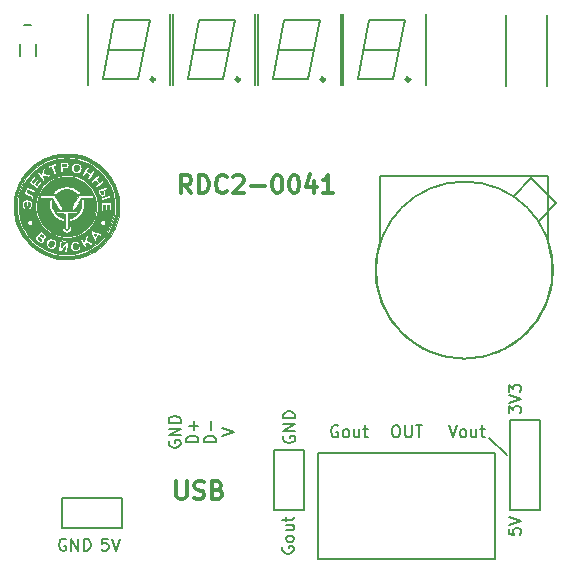
<source format=gbr>
G04 #@! TF.FileFunction,Legend,Top*
%FSLAX46Y46*%
G04 Gerber Fmt 4.6, Leading zero omitted, Abs format (unit mm)*
G04 Created by KiCad (PCBNEW 4.0.2-stable) date 24.08.2018 1:20:05*
%MOMM*%
G01*
G04 APERTURE LIST*
%ADD10C,0.100000*%
%ADD11C,0.300000*%
%ADD12C,0.200000*%
%ADD13C,0.150000*%
%ADD14C,0.010000*%
G04 APERTURE END LIST*
D10*
D11*
X119864287Y-68978571D02*
X119364287Y-68264286D01*
X119007144Y-68978571D02*
X119007144Y-67478571D01*
X119578572Y-67478571D01*
X119721430Y-67550000D01*
X119792858Y-67621429D01*
X119864287Y-67764286D01*
X119864287Y-67978571D01*
X119792858Y-68121429D01*
X119721430Y-68192857D01*
X119578572Y-68264286D01*
X119007144Y-68264286D01*
X120507144Y-68978571D02*
X120507144Y-67478571D01*
X120864287Y-67478571D01*
X121078572Y-67550000D01*
X121221430Y-67692857D01*
X121292858Y-67835714D01*
X121364287Y-68121429D01*
X121364287Y-68335714D01*
X121292858Y-68621429D01*
X121221430Y-68764286D01*
X121078572Y-68907143D01*
X120864287Y-68978571D01*
X120507144Y-68978571D01*
X122864287Y-68835714D02*
X122792858Y-68907143D01*
X122578572Y-68978571D01*
X122435715Y-68978571D01*
X122221430Y-68907143D01*
X122078572Y-68764286D01*
X122007144Y-68621429D01*
X121935715Y-68335714D01*
X121935715Y-68121429D01*
X122007144Y-67835714D01*
X122078572Y-67692857D01*
X122221430Y-67550000D01*
X122435715Y-67478571D01*
X122578572Y-67478571D01*
X122792858Y-67550000D01*
X122864287Y-67621429D01*
X123435715Y-67621429D02*
X123507144Y-67550000D01*
X123650001Y-67478571D01*
X124007144Y-67478571D01*
X124150001Y-67550000D01*
X124221430Y-67621429D01*
X124292858Y-67764286D01*
X124292858Y-67907143D01*
X124221430Y-68121429D01*
X123364287Y-68978571D01*
X124292858Y-68978571D01*
X124935715Y-68407143D02*
X126078572Y-68407143D01*
X127078572Y-67478571D02*
X127221429Y-67478571D01*
X127364286Y-67550000D01*
X127435715Y-67621429D01*
X127507144Y-67764286D01*
X127578572Y-68050000D01*
X127578572Y-68407143D01*
X127507144Y-68692857D01*
X127435715Y-68835714D01*
X127364286Y-68907143D01*
X127221429Y-68978571D01*
X127078572Y-68978571D01*
X126935715Y-68907143D01*
X126864286Y-68835714D01*
X126792858Y-68692857D01*
X126721429Y-68407143D01*
X126721429Y-68050000D01*
X126792858Y-67764286D01*
X126864286Y-67621429D01*
X126935715Y-67550000D01*
X127078572Y-67478571D01*
X128507143Y-67478571D02*
X128650000Y-67478571D01*
X128792857Y-67550000D01*
X128864286Y-67621429D01*
X128935715Y-67764286D01*
X129007143Y-68050000D01*
X129007143Y-68407143D01*
X128935715Y-68692857D01*
X128864286Y-68835714D01*
X128792857Y-68907143D01*
X128650000Y-68978571D01*
X128507143Y-68978571D01*
X128364286Y-68907143D01*
X128292857Y-68835714D01*
X128221429Y-68692857D01*
X128150000Y-68407143D01*
X128150000Y-68050000D01*
X128221429Y-67764286D01*
X128292857Y-67621429D01*
X128364286Y-67550000D01*
X128507143Y-67478571D01*
X130292857Y-67978571D02*
X130292857Y-68978571D01*
X129935714Y-67407143D02*
X129578571Y-68478571D01*
X130507143Y-68478571D01*
X131864285Y-68978571D02*
X131007142Y-68978571D01*
X131435714Y-68978571D02*
X131435714Y-67478571D01*
X131292857Y-67692857D01*
X131149999Y-67835714D01*
X131007142Y-67907143D01*
D12*
X145100000Y-89700000D02*
X146600000Y-91200000D01*
D13*
X127600000Y-98928571D02*
X127552381Y-99023809D01*
X127552381Y-99166666D01*
X127600000Y-99309524D01*
X127695238Y-99404762D01*
X127790476Y-99452381D01*
X127980952Y-99500000D01*
X128123810Y-99500000D01*
X128314286Y-99452381D01*
X128409524Y-99404762D01*
X128504762Y-99309524D01*
X128552381Y-99166666D01*
X128552381Y-99071428D01*
X128504762Y-98928571D01*
X128457143Y-98880952D01*
X128123810Y-98880952D01*
X128123810Y-99071428D01*
X128552381Y-98309524D02*
X128504762Y-98404762D01*
X128457143Y-98452381D01*
X128361905Y-98500000D01*
X128076190Y-98500000D01*
X127980952Y-98452381D01*
X127933333Y-98404762D01*
X127885714Y-98309524D01*
X127885714Y-98166666D01*
X127933333Y-98071428D01*
X127980952Y-98023809D01*
X128076190Y-97976190D01*
X128361905Y-97976190D01*
X128457143Y-98023809D01*
X128504762Y-98071428D01*
X128552381Y-98166666D01*
X128552381Y-98309524D01*
X127885714Y-97119047D02*
X128552381Y-97119047D01*
X127885714Y-97547619D02*
X128409524Y-97547619D01*
X128504762Y-97500000D01*
X128552381Y-97404762D01*
X128552381Y-97261904D01*
X128504762Y-97166666D01*
X128457143Y-97119047D01*
X127885714Y-96785714D02*
X127885714Y-96404762D01*
X127552381Y-96642857D02*
X128409524Y-96642857D01*
X128504762Y-96595238D01*
X128552381Y-96500000D01*
X128552381Y-96404762D01*
X132271429Y-88700000D02*
X132176191Y-88652381D01*
X132033334Y-88652381D01*
X131890476Y-88700000D01*
X131795238Y-88795238D01*
X131747619Y-88890476D01*
X131700000Y-89080952D01*
X131700000Y-89223810D01*
X131747619Y-89414286D01*
X131795238Y-89509524D01*
X131890476Y-89604762D01*
X132033334Y-89652381D01*
X132128572Y-89652381D01*
X132271429Y-89604762D01*
X132319048Y-89557143D01*
X132319048Y-89223810D01*
X132128572Y-89223810D01*
X132890476Y-89652381D02*
X132795238Y-89604762D01*
X132747619Y-89557143D01*
X132700000Y-89461905D01*
X132700000Y-89176190D01*
X132747619Y-89080952D01*
X132795238Y-89033333D01*
X132890476Y-88985714D01*
X133033334Y-88985714D01*
X133128572Y-89033333D01*
X133176191Y-89080952D01*
X133223810Y-89176190D01*
X133223810Y-89461905D01*
X133176191Y-89557143D01*
X133128572Y-89604762D01*
X133033334Y-89652381D01*
X132890476Y-89652381D01*
X134080953Y-88985714D02*
X134080953Y-89652381D01*
X133652381Y-88985714D02*
X133652381Y-89509524D01*
X133700000Y-89604762D01*
X133795238Y-89652381D01*
X133938096Y-89652381D01*
X134033334Y-89604762D01*
X134080953Y-89557143D01*
X134414286Y-88985714D02*
X134795238Y-88985714D01*
X134557143Y-88652381D02*
X134557143Y-89509524D01*
X134604762Y-89604762D01*
X134700000Y-89652381D01*
X134795238Y-89652381D01*
X137100000Y-88652381D02*
X137290477Y-88652381D01*
X137385715Y-88700000D01*
X137480953Y-88795238D01*
X137528572Y-88985714D01*
X137528572Y-89319048D01*
X137480953Y-89509524D01*
X137385715Y-89604762D01*
X137290477Y-89652381D01*
X137100000Y-89652381D01*
X137004762Y-89604762D01*
X136909524Y-89509524D01*
X136861905Y-89319048D01*
X136861905Y-88985714D01*
X136909524Y-88795238D01*
X137004762Y-88700000D01*
X137100000Y-88652381D01*
X137957143Y-88652381D02*
X137957143Y-89461905D01*
X138004762Y-89557143D01*
X138052381Y-89604762D01*
X138147619Y-89652381D01*
X138338096Y-89652381D01*
X138433334Y-89604762D01*
X138480953Y-89557143D01*
X138528572Y-89461905D01*
X138528572Y-88652381D01*
X138861905Y-88652381D02*
X139433334Y-88652381D01*
X139147619Y-89652381D02*
X139147619Y-88652381D01*
X141676190Y-88652381D02*
X142009523Y-89652381D01*
X142342857Y-88652381D01*
X142819047Y-89652381D02*
X142723809Y-89604762D01*
X142676190Y-89557143D01*
X142628571Y-89461905D01*
X142628571Y-89176190D01*
X142676190Y-89080952D01*
X142723809Y-89033333D01*
X142819047Y-88985714D01*
X142961905Y-88985714D01*
X143057143Y-89033333D01*
X143104762Y-89080952D01*
X143152381Y-89176190D01*
X143152381Y-89461905D01*
X143104762Y-89557143D01*
X143057143Y-89604762D01*
X142961905Y-89652381D01*
X142819047Y-89652381D01*
X144009524Y-88985714D02*
X144009524Y-89652381D01*
X143580952Y-88985714D02*
X143580952Y-89509524D01*
X143628571Y-89604762D01*
X143723809Y-89652381D01*
X143866667Y-89652381D01*
X143961905Y-89604762D01*
X144009524Y-89557143D01*
X144342857Y-88985714D02*
X144723809Y-88985714D01*
X144485714Y-88652381D02*
X144485714Y-89509524D01*
X144533333Y-89604762D01*
X144628571Y-89652381D01*
X144723809Y-89652381D01*
X146752381Y-87638095D02*
X146752381Y-87019047D01*
X147133333Y-87352381D01*
X147133333Y-87209523D01*
X147180952Y-87114285D01*
X147228571Y-87066666D01*
X147323810Y-87019047D01*
X147561905Y-87019047D01*
X147657143Y-87066666D01*
X147704762Y-87114285D01*
X147752381Y-87209523D01*
X147752381Y-87495238D01*
X147704762Y-87590476D01*
X147657143Y-87638095D01*
X146752381Y-86733333D02*
X147752381Y-86400000D01*
X146752381Y-86066666D01*
X146752381Y-85828571D02*
X146752381Y-85209523D01*
X147133333Y-85542857D01*
X147133333Y-85399999D01*
X147180952Y-85304761D01*
X147228571Y-85257142D01*
X147323810Y-85209523D01*
X147561905Y-85209523D01*
X147657143Y-85257142D01*
X147704762Y-85304761D01*
X147752381Y-85399999D01*
X147752381Y-85685714D01*
X147704762Y-85780952D01*
X147657143Y-85828571D01*
X146752381Y-97390476D02*
X146752381Y-97866667D01*
X147228571Y-97914286D01*
X147180952Y-97866667D01*
X147133333Y-97771429D01*
X147133333Y-97533333D01*
X147180952Y-97438095D01*
X147228571Y-97390476D01*
X147323810Y-97342857D01*
X147561905Y-97342857D01*
X147657143Y-97390476D01*
X147704762Y-97438095D01*
X147752381Y-97533333D01*
X147752381Y-97771429D01*
X147704762Y-97866667D01*
X147657143Y-97914286D01*
X146752381Y-97057143D02*
X147752381Y-96723810D01*
X146752381Y-96390476D01*
X127700000Y-89561904D02*
X127652381Y-89657142D01*
X127652381Y-89799999D01*
X127700000Y-89942857D01*
X127795238Y-90038095D01*
X127890476Y-90085714D01*
X128080952Y-90133333D01*
X128223810Y-90133333D01*
X128414286Y-90085714D01*
X128509524Y-90038095D01*
X128604762Y-89942857D01*
X128652381Y-89799999D01*
X128652381Y-89704761D01*
X128604762Y-89561904D01*
X128557143Y-89514285D01*
X128223810Y-89514285D01*
X128223810Y-89704761D01*
X128652381Y-89085714D02*
X127652381Y-89085714D01*
X128652381Y-88514285D01*
X127652381Y-88514285D01*
X128652381Y-88038095D02*
X127652381Y-88038095D01*
X127652381Y-87800000D01*
X127700000Y-87657142D01*
X127795238Y-87561904D01*
X127890476Y-87514285D01*
X128080952Y-87466666D01*
X128223810Y-87466666D01*
X128414286Y-87514285D01*
X128509524Y-87561904D01*
X128604762Y-87657142D01*
X128652381Y-87800000D01*
X128652381Y-88038095D01*
X112809524Y-98252381D02*
X112333333Y-98252381D01*
X112285714Y-98728571D01*
X112333333Y-98680952D01*
X112428571Y-98633333D01*
X112666667Y-98633333D01*
X112761905Y-98680952D01*
X112809524Y-98728571D01*
X112857143Y-98823810D01*
X112857143Y-99061905D01*
X112809524Y-99157143D01*
X112761905Y-99204762D01*
X112666667Y-99252381D01*
X112428571Y-99252381D01*
X112333333Y-99204762D01*
X112285714Y-99157143D01*
X113142857Y-98252381D02*
X113476190Y-99252381D01*
X113809524Y-98252381D01*
X109238096Y-98300000D02*
X109142858Y-98252381D01*
X109000001Y-98252381D01*
X108857143Y-98300000D01*
X108761905Y-98395238D01*
X108714286Y-98490476D01*
X108666667Y-98680952D01*
X108666667Y-98823810D01*
X108714286Y-99014286D01*
X108761905Y-99109524D01*
X108857143Y-99204762D01*
X109000001Y-99252381D01*
X109095239Y-99252381D01*
X109238096Y-99204762D01*
X109285715Y-99157143D01*
X109285715Y-98823810D01*
X109095239Y-98823810D01*
X109714286Y-99252381D02*
X109714286Y-98252381D01*
X110285715Y-99252381D01*
X110285715Y-98252381D01*
X110761905Y-99252381D02*
X110761905Y-98252381D01*
X111000000Y-98252381D01*
X111142858Y-98300000D01*
X111238096Y-98395238D01*
X111285715Y-98490476D01*
X111333334Y-98680952D01*
X111333334Y-98823810D01*
X111285715Y-99014286D01*
X111238096Y-99109524D01*
X111142858Y-99204762D01*
X111000000Y-99252381D01*
X110761905Y-99252381D01*
X122452381Y-89533333D02*
X123452381Y-89200000D01*
X122452381Y-88866666D01*
X121952381Y-90080952D02*
X120952381Y-90080952D01*
X120952381Y-89842857D01*
X121000000Y-89699999D01*
X121095238Y-89604761D01*
X121190476Y-89557142D01*
X121380952Y-89509523D01*
X121523810Y-89509523D01*
X121714286Y-89557142D01*
X121809524Y-89604761D01*
X121904762Y-89699999D01*
X121952381Y-89842857D01*
X121952381Y-90080952D01*
X121571429Y-89080952D02*
X121571429Y-88319047D01*
X120452381Y-90080952D02*
X119452381Y-90080952D01*
X119452381Y-89842857D01*
X119500000Y-89699999D01*
X119595238Y-89604761D01*
X119690476Y-89557142D01*
X119880952Y-89509523D01*
X120023810Y-89509523D01*
X120214286Y-89557142D01*
X120309524Y-89604761D01*
X120404762Y-89699999D01*
X120452381Y-89842857D01*
X120452381Y-90080952D01*
X120071429Y-89080952D02*
X120071429Y-88319047D01*
X120452381Y-88699999D02*
X119690476Y-88699999D01*
X118000000Y-89961904D02*
X117952381Y-90057142D01*
X117952381Y-90199999D01*
X118000000Y-90342857D01*
X118095238Y-90438095D01*
X118190476Y-90485714D01*
X118380952Y-90533333D01*
X118523810Y-90533333D01*
X118714286Y-90485714D01*
X118809524Y-90438095D01*
X118904762Y-90342857D01*
X118952381Y-90199999D01*
X118952381Y-90104761D01*
X118904762Y-89961904D01*
X118857143Y-89914285D01*
X118523810Y-89914285D01*
X118523810Y-90104761D01*
X118952381Y-89485714D02*
X117952381Y-89485714D01*
X118952381Y-88914285D01*
X117952381Y-88914285D01*
X118952381Y-88438095D02*
X117952381Y-88438095D01*
X117952381Y-88200000D01*
X118000000Y-88057142D01*
X118095238Y-87961904D01*
X118190476Y-87914285D01*
X118380952Y-87866666D01*
X118523810Y-87866666D01*
X118714286Y-87914285D01*
X118809524Y-87961904D01*
X118904762Y-88057142D01*
X118952381Y-88200000D01*
X118952381Y-88438095D01*
D11*
X118607143Y-93378571D02*
X118607143Y-94592857D01*
X118678571Y-94735714D01*
X118750000Y-94807143D01*
X118892857Y-94878571D01*
X119178571Y-94878571D01*
X119321429Y-94807143D01*
X119392857Y-94735714D01*
X119464286Y-94592857D01*
X119464286Y-93378571D01*
X120107143Y-94807143D02*
X120321429Y-94878571D01*
X120678572Y-94878571D01*
X120821429Y-94807143D01*
X120892858Y-94735714D01*
X120964286Y-94592857D01*
X120964286Y-94450000D01*
X120892858Y-94307143D01*
X120821429Y-94235714D01*
X120678572Y-94164286D01*
X120392858Y-94092857D01*
X120250000Y-94021429D01*
X120178572Y-93950000D01*
X120107143Y-93807143D01*
X120107143Y-93664286D01*
X120178572Y-93521429D01*
X120250000Y-93450000D01*
X120392858Y-93378571D01*
X120750000Y-93378571D01*
X120964286Y-93450000D01*
X122107143Y-94092857D02*
X122321429Y-94164286D01*
X122392857Y-94235714D01*
X122464286Y-94378571D01*
X122464286Y-94592857D01*
X122392857Y-94735714D01*
X122321429Y-94807143D01*
X122178571Y-94878571D01*
X121607143Y-94878571D01*
X121607143Y-93378571D01*
X122107143Y-93378571D01*
X122250000Y-93450000D01*
X122321429Y-93521429D01*
X122392857Y-93664286D01*
X122392857Y-93807143D01*
X122321429Y-93950000D01*
X122250000Y-94021429D01*
X122107143Y-94092857D01*
X121607143Y-94092857D01*
X138350000Y-59350000D02*
G75*
G03X138350000Y-59350000I-150000J0D01*
G01*
D13*
X134450000Y-56850000D02*
X137450000Y-56850000D01*
X133950000Y-59350000D02*
X134950000Y-54350000D01*
X134950000Y-54350000D02*
X137950000Y-54350000D01*
X137950000Y-54350000D02*
X136950000Y-59350000D01*
X136950000Y-59350000D02*
X133950000Y-59350000D01*
X139700000Y-59850000D02*
X139700000Y-53850000D01*
X132700000Y-59850000D02*
X132700000Y-53850000D01*
D11*
X116750000Y-59350000D02*
G75*
G03X116750000Y-59350000I-150000J0D01*
G01*
D13*
X112850000Y-56850000D02*
X115850000Y-56850000D01*
X112350000Y-59350000D02*
X113350000Y-54350000D01*
X113350000Y-54350000D02*
X116350000Y-54350000D01*
X116350000Y-54350000D02*
X115350000Y-59350000D01*
X115350000Y-59350000D02*
X112350000Y-59350000D01*
X118100000Y-59850000D02*
X118100000Y-53850000D01*
X111100000Y-59850000D02*
X111100000Y-53850000D01*
X106300000Y-54750000D02*
X105700000Y-54750000D01*
X105325000Y-57350000D02*
X105325000Y-56350000D01*
X106675000Y-56350000D02*
X106675000Y-57350000D01*
D11*
X123950000Y-59350000D02*
G75*
G03X123950000Y-59350000I-150000J0D01*
G01*
D13*
X120050000Y-56850000D02*
X123050000Y-56850000D01*
X119550000Y-59350000D02*
X120550000Y-54350000D01*
X120550000Y-54350000D02*
X123550000Y-54350000D01*
X123550000Y-54350000D02*
X122550000Y-59350000D01*
X122550000Y-59350000D02*
X119550000Y-59350000D01*
X125300000Y-59850000D02*
X125300000Y-53850000D01*
X118300000Y-59850000D02*
X118300000Y-53850000D01*
D11*
X131150000Y-59350000D02*
G75*
G03X131150000Y-59350000I-150000J0D01*
G01*
D13*
X127250000Y-56850000D02*
X130250000Y-56850000D01*
X126750000Y-59350000D02*
X127750000Y-54350000D01*
X127750000Y-54350000D02*
X130750000Y-54350000D01*
X130750000Y-54350000D02*
X129750000Y-59350000D01*
X129750000Y-59350000D02*
X126750000Y-59350000D01*
X132500000Y-59850000D02*
X132500000Y-53850000D01*
X125500000Y-59850000D02*
X125500000Y-53850000D01*
X150000000Y-59900000D02*
X150000000Y-53900000D01*
X146500000Y-59900000D02*
X146500000Y-53900000D01*
X147168377Y-69210303D02*
X148653301Y-67725379D01*
X148653301Y-67725379D02*
X150774621Y-69846699D01*
X150774621Y-69846699D02*
X149289697Y-71331623D01*
X150496446Y-75503553D02*
G75*
G03X150496446Y-75503553I-7499999J0D01*
G01*
X145600000Y-91000000D02*
X145600000Y-100000000D01*
X145600000Y-100000000D02*
X130600000Y-100000000D01*
X130600000Y-100000000D02*
X130600000Y-91000000D01*
X130600000Y-91000000D02*
X145600000Y-91000000D01*
X129370000Y-90730000D02*
X129370000Y-95810000D01*
X129370000Y-90730000D02*
X126830000Y-90730000D01*
X126830000Y-90730000D02*
X126830000Y-95810000D01*
X126830000Y-95810000D02*
X129370000Y-95810000D01*
X146830000Y-88230000D02*
X146830000Y-95850000D01*
X146830000Y-95850000D02*
X149370000Y-95850000D01*
X149370000Y-95850000D02*
X149370000Y-88230000D01*
X149370000Y-88230000D02*
X146830000Y-88230000D01*
X113970000Y-97320000D02*
X108890000Y-97320000D01*
X113970000Y-97320000D02*
X113970000Y-94780000D01*
X113970000Y-94780000D02*
X108890000Y-94780000D01*
X108890000Y-94780000D02*
X108890000Y-97320000D01*
X135842504Y-73071831D02*
G75*
G03X150050000Y-73050000I7107496J-2428169D01*
G01*
X142950000Y-67500000D02*
X150050000Y-67500000D01*
X150050000Y-67500000D02*
X150050000Y-73100000D01*
X142950000Y-67500000D02*
X135850000Y-67500000D01*
X135850000Y-67500000D02*
X135850000Y-73100000D01*
D14*
G36*
X109456321Y-65631853D02*
X109513710Y-65632419D01*
X109563815Y-65633308D01*
X109604610Y-65634526D01*
X109634071Y-65636078D01*
X109650175Y-65637971D01*
X109650212Y-65637980D01*
X109664622Y-65640229D01*
X109689853Y-65643081D01*
X109721374Y-65646046D01*
X109734470Y-65647132D01*
X109766667Y-65649835D01*
X109793816Y-65652365D01*
X109811648Y-65654314D01*
X109815289Y-65654854D01*
X109829107Y-65656860D01*
X109852495Y-65659742D01*
X109873424Y-65662107D01*
X109915187Y-65667404D01*
X109968143Y-65675272D01*
X110028436Y-65685046D01*
X110092210Y-65696062D01*
X110155608Y-65707655D01*
X110214773Y-65719160D01*
X110262121Y-65729090D01*
X110516125Y-65792789D01*
X110765542Y-65871080D01*
X111009768Y-65963687D01*
X111248199Y-66070330D01*
X111480233Y-66190734D01*
X111705265Y-66324621D01*
X111922691Y-66471713D01*
X111996581Y-66526037D01*
X112142442Y-66641518D01*
X112289305Y-66769182D01*
X112434434Y-66906282D01*
X112575094Y-67050068D01*
X112708546Y-67197791D01*
X112832057Y-67346703D01*
X112895533Y-67429151D01*
X113044881Y-67641672D01*
X113181303Y-67862278D01*
X113304523Y-68090283D01*
X113414264Y-68325001D01*
X113510251Y-68565746D01*
X113592209Y-68811832D01*
X113659861Y-69062572D01*
X113712932Y-69317280D01*
X113748040Y-69549667D01*
X113753843Y-69598365D01*
X113759352Y-69648143D01*
X113764056Y-69694147D01*
X113767445Y-69731522D01*
X113768257Y-69742091D01*
X113770878Y-69776854D01*
X113773561Y-69808974D01*
X113775843Y-69833005D01*
X113776438Y-69838303D01*
X113777287Y-69853245D01*
X113777986Y-69881221D01*
X113778535Y-69919871D01*
X113778936Y-69966834D01*
X113779190Y-70019752D01*
X113779299Y-70076263D01*
X113779263Y-70134009D01*
X113779083Y-70190630D01*
X113778762Y-70243765D01*
X113778299Y-70291056D01*
X113777696Y-70330142D01*
X113776954Y-70358663D01*
X113776179Y-70373242D01*
X113774285Y-70395290D01*
X113771764Y-70426915D01*
X113769070Y-70462342D01*
X113768264Y-70473303D01*
X113765613Y-70503692D01*
X113761365Y-70545378D01*
X113755956Y-70594402D01*
X113749821Y-70646802D01*
X113744163Y-70692590D01*
X113704187Y-70946935D01*
X113649548Y-71197397D01*
X113580614Y-71443419D01*
X113497751Y-71684442D01*
X113401327Y-71919907D01*
X113291711Y-72149257D01*
X113169269Y-72371931D01*
X113034370Y-72587372D01*
X112887380Y-72795020D01*
X112728668Y-72994318D01*
X112558602Y-73184707D01*
X112377547Y-73365627D01*
X112185874Y-73536520D01*
X111983948Y-73696829D01*
X111772138Y-73845993D01*
X111596208Y-73956694D01*
X111367970Y-74084276D01*
X111134300Y-74197535D01*
X110895056Y-74296519D01*
X110650097Y-74381274D01*
X110399281Y-74451845D01*
X110142466Y-74508280D01*
X109879511Y-74550625D01*
X109727182Y-74568438D01*
X109689885Y-74571426D01*
X109639951Y-74574254D01*
X109580075Y-74576866D01*
X109512953Y-74579206D01*
X109441279Y-74581216D01*
X109367749Y-74582840D01*
X109295058Y-74584022D01*
X109225902Y-74584705D01*
X109162976Y-74584834D01*
X109108974Y-74584350D01*
X109066593Y-74583199D01*
X109053697Y-74582550D01*
X108789989Y-74559155D01*
X108529886Y-74521016D01*
X108273893Y-74468342D01*
X108022513Y-74401342D01*
X107776250Y-74320225D01*
X107535608Y-74225200D01*
X107301091Y-74116476D01*
X107073203Y-73994262D01*
X106852449Y-73858767D01*
X106639331Y-73710200D01*
X106434355Y-73548770D01*
X106318286Y-73448333D01*
X106127919Y-73267673D01*
X105949146Y-73077234D01*
X105782289Y-72877572D01*
X105627672Y-72669242D01*
X105485618Y-72452799D01*
X105356451Y-72228798D01*
X105240495Y-71997795D01*
X105138073Y-71760345D01*
X105049508Y-71517003D01*
X104975124Y-71268323D01*
X104923657Y-71054880D01*
X104904982Y-70962751D01*
X104887500Y-70866375D01*
X104872009Y-70770654D01*
X104859310Y-70680493D01*
X104851071Y-70609577D01*
X104847284Y-70572996D01*
X104843712Y-70539876D01*
X104840838Y-70514624D01*
X104839515Y-70504091D01*
X104835675Y-70467353D01*
X104832358Y-70417777D01*
X104829601Y-70357911D01*
X104827441Y-70290303D01*
X104825914Y-70217502D01*
X104825058Y-70142054D01*
X104825052Y-70138595D01*
X105095836Y-70138595D01*
X105096613Y-70218222D01*
X105098236Y-70293285D01*
X105100705Y-70360459D01*
X105104021Y-70416423D01*
X105104561Y-70423273D01*
X105131539Y-70672880D01*
X105171144Y-70914556D01*
X105223771Y-71149719D01*
X105289814Y-71379786D01*
X105369670Y-71606172D01*
X105463732Y-71830295D01*
X105543614Y-71997303D01*
X105659036Y-72212494D01*
X105783027Y-72415859D01*
X105916824Y-72609109D01*
X106061662Y-72793952D01*
X106218778Y-72972099D01*
X106335436Y-73092450D01*
X106519582Y-73264864D01*
X106712729Y-73425155D01*
X106914226Y-73573076D01*
X107123421Y-73708379D01*
X107339660Y-73830819D01*
X107562292Y-73940148D01*
X107790664Y-74036120D01*
X108024123Y-74118487D01*
X108262018Y-74187004D01*
X108503695Y-74241423D01*
X108748503Y-74281497D01*
X108995789Y-74306980D01*
X109244901Y-74317625D01*
X109495186Y-74313185D01*
X109554000Y-74309932D01*
X109811072Y-74286337D01*
X110063779Y-74248011D01*
X110311852Y-74195059D01*
X110555019Y-74127591D01*
X110793013Y-74045713D01*
X111025563Y-73949532D01*
X111252400Y-73839156D01*
X111473253Y-73714693D01*
X111687854Y-73576249D01*
X111895932Y-73423932D01*
X112009760Y-73332403D01*
X112051249Y-73296512D01*
X112100731Y-73251394D01*
X112156033Y-73199223D01*
X112214978Y-73142170D01*
X112275392Y-73082411D01*
X112335098Y-73022118D01*
X112391921Y-72963464D01*
X112443687Y-72908622D01*
X112488219Y-72859766D01*
X112522086Y-72820584D01*
X112683546Y-72614729D01*
X112830790Y-72402992D01*
X112963791Y-72185438D01*
X113082525Y-71962128D01*
X113186966Y-71733126D01*
X113277089Y-71498494D01*
X113352867Y-71258296D01*
X113414276Y-71012594D01*
X113461290Y-70761451D01*
X113493882Y-70504930D01*
X113502312Y-70408264D01*
X113505376Y-70356079D01*
X113507660Y-70291987D01*
X113509166Y-70219456D01*
X113509893Y-70141955D01*
X113509841Y-70062951D01*
X113509011Y-69985912D01*
X113507401Y-69914305D01*
X113505013Y-69851599D01*
X113502312Y-69807129D01*
X113475063Y-69549488D01*
X113433208Y-69296375D01*
X113376886Y-69048135D01*
X113306236Y-68805110D01*
X113221398Y-68567644D01*
X113122510Y-68336080D01*
X113009713Y-68110762D01*
X112883144Y-67892033D01*
X112742943Y-67680235D01*
X112589250Y-67475714D01*
X112525997Y-67398372D01*
X112464266Y-67327436D01*
X112392934Y-67250236D01*
X112314846Y-67169565D01*
X112232851Y-67088213D01*
X112149796Y-67008970D01*
X112068528Y-66934629D01*
X111991895Y-66867980D01*
X111947757Y-66831582D01*
X111742978Y-66676631D01*
X111530948Y-66535164D01*
X111312064Y-66407349D01*
X111086724Y-66293356D01*
X110855325Y-66193352D01*
X110618265Y-66107507D01*
X110375941Y-66035987D01*
X110128751Y-65978961D01*
X109877091Y-65936599D01*
X109815697Y-65928586D01*
X109659907Y-65912332D01*
X109505660Y-65902438D01*
X109347360Y-65898641D01*
X109207636Y-65899959D01*
X108991672Y-65909594D01*
X108784693Y-65928728D01*
X108583173Y-65957977D01*
X108383585Y-65997952D01*
X108182405Y-66049269D01*
X107976104Y-66112542D01*
X107964576Y-66116369D01*
X107728548Y-66203053D01*
X107499087Y-66303434D01*
X107276725Y-66417047D01*
X107061993Y-66543428D01*
X106855422Y-66682113D01*
X106657543Y-66832638D01*
X106468887Y-66994537D01*
X106289985Y-67167347D01*
X106121370Y-67350604D01*
X105963571Y-67543842D01*
X105817121Y-67746597D01*
X105682550Y-67958406D01*
X105560390Y-68178803D01*
X105525084Y-68248879D01*
X105420906Y-68477694D01*
X105330952Y-68711944D01*
X105255162Y-68951850D01*
X105193475Y-69197633D01*
X105145831Y-69449514D01*
X105112170Y-69707713D01*
X105104632Y-69788273D01*
X105101184Y-69840886D01*
X105098580Y-69905548D01*
X105096820Y-69978935D01*
X105095906Y-70057725D01*
X105095836Y-70138595D01*
X104825052Y-70138595D01*
X104824908Y-70066510D01*
X104825503Y-69993416D01*
X104826878Y-69925321D01*
X104829070Y-69864773D01*
X104830027Y-69846000D01*
X104849069Y-69617866D01*
X104880658Y-69386814D01*
X104924088Y-69157756D01*
X104937123Y-69099604D01*
X105003958Y-68844390D01*
X105084859Y-68595419D01*
X105179832Y-68352679D01*
X105288883Y-68116159D01*
X105412018Y-67885847D01*
X105549242Y-67661730D01*
X105700563Y-67443798D01*
X105865984Y-67232038D01*
X105875211Y-67220908D01*
X105909890Y-67180839D01*
X105953917Y-67132533D01*
X106005216Y-67078071D01*
X106061711Y-67019535D01*
X106121326Y-66959006D01*
X106181985Y-66898566D01*
X106241613Y-66840295D01*
X106298134Y-66786276D01*
X106349472Y-66738591D01*
X106393550Y-66699319D01*
X106405939Y-66688738D01*
X106614197Y-66523110D01*
X106829812Y-66370935D01*
X107052559Y-66232332D01*
X107282210Y-66107418D01*
X107518540Y-65996313D01*
X107761321Y-65899135D01*
X108010328Y-65816003D01*
X108153151Y-65775429D01*
X108352842Y-65727692D01*
X108561994Y-65688168D01*
X108776650Y-65657535D01*
X108945939Y-65640197D01*
X108977815Y-65638151D01*
X109020622Y-65636370D01*
X109072336Y-65634860D01*
X109130933Y-65633628D01*
X109194389Y-65632680D01*
X109260680Y-65632021D01*
X109327781Y-65631660D01*
X109393670Y-65631602D01*
X109456321Y-65631853D01*
X109456321Y-65631853D01*
G37*
X109456321Y-65631853D02*
X109513710Y-65632419D01*
X109563815Y-65633308D01*
X109604610Y-65634526D01*
X109634071Y-65636078D01*
X109650175Y-65637971D01*
X109650212Y-65637980D01*
X109664622Y-65640229D01*
X109689853Y-65643081D01*
X109721374Y-65646046D01*
X109734470Y-65647132D01*
X109766667Y-65649835D01*
X109793816Y-65652365D01*
X109811648Y-65654314D01*
X109815289Y-65654854D01*
X109829107Y-65656860D01*
X109852495Y-65659742D01*
X109873424Y-65662107D01*
X109915187Y-65667404D01*
X109968143Y-65675272D01*
X110028436Y-65685046D01*
X110092210Y-65696062D01*
X110155608Y-65707655D01*
X110214773Y-65719160D01*
X110262121Y-65729090D01*
X110516125Y-65792789D01*
X110765542Y-65871080D01*
X111009768Y-65963687D01*
X111248199Y-66070330D01*
X111480233Y-66190734D01*
X111705265Y-66324621D01*
X111922691Y-66471713D01*
X111996581Y-66526037D01*
X112142442Y-66641518D01*
X112289305Y-66769182D01*
X112434434Y-66906282D01*
X112575094Y-67050068D01*
X112708546Y-67197791D01*
X112832057Y-67346703D01*
X112895533Y-67429151D01*
X113044881Y-67641672D01*
X113181303Y-67862278D01*
X113304523Y-68090283D01*
X113414264Y-68325001D01*
X113510251Y-68565746D01*
X113592209Y-68811832D01*
X113659861Y-69062572D01*
X113712932Y-69317280D01*
X113748040Y-69549667D01*
X113753843Y-69598365D01*
X113759352Y-69648143D01*
X113764056Y-69694147D01*
X113767445Y-69731522D01*
X113768257Y-69742091D01*
X113770878Y-69776854D01*
X113773561Y-69808974D01*
X113775843Y-69833005D01*
X113776438Y-69838303D01*
X113777287Y-69853245D01*
X113777986Y-69881221D01*
X113778535Y-69919871D01*
X113778936Y-69966834D01*
X113779190Y-70019752D01*
X113779299Y-70076263D01*
X113779263Y-70134009D01*
X113779083Y-70190630D01*
X113778762Y-70243765D01*
X113778299Y-70291056D01*
X113777696Y-70330142D01*
X113776954Y-70358663D01*
X113776179Y-70373242D01*
X113774285Y-70395290D01*
X113771764Y-70426915D01*
X113769070Y-70462342D01*
X113768264Y-70473303D01*
X113765613Y-70503692D01*
X113761365Y-70545378D01*
X113755956Y-70594402D01*
X113749821Y-70646802D01*
X113744163Y-70692590D01*
X113704187Y-70946935D01*
X113649548Y-71197397D01*
X113580614Y-71443419D01*
X113497751Y-71684442D01*
X113401327Y-71919907D01*
X113291711Y-72149257D01*
X113169269Y-72371931D01*
X113034370Y-72587372D01*
X112887380Y-72795020D01*
X112728668Y-72994318D01*
X112558602Y-73184707D01*
X112377547Y-73365627D01*
X112185874Y-73536520D01*
X111983948Y-73696829D01*
X111772138Y-73845993D01*
X111596208Y-73956694D01*
X111367970Y-74084276D01*
X111134300Y-74197535D01*
X110895056Y-74296519D01*
X110650097Y-74381274D01*
X110399281Y-74451845D01*
X110142466Y-74508280D01*
X109879511Y-74550625D01*
X109727182Y-74568438D01*
X109689885Y-74571426D01*
X109639951Y-74574254D01*
X109580075Y-74576866D01*
X109512953Y-74579206D01*
X109441279Y-74581216D01*
X109367749Y-74582840D01*
X109295058Y-74584022D01*
X109225902Y-74584705D01*
X109162976Y-74584834D01*
X109108974Y-74584350D01*
X109066593Y-74583199D01*
X109053697Y-74582550D01*
X108789989Y-74559155D01*
X108529886Y-74521016D01*
X108273893Y-74468342D01*
X108022513Y-74401342D01*
X107776250Y-74320225D01*
X107535608Y-74225200D01*
X107301091Y-74116476D01*
X107073203Y-73994262D01*
X106852449Y-73858767D01*
X106639331Y-73710200D01*
X106434355Y-73548770D01*
X106318286Y-73448333D01*
X106127919Y-73267673D01*
X105949146Y-73077234D01*
X105782289Y-72877572D01*
X105627672Y-72669242D01*
X105485618Y-72452799D01*
X105356451Y-72228798D01*
X105240495Y-71997795D01*
X105138073Y-71760345D01*
X105049508Y-71517003D01*
X104975124Y-71268323D01*
X104923657Y-71054880D01*
X104904982Y-70962751D01*
X104887500Y-70866375D01*
X104872009Y-70770654D01*
X104859310Y-70680493D01*
X104851071Y-70609577D01*
X104847284Y-70572996D01*
X104843712Y-70539876D01*
X104840838Y-70514624D01*
X104839515Y-70504091D01*
X104835675Y-70467353D01*
X104832358Y-70417777D01*
X104829601Y-70357911D01*
X104827441Y-70290303D01*
X104825914Y-70217502D01*
X104825058Y-70142054D01*
X104825052Y-70138595D01*
X105095836Y-70138595D01*
X105096613Y-70218222D01*
X105098236Y-70293285D01*
X105100705Y-70360459D01*
X105104021Y-70416423D01*
X105104561Y-70423273D01*
X105131539Y-70672880D01*
X105171144Y-70914556D01*
X105223771Y-71149719D01*
X105289814Y-71379786D01*
X105369670Y-71606172D01*
X105463732Y-71830295D01*
X105543614Y-71997303D01*
X105659036Y-72212494D01*
X105783027Y-72415859D01*
X105916824Y-72609109D01*
X106061662Y-72793952D01*
X106218778Y-72972099D01*
X106335436Y-73092450D01*
X106519582Y-73264864D01*
X106712729Y-73425155D01*
X106914226Y-73573076D01*
X107123421Y-73708379D01*
X107339660Y-73830819D01*
X107562292Y-73940148D01*
X107790664Y-74036120D01*
X108024123Y-74118487D01*
X108262018Y-74187004D01*
X108503695Y-74241423D01*
X108748503Y-74281497D01*
X108995789Y-74306980D01*
X109244901Y-74317625D01*
X109495186Y-74313185D01*
X109554000Y-74309932D01*
X109811072Y-74286337D01*
X110063779Y-74248011D01*
X110311852Y-74195059D01*
X110555019Y-74127591D01*
X110793013Y-74045713D01*
X111025563Y-73949532D01*
X111252400Y-73839156D01*
X111473253Y-73714693D01*
X111687854Y-73576249D01*
X111895932Y-73423932D01*
X112009760Y-73332403D01*
X112051249Y-73296512D01*
X112100731Y-73251394D01*
X112156033Y-73199223D01*
X112214978Y-73142170D01*
X112275392Y-73082411D01*
X112335098Y-73022118D01*
X112391921Y-72963464D01*
X112443687Y-72908622D01*
X112488219Y-72859766D01*
X112522086Y-72820584D01*
X112683546Y-72614729D01*
X112830790Y-72402992D01*
X112963791Y-72185438D01*
X113082525Y-71962128D01*
X113186966Y-71733126D01*
X113277089Y-71498494D01*
X113352867Y-71258296D01*
X113414276Y-71012594D01*
X113461290Y-70761451D01*
X113493882Y-70504930D01*
X113502312Y-70408264D01*
X113505376Y-70356079D01*
X113507660Y-70291987D01*
X113509166Y-70219456D01*
X113509893Y-70141955D01*
X113509841Y-70062951D01*
X113509011Y-69985912D01*
X113507401Y-69914305D01*
X113505013Y-69851599D01*
X113502312Y-69807129D01*
X113475063Y-69549488D01*
X113433208Y-69296375D01*
X113376886Y-69048135D01*
X113306236Y-68805110D01*
X113221398Y-68567644D01*
X113122510Y-68336080D01*
X113009713Y-68110762D01*
X112883144Y-67892033D01*
X112742943Y-67680235D01*
X112589250Y-67475714D01*
X112525997Y-67398372D01*
X112464266Y-67327436D01*
X112392934Y-67250236D01*
X112314846Y-67169565D01*
X112232851Y-67088213D01*
X112149796Y-67008970D01*
X112068528Y-66934629D01*
X111991895Y-66867980D01*
X111947757Y-66831582D01*
X111742978Y-66676631D01*
X111530948Y-66535164D01*
X111312064Y-66407349D01*
X111086724Y-66293356D01*
X110855325Y-66193352D01*
X110618265Y-66107507D01*
X110375941Y-66035987D01*
X110128751Y-65978961D01*
X109877091Y-65936599D01*
X109815697Y-65928586D01*
X109659907Y-65912332D01*
X109505660Y-65902438D01*
X109347360Y-65898641D01*
X109207636Y-65899959D01*
X108991672Y-65909594D01*
X108784693Y-65928728D01*
X108583173Y-65957977D01*
X108383585Y-65997952D01*
X108182405Y-66049269D01*
X107976104Y-66112542D01*
X107964576Y-66116369D01*
X107728548Y-66203053D01*
X107499087Y-66303434D01*
X107276725Y-66417047D01*
X107061993Y-66543428D01*
X106855422Y-66682113D01*
X106657543Y-66832638D01*
X106468887Y-66994537D01*
X106289985Y-67167347D01*
X106121370Y-67350604D01*
X105963571Y-67543842D01*
X105817121Y-67746597D01*
X105682550Y-67958406D01*
X105560390Y-68178803D01*
X105525084Y-68248879D01*
X105420906Y-68477694D01*
X105330952Y-68711944D01*
X105255162Y-68951850D01*
X105193475Y-69197633D01*
X105145831Y-69449514D01*
X105112170Y-69707713D01*
X105104632Y-69788273D01*
X105101184Y-69840886D01*
X105098580Y-69905548D01*
X105096820Y-69978935D01*
X105095906Y-70057725D01*
X105095836Y-70138595D01*
X104825052Y-70138595D01*
X104824908Y-70066510D01*
X104825503Y-69993416D01*
X104826878Y-69925321D01*
X104829070Y-69864773D01*
X104830027Y-69846000D01*
X104849069Y-69617866D01*
X104880658Y-69386814D01*
X104924088Y-69157756D01*
X104937123Y-69099604D01*
X105003958Y-68844390D01*
X105084859Y-68595419D01*
X105179832Y-68352679D01*
X105288883Y-68116159D01*
X105412018Y-67885847D01*
X105549242Y-67661730D01*
X105700563Y-67443798D01*
X105865984Y-67232038D01*
X105875211Y-67220908D01*
X105909890Y-67180839D01*
X105953917Y-67132533D01*
X106005216Y-67078071D01*
X106061711Y-67019535D01*
X106121326Y-66959006D01*
X106181985Y-66898566D01*
X106241613Y-66840295D01*
X106298134Y-66786276D01*
X106349472Y-66738591D01*
X106393550Y-66699319D01*
X106405939Y-66688738D01*
X106614197Y-66523110D01*
X106829812Y-66370935D01*
X107052559Y-66232332D01*
X107282210Y-66107418D01*
X107518540Y-65996313D01*
X107761321Y-65899135D01*
X108010328Y-65816003D01*
X108153151Y-65775429D01*
X108352842Y-65727692D01*
X108561994Y-65688168D01*
X108776650Y-65657535D01*
X108945939Y-65640197D01*
X108977815Y-65638151D01*
X109020622Y-65636370D01*
X109072336Y-65634860D01*
X109130933Y-65633628D01*
X109194389Y-65632680D01*
X109260680Y-65632021D01*
X109327781Y-65631660D01*
X109393670Y-65631602D01*
X109456321Y-65631853D01*
G36*
X109379122Y-66048268D02*
X109496007Y-66052169D01*
X109611089Y-66058438D01*
X109720980Y-66066992D01*
X109822291Y-66077751D01*
X109831091Y-66078853D01*
X110072242Y-66117161D01*
X110309927Y-66170226D01*
X110543508Y-66237674D01*
X110772351Y-66319131D01*
X110995819Y-66414223D01*
X111213278Y-66522577D01*
X111424090Y-66643817D01*
X111627621Y-66777570D01*
X111823235Y-66923463D01*
X112010295Y-67081120D01*
X112188167Y-67250167D01*
X112356215Y-67430232D01*
X112513802Y-67620939D01*
X112563899Y-67686810D01*
X112706199Y-67890651D01*
X112835042Y-68101637D01*
X112950269Y-68319159D01*
X113051718Y-68542606D01*
X113139229Y-68771365D01*
X113212642Y-69004827D01*
X113271797Y-69242380D01*
X113316532Y-69483412D01*
X113346689Y-69727312D01*
X113362105Y-69973470D01*
X113362621Y-70221275D01*
X113348077Y-70470114D01*
X113332550Y-70615697D01*
X113294165Y-70862207D01*
X113240996Y-71104658D01*
X113173227Y-71342598D01*
X113091040Y-71575575D01*
X112994616Y-71803136D01*
X112884139Y-72024829D01*
X112759790Y-72240201D01*
X112621753Y-72448801D01*
X112558074Y-72536518D01*
X112436812Y-72690014D01*
X112303277Y-72842518D01*
X112160458Y-72991002D01*
X112011340Y-73132444D01*
X111858910Y-73263819D01*
X111770727Y-73333777D01*
X111570118Y-73478123D01*
X111361150Y-73609747D01*
X111144599Y-73728322D01*
X110921240Y-73833518D01*
X110691848Y-73925007D01*
X110457197Y-74002458D01*
X110218064Y-74065543D01*
X109975222Y-74113933D01*
X109908060Y-74124596D01*
X109798317Y-74138945D01*
X109679273Y-74150724D01*
X109554899Y-74159745D01*
X109429164Y-74165821D01*
X109306037Y-74168766D01*
X109189487Y-74168393D01*
X109083483Y-74164515D01*
X109072939Y-74163886D01*
X108819088Y-74140642D01*
X108569983Y-74102852D01*
X108325879Y-74050609D01*
X108087032Y-73984006D01*
X107853696Y-73903138D01*
X107789243Y-73876220D01*
X108570701Y-73876220D01*
X108574688Y-73881639D01*
X108586028Y-73885777D01*
X108607417Y-73889644D01*
X108639421Y-73893975D01*
X108677955Y-73898744D01*
X108717132Y-73903290D01*
X108750032Y-73906818D01*
X108757589Y-73907554D01*
X108803996Y-73911909D01*
X108984552Y-73687451D01*
X109025216Y-73637156D01*
X109062803Y-73591161D01*
X109096250Y-73550729D01*
X109124490Y-73517127D01*
X109146460Y-73491620D01*
X109161096Y-73475473D01*
X109167332Y-73469950D01*
X109167465Y-73470061D01*
X109167161Y-73479235D01*
X109165149Y-73501706D01*
X109161643Y-73535499D01*
X109156857Y-73578637D01*
X109151007Y-73629144D01*
X109144308Y-73685045D01*
X109142546Y-73699455D01*
X109135562Y-73756915D01*
X109129239Y-73809943D01*
X109123814Y-73856462D01*
X109119527Y-73894394D01*
X109116616Y-73921661D01*
X109115318Y-73936185D01*
X109115273Y-73937462D01*
X109116474Y-73944068D01*
X109121697Y-73949107D01*
X109133375Y-73953262D01*
X109153937Y-73957219D01*
X109185815Y-73961661D01*
X109213409Y-73965091D01*
X109259725Y-73970724D01*
X109292931Y-73974606D01*
X109315204Y-73976794D01*
X109328719Y-73977343D01*
X109335656Y-73976307D01*
X109338191Y-73973742D01*
X109338500Y-73969703D01*
X109338485Y-73968268D01*
X109339395Y-73958729D01*
X109342010Y-73935358D01*
X109346158Y-73899603D01*
X109351668Y-73852910D01*
X109358366Y-73796728D01*
X109366081Y-73732502D01*
X109374640Y-73661682D01*
X109383872Y-73585713D01*
X109388515Y-73547653D01*
X109397986Y-73470081D01*
X109400657Y-73448182D01*
X109604880Y-73448182D01*
X109605245Y-73491619D01*
X109606862Y-73524425D01*
X109610356Y-73551350D01*
X109616349Y-73577145D01*
X109625466Y-73606558D01*
X109625819Y-73607621D01*
X109655750Y-73678081D01*
X109695881Y-73742685D01*
X109744133Y-73798858D01*
X109798428Y-73844024D01*
X109833761Y-73865140D01*
X109902028Y-73891644D01*
X109976668Y-73905257D01*
X110055507Y-73905891D01*
X110136371Y-73893458D01*
X110185662Y-73879452D01*
X110250860Y-73853659D01*
X110305268Y-73822745D01*
X110353303Y-73783977D01*
X110374801Y-73762406D01*
X110418402Y-73707154D01*
X110448104Y-73648208D01*
X110464569Y-73583640D01*
X110468460Y-73511524D01*
X110467573Y-73492522D01*
X110465184Y-73461501D01*
X110462512Y-73436375D01*
X110460007Y-73421093D01*
X110459154Y-73418625D01*
X110450645Y-73418068D01*
X110430054Y-73421054D01*
X110400148Y-73427066D01*
X110363693Y-73435582D01*
X110348968Y-73439298D01*
X110242879Y-73466603D01*
X110242879Y-73528589D01*
X110241656Y-73566365D01*
X110237400Y-73594045D01*
X110229227Y-73616774D01*
X110226949Y-73621364D01*
X110202035Y-73654205D01*
X110165516Y-73681844D01*
X110120908Y-73701964D01*
X110093780Y-73709069D01*
X110037265Y-73713984D01*
X109986951Y-73704955D01*
X109941927Y-73681694D01*
X109905945Y-73649207D01*
X109871405Y-73602099D01*
X109846332Y-73549342D01*
X109830819Y-73493483D01*
X109824960Y-73437067D01*
X109828849Y-73382640D01*
X109842580Y-73332748D01*
X109866247Y-73289937D01*
X109891696Y-73263072D01*
X109931324Y-73237826D01*
X109977627Y-73220099D01*
X110026178Y-73210765D01*
X110072549Y-73210696D01*
X110110473Y-73219975D01*
X110133774Y-73234709D01*
X110159246Y-73258546D01*
X110182186Y-73286814D01*
X110189900Y-73298827D01*
X110193920Y-73304446D01*
X110199698Y-73307598D01*
X110209715Y-73308021D01*
X110226452Y-73305453D01*
X110252391Y-73299633D01*
X110290013Y-73290299D01*
X110303846Y-73286800D01*
X110345310Y-73276204D01*
X110374032Y-73268348D01*
X110392203Y-73262228D01*
X110402011Y-73256838D01*
X110405647Y-73251174D01*
X110405301Y-73244230D01*
X110404477Y-73240619D01*
X110393371Y-73212193D01*
X110373851Y-73178362D01*
X110349088Y-73143853D01*
X110322256Y-73113397D01*
X110313631Y-73105170D01*
X110259104Y-73064767D01*
X110198498Y-73037140D01*
X110130484Y-73021871D01*
X110053735Y-73018542D01*
X110039926Y-73019123D01*
X109952774Y-73030446D01*
X109872519Y-73054331D01*
X109800223Y-73090047D01*
X109736947Y-73136867D01*
X109683753Y-73194059D01*
X109641703Y-73260895D01*
X109621858Y-73306409D01*
X109614302Y-73329516D01*
X109609321Y-73352942D01*
X109606421Y-73380793D01*
X109605112Y-73417175D01*
X109604880Y-73448182D01*
X109400657Y-73448182D01*
X109406872Y-73397252D01*
X109415000Y-73330571D01*
X109422201Y-73271442D01*
X109428304Y-73221270D01*
X109433137Y-73181457D01*
X109436530Y-73153410D01*
X109438312Y-73138530D01*
X109438545Y-73136466D01*
X109431397Y-73134080D01*
X109412076Y-73130951D01*
X109383768Y-73127378D01*
X109349660Y-73123662D01*
X109312936Y-73120102D01*
X109276784Y-73116997D01*
X109244388Y-73114647D01*
X109218936Y-73113351D01*
X109203612Y-73113409D01*
X109200675Y-73114104D01*
X109194568Y-73121517D01*
X109179945Y-73139548D01*
X109157924Y-73166807D01*
X109129625Y-73201907D01*
X109096166Y-73243460D01*
X109058669Y-73290077D01*
X109018675Y-73339842D01*
X108978601Y-73389473D01*
X108941624Y-73434776D01*
X108908821Y-73474470D01*
X108881267Y-73507276D01*
X108860039Y-73531911D01*
X108846212Y-73547096D01*
X108840863Y-73551550D01*
X108840846Y-73551509D01*
X108841234Y-73542369D01*
X108843324Y-73519865D01*
X108846904Y-73485909D01*
X108851763Y-73442411D01*
X108857692Y-73391283D01*
X108864478Y-73334436D01*
X108867729Y-73307712D01*
X108874863Y-73249301D01*
X108881334Y-73196097D01*
X108886919Y-73149943D01*
X108891398Y-73112681D01*
X108894548Y-73086155D01*
X108896147Y-73072207D01*
X108896300Y-73070521D01*
X108888922Y-73069289D01*
X108869574Y-73066658D01*
X108841522Y-73063030D01*
X108808029Y-73058810D01*
X108772357Y-73054397D01*
X108737771Y-73050196D01*
X108707535Y-73046609D01*
X108684911Y-73044038D01*
X108673163Y-73042885D01*
X108672225Y-73042889D01*
X108671248Y-73050531D01*
X108668616Y-73072046D01*
X108664499Y-73106020D01*
X108659066Y-73151041D01*
X108652488Y-73205697D01*
X108644935Y-73268574D01*
X108636577Y-73338260D01*
X108627585Y-73413342D01*
X108623416Y-73448182D01*
X108614098Y-73525807D01*
X108605232Y-73599142D01*
X108597002Y-73666700D01*
X108589591Y-73727000D01*
X108583184Y-73778557D01*
X108577964Y-73819888D01*
X108574114Y-73849508D01*
X108571819Y-73865934D01*
X108571370Y-73868512D01*
X108570701Y-73876220D01*
X107789243Y-73876220D01*
X107626127Y-73808097D01*
X107404578Y-73698977D01*
X107189305Y-73575873D01*
X106980562Y-73438876D01*
X106861656Y-73352389D01*
X106796718Y-73302819D01*
X106788628Y-73296442D01*
X107543216Y-73296442D01*
X107555031Y-73373896D01*
X107580117Y-73448003D01*
X107589164Y-73467095D01*
X107612875Y-73503948D01*
X107646896Y-73543670D01*
X107687515Y-73582770D01*
X107731022Y-73617759D01*
X107773708Y-73645147D01*
X107784291Y-73650630D01*
X107861793Y-73682132D01*
X107939957Y-73701857D01*
X108016211Y-73709437D01*
X108087988Y-73704505D01*
X108117506Y-73698273D01*
X108176180Y-73679011D01*
X108227388Y-73652695D01*
X108275938Y-73616510D01*
X108307789Y-73586919D01*
X108344066Y-73548254D01*
X108371121Y-73512425D01*
X108392854Y-73474221D01*
X108394302Y-73471273D01*
X108427069Y-73388547D01*
X108444924Y-73307099D01*
X108448346Y-73228017D01*
X108437815Y-73152391D01*
X108413812Y-73081309D01*
X108376817Y-73015860D01*
X108327309Y-72957131D01*
X108265769Y-72906212D01*
X108192676Y-72864192D01*
X108190101Y-72863200D01*
X108835948Y-72863200D01*
X108840379Y-72916053D01*
X108848936Y-72970609D01*
X108865130Y-73014154D01*
X108890101Y-73049631D01*
X108893465Y-73053200D01*
X108923409Y-73076567D01*
X108963519Y-73097248D01*
X109008566Y-73112778D01*
X109030159Y-73117633D01*
X109068550Y-73121529D01*
X109111802Y-73121076D01*
X109153872Y-73116703D01*
X109188717Y-73108839D01*
X109196983Y-73105811D01*
X109238333Y-73080444D01*
X109272478Y-73042722D01*
X109298021Y-72994547D01*
X109311174Y-72950469D01*
X109313190Y-72937333D01*
X109310989Y-72928386D01*
X109302112Y-72922434D01*
X109284099Y-72918282D01*
X109254491Y-72914736D01*
X109233447Y-72912712D01*
X109178440Y-72907562D01*
X109165728Y-72934351D01*
X109145688Y-72961262D01*
X109116953Y-72975658D01*
X109079356Y-72977589D01*
X109045229Y-72970883D01*
X109013065Y-72955557D01*
X108992592Y-72930351D01*
X108985136Y-72907836D01*
X108984007Y-72902136D01*
X110431704Y-72902136D01*
X110433738Y-72910829D01*
X110439384Y-72924989D01*
X110449149Y-72945570D01*
X110463540Y-72973530D01*
X110483062Y-73009823D01*
X110508222Y-73055405D01*
X110539527Y-73111232D01*
X110577483Y-73178259D01*
X110622596Y-73257442D01*
X110632087Y-73274060D01*
X110841621Y-73640818D01*
X110884765Y-73616652D01*
X110914353Y-73599927D01*
X110949321Y-73579946D01*
X110979864Y-73562327D01*
X111004365Y-73547455D01*
X111022633Y-73535130D01*
X111031432Y-73527568D01*
X111031777Y-73526736D01*
X111028135Y-73518390D01*
X111018194Y-73499379D01*
X111003385Y-73472351D01*
X110985136Y-73439953D01*
X110981043Y-73432788D01*
X110953936Y-73385514D01*
X110933549Y-73349524D01*
X110919124Y-73322644D01*
X110909901Y-73302700D01*
X110905123Y-73287521D01*
X110904032Y-73274934D01*
X110905869Y-73262765D01*
X110909876Y-73248842D01*
X110913154Y-73238254D01*
X110921648Y-73213790D01*
X110929847Y-73196055D01*
X110935143Y-73189529D01*
X110944086Y-73191645D01*
X110965276Y-73199136D01*
X110996831Y-73211262D01*
X111036874Y-73227281D01*
X111083523Y-73246452D01*
X111134898Y-73268034D01*
X111142346Y-73271200D01*
X111341388Y-73355918D01*
X111459772Y-73288519D01*
X111497962Y-73266545D01*
X111531034Y-73247070D01*
X111556848Y-73231393D01*
X111573262Y-73220812D01*
X111578230Y-73216746D01*
X111571354Y-73213003D01*
X111551709Y-73204173D01*
X111520813Y-73190894D01*
X111480187Y-73173804D01*
X111431349Y-73153541D01*
X111375821Y-73130742D01*
X111315121Y-73106044D01*
X111295439Y-73098081D01*
X111233130Y-73072830D01*
X111175242Y-73049228D01*
X111123343Y-73027923D01*
X111079000Y-73009565D01*
X111043781Y-72994806D01*
X111019253Y-72984293D01*
X111006983Y-72978678D01*
X111005937Y-72978054D01*
X111007074Y-72970060D01*
X111012437Y-72949473D01*
X111021390Y-72918309D01*
X111033296Y-72878580D01*
X111047520Y-72832301D01*
X111063426Y-72781485D01*
X111080376Y-72728147D01*
X111097736Y-72674300D01*
X111114868Y-72621957D01*
X111131137Y-72573134D01*
X111145906Y-72529844D01*
X111158539Y-72494100D01*
X111160678Y-72488239D01*
X111155442Y-72488944D01*
X111138830Y-72496384D01*
X111112782Y-72509570D01*
X111079240Y-72527514D01*
X111040144Y-72549228D01*
X111033220Y-72553147D01*
X110902322Y-72627422D01*
X110875280Y-72712605D01*
X110850111Y-72791916D01*
X110829196Y-72857756D01*
X110812101Y-72911318D01*
X110798390Y-72953793D01*
X110787629Y-72986373D01*
X110779384Y-73010250D01*
X110773218Y-73026616D01*
X110768698Y-73036662D01*
X110765388Y-73041580D01*
X110762853Y-73042563D01*
X110760659Y-73040802D01*
X110758371Y-73037488D01*
X110757301Y-73035953D01*
X110750011Y-73024507D01*
X110736728Y-73002264D01*
X110718990Y-72971852D01*
X110698336Y-72935901D01*
X110684457Y-72911479D01*
X110663231Y-72874384D01*
X110644354Y-72842161D01*
X110629225Y-72817139D01*
X110619243Y-72801647D01*
X110616106Y-72797741D01*
X110607785Y-72800025D01*
X110589279Y-72808497D01*
X110563641Y-72821488D01*
X110533925Y-72837330D01*
X110503183Y-72854354D01*
X110474469Y-72870890D01*
X110450835Y-72885270D01*
X110435336Y-72895826D01*
X110432776Y-72897953D01*
X110431704Y-72902136D01*
X108984007Y-72902136D01*
X108983124Y-72897678D01*
X108980329Y-72890438D01*
X108974304Y-72885246D01*
X108962605Y-72881232D01*
X108942783Y-72877525D01*
X108912395Y-72873256D01*
X108873625Y-72868166D01*
X108835948Y-72863200D01*
X108190101Y-72863200D01*
X108113066Y-72833534D01*
X108030611Y-72815511D01*
X107951001Y-72812209D01*
X107875237Y-72823063D01*
X107804322Y-72847510D01*
X107739257Y-72884987D01*
X107681046Y-72934930D01*
X107630689Y-72996776D01*
X107589190Y-73069961D01*
X107560525Y-73144151D01*
X107544954Y-73218806D01*
X107543216Y-73296442D01*
X106788628Y-73296442D01*
X106739321Y-73257580D01*
X106686704Y-73214245D01*
X106636102Y-73170392D01*
X106584754Y-73123596D01*
X106529898Y-73071433D01*
X106468771Y-73011478D01*
X106436286Y-72979117D01*
X106292344Y-72829283D01*
X106277709Y-72812616D01*
X106552182Y-72812616D01*
X106557840Y-72818564D01*
X106573725Y-72832945D01*
X106598199Y-72854381D01*
X106629627Y-72881493D01*
X106666372Y-72912903D01*
X106706799Y-72947233D01*
X106749271Y-72983104D01*
X106792151Y-73019137D01*
X106833805Y-73053955D01*
X106872595Y-73086179D01*
X106906885Y-73114431D01*
X106935040Y-73137333D01*
X106955423Y-73153505D01*
X106966397Y-73161570D01*
X106966447Y-73161601D01*
X107022833Y-73188665D01*
X107083080Y-73203920D01*
X107143850Y-73207097D01*
X107201808Y-73197927D01*
X107239777Y-73183601D01*
X107285714Y-73153902D01*
X107323661Y-73115037D01*
X107352204Y-73069760D01*
X107369928Y-73020826D01*
X107375418Y-72970988D01*
X107369645Y-72930817D01*
X107365648Y-72914611D01*
X107366649Y-72904733D01*
X107375414Y-72898736D01*
X107394710Y-72894176D01*
X107415060Y-72890682D01*
X107437991Y-72883542D01*
X107464879Y-72870670D01*
X107477594Y-72862986D01*
X107518570Y-72827426D01*
X107547228Y-72784389D01*
X107563499Y-72735723D01*
X107567314Y-72683274D01*
X107558604Y-72628890D01*
X107537300Y-72574417D01*
X107503333Y-72521702D01*
X107490887Y-72506761D01*
X107477267Y-72492868D01*
X107454808Y-72471781D01*
X107425173Y-72444924D01*
X107390025Y-72413719D01*
X107351029Y-72379589D01*
X107309848Y-72343957D01*
X107268146Y-72308245D01*
X107227586Y-72273878D01*
X107189832Y-72242277D01*
X107156547Y-72214866D01*
X107129395Y-72193067D01*
X107110041Y-72178304D01*
X107100146Y-72171998D01*
X107099373Y-72171898D01*
X107093543Y-72177951D01*
X107078899Y-72194415D01*
X107056551Y-72219991D01*
X107027611Y-72253378D01*
X106993188Y-72293275D01*
X106954394Y-72338382D01*
X106912338Y-72387399D01*
X106868133Y-72439024D01*
X106822889Y-72491957D01*
X106777715Y-72544898D01*
X106733724Y-72596546D01*
X106692026Y-72645600D01*
X106653731Y-72690761D01*
X106619950Y-72730726D01*
X106591795Y-72764197D01*
X106570375Y-72789871D01*
X106556801Y-72806450D01*
X106552182Y-72812616D01*
X106277709Y-72812616D01*
X106161511Y-72680292D01*
X106041901Y-72529502D01*
X105931628Y-72374275D01*
X105828806Y-72211969D01*
X105731550Y-72039947D01*
X105647244Y-71874689D01*
X105545435Y-71648918D01*
X105473994Y-71460677D01*
X105970123Y-71460677D01*
X105973370Y-71514976D01*
X105977636Y-71532766D01*
X106000506Y-71586206D01*
X106034131Y-71630424D01*
X106076366Y-71664410D01*
X106125064Y-71687154D01*
X106178081Y-71697648D01*
X106233273Y-71694882D01*
X106287176Y-71678433D01*
X106323663Y-71656094D01*
X106358900Y-71623780D01*
X106387975Y-71586469D01*
X106400502Y-71563572D01*
X106412975Y-71521237D01*
X106417033Y-71472686D01*
X106412665Y-71424405D01*
X106400836Y-71385003D01*
X106371104Y-71335970D01*
X106332200Y-71297488D01*
X106286433Y-71270005D01*
X106236112Y-71253972D01*
X106183546Y-71249838D01*
X106131044Y-71258053D01*
X106080915Y-71279068D01*
X106035468Y-71313330D01*
X106035036Y-71313750D01*
X106001963Y-71356223D01*
X105979990Y-71406479D01*
X105970123Y-71460677D01*
X105473994Y-71460677D01*
X105458482Y-71419807D01*
X105386236Y-71186804D01*
X105328550Y-70949358D01*
X105285274Y-70706917D01*
X105256262Y-70458930D01*
X105251813Y-70404030D01*
X105248527Y-70346993D01*
X105246140Y-70278285D01*
X105244651Y-70201600D01*
X105244060Y-70120636D01*
X105244367Y-70039088D01*
X105245573Y-69960652D01*
X105246321Y-69935170D01*
X105515271Y-69935170D01*
X105516579Y-70015987D01*
X105530188Y-70091179D01*
X105555311Y-70159474D01*
X105591161Y-70219602D01*
X105636950Y-70270290D01*
X105691891Y-70310267D01*
X105755196Y-70338262D01*
X105767117Y-70341846D01*
X105791839Y-70348338D01*
X105809782Y-70352211D01*
X105816771Y-70352668D01*
X105817874Y-70344497D01*
X105819463Y-70323761D01*
X105821354Y-70293271D01*
X105823363Y-70255842D01*
X105824104Y-70240709D01*
X105829320Y-70131267D01*
X105800235Y-70119115D01*
X105759522Y-70095394D01*
X105730581Y-70062765D01*
X105712942Y-70020426D01*
X105706136Y-69967572D01*
X105706022Y-69957606D01*
X105711138Y-69899288D01*
X105726642Y-69851528D01*
X105753374Y-69812809D01*
X105792169Y-69781616D01*
X105808422Y-69772369D01*
X105831316Y-69761559D01*
X105848675Y-69755534D01*
X105856071Y-69755385D01*
X105857198Y-69764283D01*
X105857416Y-69786242D01*
X105856776Y-69818961D01*
X105855334Y-69860137D01*
X105853142Y-69907468D01*
X105852092Y-69927153D01*
X105849596Y-69976221D01*
X105847780Y-70019992D01*
X105846707Y-70056174D01*
X105846438Y-70082475D01*
X105847033Y-70096605D01*
X105847517Y-70098325D01*
X105856626Y-70100527D01*
X105877843Y-70102992D01*
X105907892Y-70105403D01*
X105939504Y-70107251D01*
X106026860Y-70111545D01*
X106031578Y-70030727D01*
X106033974Y-69988688D01*
X106036751Y-69938386D01*
X106039520Y-69886937D01*
X106041364Y-69851773D01*
X106043767Y-69814946D01*
X106046712Y-69784421D01*
X106049853Y-69763080D01*
X106052837Y-69753808D01*
X106053251Y-69753636D01*
X106072548Y-69758510D01*
X106098353Y-69771395D01*
X106126023Y-69789691D01*
X106144595Y-69804843D01*
X106174575Y-69837157D01*
X106193597Y-69871907D01*
X106203361Y-69913247D01*
X106205649Y-69954170D01*
X106200134Y-70011323D01*
X106183185Y-70058186D01*
X106154743Y-70094842D01*
X106114748Y-70121375D01*
X106076435Y-70134860D01*
X106040333Y-70144018D01*
X106035239Y-70185509D01*
X106032583Y-70212864D01*
X106030012Y-70249010D01*
X106027977Y-70287346D01*
X106027542Y-70298201D01*
X106026260Y-70333088D01*
X106027299Y-70354866D01*
X106033362Y-70365805D01*
X106047150Y-70368176D01*
X106071366Y-70364248D01*
X106099069Y-70358308D01*
X106169878Y-70335942D01*
X106232423Y-70301208D01*
X106285993Y-70255154D01*
X106327721Y-70201597D01*
X106642048Y-70201597D01*
X106656331Y-70396338D01*
X106685047Y-70590756D01*
X106728332Y-70784112D01*
X106786322Y-70975664D01*
X106859155Y-71164671D01*
X106859887Y-71166380D01*
X106943605Y-71342158D01*
X107040888Y-71511592D01*
X107150916Y-71673814D01*
X107272869Y-71827957D01*
X107405924Y-71973151D01*
X107549261Y-72108530D01*
X107702059Y-72233226D01*
X107863496Y-72346370D01*
X108032753Y-72447095D01*
X108109387Y-72487203D01*
X108275628Y-72563339D01*
X108448552Y-72628573D01*
X108625317Y-72682070D01*
X108803083Y-72722994D01*
X108979008Y-72750509D01*
X109019060Y-72754868D01*
X109056610Y-72758644D01*
X109091203Y-72762187D01*
X109118300Y-72765028D01*
X109130667Y-72766382D01*
X109155713Y-72767964D01*
X109193328Y-72768683D01*
X109240713Y-72768622D01*
X109295072Y-72767864D01*
X109353607Y-72766490D01*
X109413522Y-72764584D01*
X109472019Y-72762227D01*
X109526301Y-72759502D01*
X109573571Y-72756492D01*
X109611032Y-72753278D01*
X109623273Y-72751874D01*
X109826920Y-72718311D01*
X110024691Y-72670582D01*
X110216287Y-72608834D01*
X110401408Y-72533214D01*
X110579752Y-72443869D01*
X110751019Y-72340947D01*
X110835597Y-72280901D01*
X111325207Y-72280901D01*
X111335175Y-72304587D01*
X111359037Y-72361234D01*
X111385410Y-72423757D01*
X111413695Y-72490739D01*
X111443292Y-72560766D01*
X111473601Y-72632422D01*
X111504022Y-72704292D01*
X111533955Y-72774961D01*
X111562801Y-72843014D01*
X111589960Y-72907036D01*
X111614831Y-72965610D01*
X111636814Y-73017323D01*
X111655311Y-73060759D01*
X111669720Y-73094503D01*
X111679442Y-73117139D01*
X111683877Y-73127253D01*
X111684063Y-73127627D01*
X111690629Y-73125253D01*
X111705357Y-73113847D01*
X111725912Y-73095642D01*
X111749964Y-73072868D01*
X111775179Y-73047757D01*
X111799225Y-73022540D01*
X111819769Y-72999449D01*
X111826228Y-72991627D01*
X111849798Y-72962253D01*
X111806171Y-72861727D01*
X111762545Y-72761200D01*
X111841016Y-72679433D01*
X111870844Y-72648339D01*
X111898651Y-72619325D01*
X111921834Y-72595110D01*
X111937791Y-72578410D01*
X111940947Y-72575097D01*
X111962405Y-72552527D01*
X112170129Y-72634483D01*
X112249443Y-72551612D01*
X112277408Y-72522182D01*
X112301352Y-72496583D01*
X112319345Y-72476909D01*
X112329462Y-72465251D01*
X112330941Y-72463153D01*
X112324452Y-72459342D01*
X112305014Y-72450748D01*
X112274104Y-72437961D01*
X112233198Y-72421570D01*
X112183775Y-72402162D01*
X112127312Y-72380325D01*
X112065286Y-72356649D01*
X112030759Y-72343593D01*
X111959993Y-72316906D01*
X111888533Y-72289934D01*
X111818826Y-72263602D01*
X111753321Y-72238836D01*
X111694467Y-72216562D01*
X111644711Y-72197706D01*
X111606503Y-72183192D01*
X111601394Y-72181247D01*
X111474394Y-72132873D01*
X111399801Y-72206887D01*
X111325207Y-72280901D01*
X110835597Y-72280901D01*
X110914910Y-72224594D01*
X111071124Y-72094958D01*
X111185980Y-71986188D01*
X111261661Y-71908194D01*
X111328329Y-71834347D01*
X111389543Y-71760295D01*
X111448864Y-71681690D01*
X111509852Y-71594182D01*
X111523425Y-71573936D01*
X111580099Y-71481358D01*
X112154357Y-71481358D01*
X112162357Y-71534805D01*
X112182825Y-71584276D01*
X112214861Y-71627644D01*
X112257567Y-71662777D01*
X112310045Y-71687547D01*
X112313364Y-71688619D01*
X112364472Y-71697174D01*
X112419287Y-71692901D01*
X112472277Y-71676660D01*
X112518049Y-71649015D01*
X112554871Y-71610724D01*
X112581667Y-71564366D01*
X112597362Y-71512522D01*
X112600880Y-71457774D01*
X112591145Y-71402702D01*
X112589101Y-71396386D01*
X112569801Y-71358591D01*
X112539733Y-71321490D01*
X112503134Y-71289211D01*
X112464242Y-71265880D01*
X112449101Y-71260013D01*
X112391115Y-71248877D01*
X112335037Y-71252064D01*
X112282894Y-71268740D01*
X112236710Y-71298071D01*
X112198512Y-71339224D01*
X112179353Y-71371058D01*
X112159723Y-71426066D01*
X112154357Y-71481358D01*
X111580099Y-71481358D01*
X111627164Y-71404477D01*
X111717734Y-71227453D01*
X111794815Y-71043782D01*
X111858086Y-70854381D01*
X111907225Y-70660167D01*
X111941911Y-70462057D01*
X111955850Y-70339528D01*
X111959853Y-70278587D01*
X111962057Y-70206885D01*
X111962556Y-70127996D01*
X111961440Y-70045489D01*
X111958801Y-69962938D01*
X111954730Y-69883912D01*
X111954610Y-69882304D01*
X112226713Y-69882304D01*
X112226984Y-69937158D01*
X112227539Y-69999486D01*
X112228376Y-70067707D01*
X112229215Y-70123588D01*
X112234824Y-70469910D01*
X112327972Y-70467758D01*
X112421121Y-70465606D01*
X112415007Y-69992242D01*
X112571212Y-69992242D01*
X112571212Y-70183704D01*
X112571402Y-70237827D01*
X112571936Y-70287994D01*
X112572759Y-70331778D01*
X112573817Y-70366753D01*
X112575057Y-70390492D01*
X112576023Y-70399220D01*
X112580833Y-70423273D01*
X112761550Y-70423273D01*
X112760669Y-70205833D01*
X112759788Y-69988394D01*
X112823288Y-69986158D01*
X112886788Y-69983923D01*
X112886788Y-70148536D01*
X112887033Y-70202809D01*
X112887717Y-70256885D01*
X112888760Y-70307070D01*
X112890083Y-70349665D01*
X112891610Y-70380976D01*
X112891789Y-70383605D01*
X112896790Y-70454060D01*
X113079212Y-70454060D01*
X113079212Y-69761333D01*
X112656333Y-69761333D01*
X112549773Y-69761476D01*
X112458550Y-69761906D01*
X112382607Y-69762623D01*
X112321889Y-69763629D01*
X112276341Y-69764925D01*
X112245907Y-69766512D01*
X112230533Y-69768390D01*
X112228530Y-69769300D01*
X112227634Y-69778423D01*
X112227035Y-69801353D01*
X112226729Y-69836508D01*
X112226713Y-69882304D01*
X111954610Y-69882304D01*
X111949319Y-69811984D01*
X111942659Y-69750725D01*
X111940345Y-69734394D01*
X111901895Y-69530243D01*
X111865777Y-69393701D01*
X112158885Y-69393701D01*
X112159804Y-69402046D01*
X112165131Y-69422183D01*
X112174069Y-69451416D01*
X112185820Y-69487051D01*
X112190920Y-69501893D01*
X112227078Y-69605963D01*
X112343342Y-69565225D01*
X112378048Y-69553072D01*
X112424730Y-69536737D01*
X112480832Y-69517113D01*
X112543798Y-69495095D01*
X112611070Y-69471577D01*
X112680093Y-69447452D01*
X112740545Y-69426328D01*
X112802987Y-69404474D01*
X112860756Y-69384183D01*
X112912265Y-69366019D01*
X112955927Y-69350544D01*
X112990155Y-69338321D01*
X113013360Y-69329914D01*
X113023956Y-69325885D01*
X113024434Y-69325645D01*
X113023058Y-69318044D01*
X113017569Y-69299166D01*
X113009052Y-69272222D01*
X112998590Y-69240425D01*
X112987267Y-69206987D01*
X112976169Y-69175121D01*
X112966378Y-69148039D01*
X112958978Y-69128953D01*
X112955666Y-69121846D01*
X112947978Y-69123183D01*
X112927382Y-69129076D01*
X112895491Y-69138975D01*
X112853917Y-69152330D01*
X112804275Y-69168590D01*
X112748177Y-69187205D01*
X112687237Y-69207624D01*
X112623069Y-69229296D01*
X112557286Y-69251672D01*
X112491501Y-69274201D01*
X112427327Y-69296331D01*
X112366378Y-69317514D01*
X112310267Y-69337198D01*
X112260608Y-69354833D01*
X112219014Y-69369868D01*
X112187098Y-69381754D01*
X112166474Y-69389938D01*
X112158885Y-69393701D01*
X111865777Y-69393701D01*
X111849563Y-69332409D01*
X111783519Y-69141225D01*
X111703934Y-68957026D01*
X111610980Y-68780146D01*
X111550592Y-68683878D01*
X111913929Y-68683878D01*
X111914531Y-68692644D01*
X111919761Y-68713673D01*
X111928877Y-68744799D01*
X111941138Y-68783858D01*
X111955803Y-68828685D01*
X111972131Y-68877114D01*
X111989380Y-68926982D01*
X112006809Y-68976122D01*
X112023677Y-69022370D01*
X112039243Y-69063561D01*
X112052765Y-69097531D01*
X112063503Y-69122113D01*
X112065087Y-69125383D01*
X112100438Y-69181968D01*
X112145026Y-69229511D01*
X112196436Y-69265807D01*
X112240242Y-69285066D01*
X112257019Y-69287821D01*
X112283873Y-69289353D01*
X112315520Y-69289392D01*
X112321410Y-69289216D01*
X112359633Y-69286546D01*
X112390073Y-69280510D01*
X112420250Y-69269379D01*
X112433016Y-69263546D01*
X112488700Y-69229878D01*
X112532173Y-69187116D01*
X112562567Y-69137879D01*
X112572433Y-69114812D01*
X112578443Y-69093275D01*
X112581485Y-69068118D01*
X112582447Y-69034187D01*
X112582465Y-69022424D01*
X112582058Y-68993268D01*
X112580440Y-68968816D01*
X112576836Y-68945384D01*
X112570470Y-68919290D01*
X112560567Y-68886854D01*
X112546352Y-68844392D01*
X112542789Y-68833980D01*
X112529510Y-68794453D01*
X112518506Y-68760152D01*
X112510563Y-68733653D01*
X112506466Y-68717532D01*
X112506189Y-68713895D01*
X112514078Y-68709969D01*
X112534160Y-68702004D01*
X112564045Y-68690893D01*
X112601343Y-68677526D01*
X112638309Y-68664636D01*
X112680355Y-68649995D01*
X112717302Y-68636829D01*
X112746698Y-68626038D01*
X112766095Y-68618517D01*
X112772926Y-68615335D01*
X112772607Y-68606694D01*
X112767800Y-68586954D01*
X112759607Y-68559315D01*
X112749133Y-68526975D01*
X112737482Y-68493132D01*
X112725756Y-68460986D01*
X112715061Y-68433735D01*
X112706498Y-68414577D01*
X112701173Y-68406712D01*
X112700924Y-68406667D01*
X112691874Y-68409156D01*
X112670018Y-68416239D01*
X112636994Y-68427340D01*
X112594437Y-68441883D01*
X112543984Y-68459290D01*
X112487272Y-68478986D01*
X112425937Y-68500394D01*
X112361616Y-68522937D01*
X112295945Y-68546039D01*
X112230560Y-68569124D01*
X112167100Y-68591615D01*
X112107198Y-68612935D01*
X112052494Y-68632509D01*
X112004622Y-68649760D01*
X111965220Y-68664110D01*
X111935924Y-68674985D01*
X111918370Y-68681807D01*
X111913929Y-68683878D01*
X111550592Y-68683878D01*
X111504826Y-68610921D01*
X111385644Y-68449682D01*
X111253604Y-68296767D01*
X111154761Y-68195963D01*
X111003340Y-68059764D01*
X110869485Y-67956394D01*
X111333290Y-67956394D01*
X111337222Y-67964297D01*
X111348836Y-67981364D01*
X111366024Y-68004884D01*
X111386676Y-68032142D01*
X111408682Y-68060426D01*
X111429932Y-68087023D01*
X111448318Y-68109220D01*
X111461730Y-68124304D01*
X111467956Y-68129576D01*
X111474681Y-68124941D01*
X111491512Y-68111989D01*
X111516642Y-68092152D01*
X111548263Y-68066860D01*
X111584565Y-68037544D01*
X111596042Y-68028225D01*
X111633849Y-67997509D01*
X111667898Y-67969887D01*
X111696274Y-67946913D01*
X111717058Y-67930137D01*
X111728334Y-67921111D01*
X111729493Y-67920210D01*
X111738312Y-67922954D01*
X111755430Y-67938345D01*
X111780917Y-67966453D01*
X111806078Y-67996545D01*
X111834326Y-68031040D01*
X111862411Y-68065177D01*
X111887249Y-68095216D01*
X111905754Y-68117418D01*
X111907097Y-68119016D01*
X111940326Y-68158486D01*
X111805670Y-68268527D01*
X111759750Y-68306629D01*
X111723208Y-68338172D01*
X111696771Y-68362487D01*
X111681165Y-68378905D01*
X111677115Y-68386757D01*
X111677173Y-68386844D01*
X111703123Y-68420660D01*
X111730282Y-68454266D01*
X111756817Y-68485597D01*
X111780897Y-68512587D01*
X111800690Y-68533171D01*
X111814364Y-68545283D01*
X111819657Y-68547491D01*
X111827151Y-68541737D01*
X111845431Y-68527168D01*
X111873358Y-68504704D01*
X111909794Y-68475269D01*
X111953601Y-68439782D01*
X112003641Y-68399166D01*
X112058774Y-68354341D01*
X112117864Y-68306230D01*
X112144030Y-68284903D01*
X112204365Y-68235705D01*
X112261129Y-68189401D01*
X112313196Y-68146911D01*
X112359442Y-68109154D01*
X112398742Y-68077047D01*
X112429970Y-68051511D01*
X112452003Y-68033464D01*
X112463714Y-68023825D01*
X112465299Y-68022491D01*
X112462523Y-68015376D01*
X112451942Y-67999000D01*
X112435546Y-67975977D01*
X112415325Y-67948924D01*
X112393268Y-67920454D01*
X112371365Y-67893185D01*
X112351605Y-67869730D01*
X112336666Y-67853399D01*
X112330419Y-67852157D01*
X112318742Y-67856649D01*
X112300732Y-67867541D01*
X112275486Y-67885496D01*
X112242104Y-67911179D01*
X112199682Y-67945255D01*
X112147319Y-67988388D01*
X112101352Y-68026769D01*
X112096084Y-68028887D01*
X112088848Y-68026381D01*
X112078273Y-68017889D01*
X112062987Y-68002050D01*
X112041617Y-67977504D01*
X112012793Y-67942888D01*
X111995282Y-67921533D01*
X111965761Y-67885137D01*
X111939595Y-67852337D01*
X111918369Y-67825166D01*
X111903673Y-67805657D01*
X111897091Y-67795844D01*
X111896979Y-67795583D01*
X111901396Y-67786461D01*
X111918062Y-67768743D01*
X111946661Y-67742728D01*
X111986875Y-67708712D01*
X112008752Y-67690813D01*
X112049144Y-67657391D01*
X112081451Y-67629313D01*
X112104557Y-67607616D01*
X112117348Y-67593335D01*
X112119449Y-67588014D01*
X112107611Y-67570715D01*
X112089658Y-67547629D01*
X112067792Y-67521237D01*
X112044215Y-67494022D01*
X112021130Y-67468467D01*
X112000740Y-67447053D01*
X111985246Y-67432264D01*
X111976851Y-67426581D01*
X111976310Y-67426684D01*
X111966520Y-67433920D01*
X111946585Y-67449613D01*
X111917836Y-67472667D01*
X111881604Y-67501984D01*
X111839222Y-67536469D01*
X111792019Y-67575025D01*
X111741328Y-67616554D01*
X111688479Y-67659961D01*
X111634805Y-67704148D01*
X111581636Y-67748019D01*
X111530303Y-67790477D01*
X111482138Y-67830425D01*
X111438473Y-67866767D01*
X111400638Y-67898405D01*
X111369965Y-67924244D01*
X111347786Y-67943187D01*
X111335430Y-67954136D01*
X111333290Y-67956394D01*
X110869485Y-67956394D01*
X110843796Y-67936556D01*
X110676565Y-67826537D01*
X110502085Y-67729904D01*
X110320793Y-67646853D01*
X110133124Y-67577581D01*
X109939517Y-67522286D01*
X109740407Y-67481164D01*
X109536232Y-67454412D01*
X109503970Y-67451549D01*
X109441336Y-67447898D01*
X109367721Y-67446143D01*
X109287405Y-67446186D01*
X109204673Y-67447931D01*
X109123805Y-67451282D01*
X109049086Y-67456143D01*
X108984796Y-67462416D01*
X108976727Y-67463420D01*
X108774274Y-67497018D01*
X108577213Y-67544967D01*
X108385962Y-67607060D01*
X108200935Y-67683091D01*
X108022549Y-67772852D01*
X107851220Y-67876136D01*
X107687363Y-67992735D01*
X107531395Y-68122442D01*
X107398342Y-68249980D01*
X107262897Y-68399387D01*
X107140380Y-68556619D01*
X107030927Y-68720935D01*
X106934676Y-68891593D01*
X106851764Y-69067854D01*
X106782326Y-69248977D01*
X106726500Y-69434221D01*
X106684422Y-69622845D01*
X106656230Y-69814110D01*
X106642060Y-70007274D01*
X106642048Y-70201597D01*
X106327721Y-70201597D01*
X106329880Y-70198826D01*
X106363373Y-70133269D01*
X106385762Y-70059531D01*
X106396337Y-69978657D01*
X106396419Y-69920160D01*
X106389226Y-69849703D01*
X106374084Y-69788611D01*
X106349552Y-69732302D01*
X106324346Y-69690780D01*
X106276249Y-69632953D01*
X106217714Y-69585881D01*
X106149774Y-69550050D01*
X106073462Y-69525951D01*
X105989812Y-69514070D01*
X105947970Y-69512848D01*
X105863176Y-69520127D01*
X105785755Y-69540565D01*
X105716468Y-69573417D01*
X105656077Y-69617940D01*
X105605345Y-69673390D01*
X105565034Y-69739022D01*
X105535907Y-69814093D01*
X105518725Y-69897859D01*
X105515271Y-69935170D01*
X105246321Y-69935170D01*
X105247676Y-69889024D01*
X105250678Y-69827899D01*
X105251813Y-69811364D01*
X105278119Y-69560117D01*
X105319103Y-69313454D01*
X105374695Y-69071549D01*
X105385819Y-69033958D01*
X105676730Y-69033958D01*
X105684009Y-69037062D01*
X105703903Y-69045397D01*
X105734806Y-69058295D01*
X105775114Y-69075088D01*
X105823223Y-69095107D01*
X105877528Y-69117685D01*
X105933612Y-69140983D01*
X105994437Y-69166529D01*
X106052336Y-69191385D01*
X106105364Y-69214678D01*
X106151573Y-69235530D01*
X106189020Y-69253067D01*
X106215757Y-69266413D01*
X106228393Y-69273659D01*
X106260085Y-69298485D01*
X106277477Y-69322115D01*
X106280941Y-69346998D01*
X106270845Y-69375583D01*
X106248784Y-69408724D01*
X106222086Y-69443690D01*
X106304391Y-69474924D01*
X106337480Y-69487372D01*
X106365141Y-69497573D01*
X106384293Y-69504404D01*
X106391721Y-69506746D01*
X106398239Y-69501147D01*
X106410253Y-69485966D01*
X106423515Y-69466924D01*
X106455119Y-69407432D01*
X106472348Y-69347097D01*
X106475250Y-69287396D01*
X106463869Y-69229803D01*
X106438254Y-69175795D01*
X106413297Y-69142517D01*
X106392112Y-69121000D01*
X106366355Y-69100149D01*
X106334329Y-69079007D01*
X106294337Y-69056615D01*
X106244680Y-69032015D01*
X106183662Y-69004249D01*
X106118535Y-68976145D01*
X106069726Y-68955095D01*
X106025868Y-68935487D01*
X105988892Y-68918239D01*
X105960726Y-68904272D01*
X105943303Y-68894506D01*
X105938392Y-68890311D01*
X105939907Y-68877275D01*
X105946213Y-68855102D01*
X105955928Y-68827194D01*
X105967672Y-68796956D01*
X105980064Y-68767791D01*
X105991720Y-68743102D01*
X106001261Y-68726293D01*
X106007218Y-68720742D01*
X106016425Y-68723857D01*
X106038462Y-68731753D01*
X106071730Y-68743846D01*
X106114630Y-68759548D01*
X106165565Y-68778276D01*
X106222937Y-68799442D01*
X106285146Y-68822462D01*
X106305879Y-68830149D01*
X106369305Y-68853637D01*
X106428411Y-68875452D01*
X106481597Y-68895010D01*
X106527265Y-68911726D01*
X106563816Y-68925016D01*
X106589650Y-68934293D01*
X106603170Y-68938975D01*
X106604636Y-68939407D01*
X106611866Y-68933206D01*
X106623098Y-68912682D01*
X106638100Y-68878312D01*
X106653459Y-68839055D01*
X106667101Y-68802280D01*
X106678258Y-68770994D01*
X106686028Y-68747826D01*
X106689508Y-68735401D01*
X106689520Y-68734044D01*
X106681839Y-68730804D01*
X106661330Y-68722843D01*
X106629608Y-68710759D01*
X106588289Y-68695155D01*
X106538989Y-68676631D01*
X106483324Y-68655786D01*
X106422910Y-68633222D01*
X106359363Y-68609539D01*
X106294298Y-68585339D01*
X106229332Y-68561220D01*
X106166080Y-68537785D01*
X106106158Y-68515633D01*
X106051182Y-68495366D01*
X106002768Y-68477583D01*
X105962532Y-68462885D01*
X105932089Y-68451873D01*
X105913056Y-68445148D01*
X105907160Y-68443263D01*
X105902532Y-68447081D01*
X105894978Y-68460212D01*
X105884167Y-68483454D01*
X105869768Y-68517607D01*
X105851448Y-68563468D01*
X105828878Y-68621837D01*
X105801726Y-68693514D01*
X105785402Y-68737073D01*
X105761630Y-68800833D01*
X105739700Y-68859929D01*
X105720166Y-68912847D01*
X105703582Y-68958074D01*
X105690501Y-68994096D01*
X105681478Y-69019400D01*
X105677067Y-69032472D01*
X105676730Y-69033958D01*
X105385819Y-69033958D01*
X105444825Y-68834572D01*
X105529424Y-68602696D01*
X105628421Y-68376094D01*
X105741747Y-68154936D01*
X105787223Y-68078107D01*
X106109606Y-68078107D01*
X106115514Y-68083934D01*
X106132333Y-68098012D01*
X106158702Y-68119294D01*
X106193264Y-68146733D01*
X106234658Y-68179282D01*
X106281526Y-68215896D01*
X106332508Y-68255526D01*
X106386246Y-68297127D01*
X106441380Y-68339652D01*
X106496551Y-68382055D01*
X106550400Y-68423288D01*
X106601567Y-68462305D01*
X106648694Y-68498059D01*
X106690422Y-68529504D01*
X106725390Y-68555594D01*
X106752241Y-68575281D01*
X106769615Y-68587519D01*
X106776036Y-68591299D01*
X106781480Y-68585388D01*
X106795254Y-68568438D01*
X106816395Y-68541685D01*
X106843945Y-68506366D01*
X106876940Y-68463716D01*
X106914421Y-68414971D01*
X106955427Y-68361368D01*
X106986629Y-68320412D01*
X107029630Y-68263785D01*
X107069733Y-68210801D01*
X107105976Y-68162744D01*
X107137399Y-68120893D01*
X107163043Y-68086531D01*
X107181947Y-68060938D01*
X107193150Y-68045397D01*
X107195900Y-68041175D01*
X107191554Y-68033429D01*
X107177433Y-68019438D01*
X107156403Y-68001380D01*
X107131329Y-67981434D01*
X107105074Y-67961777D01*
X107080503Y-67944589D01*
X107060481Y-67932046D01*
X107047872Y-67926327D01*
X107045289Y-67926651D01*
X107039305Y-67934273D01*
X107025248Y-67952585D01*
X107004327Y-67979997D01*
X106977755Y-68014920D01*
X106946740Y-68055763D01*
X106912494Y-68100939D01*
X106902465Y-68114182D01*
X106867743Y-68160034D01*
X106836118Y-68201783D01*
X106808757Y-68237887D01*
X106786831Y-68266803D01*
X106771508Y-68286988D01*
X106763959Y-68296901D01*
X106763386Y-68297640D01*
X106756620Y-68294799D01*
X106741210Y-68284573D01*
X106720346Y-68269421D01*
X106697221Y-68251801D01*
X106675026Y-68234172D01*
X106656953Y-68218992D01*
X106646192Y-68208719D01*
X106644545Y-68206099D01*
X106649032Y-68198555D01*
X106661687Y-68180444D01*
X106681307Y-68153410D01*
X106706684Y-68119094D01*
X106736613Y-68079141D01*
X106769889Y-68035193D01*
X106771545Y-68033017D01*
X106804940Y-67988964D01*
X106835048Y-67948878D01*
X106860666Y-67914393D01*
X106880589Y-67887141D01*
X106893613Y-67868756D01*
X106898534Y-67860871D01*
X106898545Y-67860782D01*
X106892725Y-67853404D01*
X106877301Y-67839905D01*
X106855328Y-67822515D01*
X106829860Y-67803462D01*
X106803952Y-67784973D01*
X106780660Y-67769279D01*
X106763037Y-67758605D01*
X106754139Y-67755183D01*
X106753915Y-67755276D01*
X106747602Y-67762316D01*
X106733298Y-67780007D01*
X106712282Y-67806709D01*
X106685834Y-67840785D01*
X106655232Y-67880597D01*
X106621756Y-67924505D01*
X106621142Y-67925314D01*
X106587780Y-67969024D01*
X106557385Y-68008415D01*
X106531208Y-68041902D01*
X106510498Y-68067900D01*
X106496505Y-68084822D01*
X106490479Y-68091084D01*
X106490431Y-68091091D01*
X106482186Y-68086639D01*
X106465866Y-68075218D01*
X106445212Y-68059728D01*
X106423963Y-68043067D01*
X106405859Y-68028137D01*
X106394640Y-68017837D01*
X106392794Y-68015377D01*
X106396884Y-68008205D01*
X106409229Y-67990395D01*
X106428686Y-67963502D01*
X106454114Y-67929083D01*
X106484370Y-67888692D01*
X106518312Y-67843885D01*
X106529364Y-67829394D01*
X106564291Y-67783489D01*
X106595978Y-67741496D01*
X106623265Y-67704976D01*
X106644996Y-67675494D01*
X106660010Y-67654612D01*
X106667151Y-67643894D01*
X106667585Y-67642887D01*
X106661855Y-67635144D01*
X106646535Y-67621588D01*
X106624547Y-67604292D01*
X106598809Y-67585327D01*
X106572244Y-67566766D01*
X106547770Y-67550681D01*
X106528309Y-67539144D01*
X106516781Y-67534227D01*
X106515013Y-67534625D01*
X106509392Y-67542315D01*
X106495431Y-67560949D01*
X106474117Y-67589225D01*
X106446434Y-67625839D01*
X106413370Y-67669487D01*
X106375911Y-67718868D01*
X106335041Y-67772676D01*
X106309727Y-67805974D01*
X106267460Y-67861756D01*
X106228232Y-67913918D01*
X106193002Y-67961158D01*
X106162729Y-68002171D01*
X106138371Y-68035654D01*
X106120888Y-68060303D01*
X106111238Y-68074815D01*
X106109606Y-68078107D01*
X105787223Y-68078107D01*
X105869331Y-67939395D01*
X106011104Y-67729642D01*
X106166995Y-67525851D01*
X106193821Y-67493111D01*
X106226855Y-67454891D01*
X106269235Y-67408502D01*
X106318848Y-67356053D01*
X106373578Y-67299651D01*
X106408625Y-67264293D01*
X106791950Y-67264293D01*
X106795885Y-67270636D01*
X106807895Y-67288048D01*
X106826988Y-67315156D01*
X106852173Y-67350589D01*
X106882458Y-67392975D01*
X106916852Y-67440941D01*
X106954363Y-67493115D01*
X106993999Y-67548126D01*
X107034770Y-67604601D01*
X107075682Y-67661168D01*
X107115745Y-67716455D01*
X107153968Y-67769090D01*
X107189357Y-67817702D01*
X107220923Y-67860917D01*
X107247673Y-67897364D01*
X107268616Y-67925671D01*
X107282760Y-67944466D01*
X107289114Y-67952377D01*
X107289343Y-67952541D01*
X107295979Y-67948277D01*
X107312743Y-67936573D01*
X107337331Y-67919061D01*
X107367437Y-67897376D01*
X107377858Y-67889823D01*
X107409365Y-67866934D01*
X107436165Y-67847425D01*
X107455916Y-67833005D01*
X107466274Y-67825382D01*
X107467212Y-67824666D01*
X107463919Y-67817959D01*
X107452949Y-67800910D01*
X107435714Y-67775598D01*
X107413624Y-67744107D01*
X107394091Y-67716813D01*
X107368445Y-67681165D01*
X107345724Y-67649385D01*
X107327566Y-67623783D01*
X107315611Y-67606667D01*
X107311754Y-67600875D01*
X107310205Y-67588524D01*
X107311923Y-67566802D01*
X107315975Y-67541150D01*
X107321431Y-67517006D01*
X107327362Y-67499811D01*
X107329678Y-67496076D01*
X107338151Y-67496603D01*
X107359410Y-67501171D01*
X107391536Y-67509272D01*
X107432609Y-67520401D01*
X107480707Y-67534051D01*
X107533912Y-67549713D01*
X107542051Y-67552155D01*
X107609536Y-67572099D01*
X107665635Y-67587925D01*
X107709625Y-67599448D01*
X107740786Y-67606482D01*
X107758396Y-67608844D01*
X107761612Y-67608381D01*
X107772702Y-67601581D01*
X107792693Y-67587988D01*
X107819103Y-67569414D01*
X107849450Y-67547669D01*
X107881253Y-67524564D01*
X107912028Y-67501910D01*
X107939294Y-67481518D01*
X107960569Y-67465200D01*
X107973370Y-67454765D01*
X107975970Y-67451991D01*
X107968849Y-67449089D01*
X107948456Y-67442521D01*
X107924209Y-67435139D01*
X110562433Y-67435139D01*
X110568600Y-67441139D01*
X110585061Y-67453223D01*
X110608922Y-67469533D01*
X110637290Y-67488214D01*
X110667272Y-67507409D01*
X110695972Y-67525261D01*
X110720499Y-67539913D01*
X110737957Y-67549508D01*
X110745037Y-67552303D01*
X110751231Y-67546086D01*
X110764288Y-67528683D01*
X110782918Y-67501963D01*
X110805830Y-67467796D01*
X110831733Y-67428052D01*
X110843488Y-67409685D01*
X110870136Y-67368287D01*
X110894191Y-67331805D01*
X110914398Y-67302072D01*
X110929502Y-67280917D01*
X110938248Y-67270173D01*
X110939761Y-67269216D01*
X110950246Y-67274889D01*
X110970485Y-67287117D01*
X110998102Y-67304362D01*
X111030725Y-67325084D01*
X111065978Y-67347745D01*
X111101487Y-67370807D01*
X111134879Y-67392730D01*
X111163780Y-67411976D01*
X111185814Y-67427007D01*
X111198609Y-67436283D01*
X111200863Y-67438438D01*
X111196968Y-67446244D01*
X111185910Y-67465004D01*
X111168899Y-67492756D01*
X111147144Y-67527536D01*
X111121854Y-67567381D01*
X111111999Y-67582770D01*
X111085814Y-67624118D01*
X111062923Y-67661326D01*
X111044505Y-67692391D01*
X111031737Y-67715308D01*
X111025798Y-67728074D01*
X111025560Y-67729801D01*
X111032887Y-67737372D01*
X111050167Y-67750483D01*
X111074548Y-67767334D01*
X111103180Y-67786125D01*
X111133210Y-67805057D01*
X111161788Y-67822329D01*
X111186062Y-67836142D01*
X111203181Y-67844696D01*
X111210192Y-67846344D01*
X111215218Y-67839012D01*
X111227754Y-67819914D01*
X111247020Y-67790258D01*
X111272237Y-67751251D01*
X111302628Y-67704101D01*
X111337413Y-67650014D01*
X111375814Y-67590197D01*
X111417052Y-67525859D01*
X111439194Y-67491275D01*
X111481450Y-67425159D01*
X111521091Y-67362967D01*
X111557358Y-67305899D01*
X111589494Y-67255154D01*
X111616742Y-67211934D01*
X111638344Y-67177437D01*
X111653543Y-67152865D01*
X111661581Y-67139417D01*
X111662679Y-67137214D01*
X111656449Y-67131705D01*
X111639945Y-67120094D01*
X111616077Y-67104224D01*
X111587754Y-67085939D01*
X111557888Y-67067081D01*
X111529388Y-67049495D01*
X111505165Y-67035023D01*
X111488129Y-67025508D01*
X111481982Y-67022770D01*
X111477795Y-67023944D01*
X111471266Y-67029896D01*
X111461538Y-67041852D01*
X111447754Y-67061037D01*
X111429058Y-67088678D01*
X111404593Y-67126000D01*
X111373504Y-67174230D01*
X111344784Y-67219142D01*
X111309351Y-67274679D01*
X111176357Y-67189398D01*
X111136314Y-67163708D01*
X111100962Y-67141004D01*
X111072243Y-67122534D01*
X111052099Y-67109548D01*
X111042475Y-67103297D01*
X111041936Y-67102930D01*
X111045447Y-67096415D01*
X111056072Y-67078967D01*
X111072564Y-67052580D01*
X111093677Y-67019245D01*
X111118163Y-66980957D01*
X111120830Y-66976807D01*
X111145759Y-66937700D01*
X111167537Y-66902902D01*
X111184881Y-66874518D01*
X111196504Y-66854653D01*
X111201123Y-66845412D01*
X111201151Y-66845189D01*
X111194991Y-66838888D01*
X111178073Y-66826157D01*
X111152737Y-66808647D01*
X111121325Y-66788012D01*
X111109271Y-66780321D01*
X111069470Y-66755731D01*
X111040840Y-66739563D01*
X111022106Y-66731186D01*
X111011991Y-66729966D01*
X111010175Y-66731204D01*
X111003503Y-66740851D01*
X110989769Y-66761700D01*
X110969897Y-66792301D01*
X110944811Y-66831202D01*
X110915433Y-66876952D01*
X110882685Y-66928100D01*
X110847493Y-66983194D01*
X110810777Y-67040783D01*
X110773462Y-67099417D01*
X110736471Y-67157643D01*
X110700726Y-67214010D01*
X110667151Y-67267067D01*
X110636669Y-67315364D01*
X110610203Y-67357448D01*
X110588675Y-67391868D01*
X110573010Y-67417173D01*
X110564130Y-67431913D01*
X110562433Y-67435139D01*
X107924209Y-67435139D01*
X107916352Y-67432747D01*
X107874096Y-67420227D01*
X107823248Y-67405422D01*
X107765367Y-67388792D01*
X107702013Y-67370796D01*
X107676046Y-67363476D01*
X107596410Y-67340921D01*
X107530718Y-67321962D01*
X107478022Y-67306295D01*
X107437374Y-67293617D01*
X107407828Y-67283624D01*
X107388435Y-67276014D01*
X107378247Y-67270483D01*
X107376076Y-67267515D01*
X107377680Y-67257407D01*
X107382181Y-67234148D01*
X107389187Y-67199623D01*
X107398308Y-67155722D01*
X107409154Y-67104330D01*
X107421334Y-67047335D01*
X107428626Y-67013515D01*
X107441272Y-66954705D01*
X107452702Y-66900884D01*
X107462544Y-66853850D01*
X107470428Y-66815402D01*
X107475984Y-66787336D01*
X107478841Y-66771450D01*
X107479110Y-66768519D01*
X107472807Y-66772157D01*
X107456395Y-66783163D01*
X107432226Y-66799864D01*
X107402652Y-66820590D01*
X107370026Y-66843669D01*
X107336701Y-66867430D01*
X107305028Y-66890202D01*
X107277359Y-66910315D01*
X107256048Y-66926096D01*
X107243447Y-66935875D01*
X107242988Y-66936262D01*
X107240031Y-66944805D01*
X107234559Y-66966485D01*
X107227012Y-66999328D01*
X107217829Y-67041365D01*
X107207449Y-67090622D01*
X107196310Y-67145128D01*
X107194840Y-67152442D01*
X107183747Y-67207596D01*
X107173575Y-67257881D01*
X107164731Y-67301302D01*
X107157624Y-67335863D01*
X107152663Y-67359568D01*
X107150256Y-67370421D01*
X107150155Y-67370774D01*
X107145152Y-67367217D01*
X107132707Y-67352976D01*
X107114310Y-67329909D01*
X107091447Y-67299872D01*
X107069954Y-67270713D01*
X107043549Y-67234428D01*
X107019661Y-67201646D01*
X107000034Y-67174757D01*
X106986411Y-67156149D01*
X106981199Y-67149087D01*
X106976231Y-67143852D01*
X106969931Y-67142276D01*
X106960158Y-67145425D01*
X106944771Y-67154368D01*
X106921629Y-67170175D01*
X106888589Y-67193913D01*
X106882487Y-67198340D01*
X106850737Y-67221403D01*
X106823705Y-67241069D01*
X106803702Y-67255653D01*
X106793043Y-67263469D01*
X106791950Y-67264293D01*
X106408625Y-67264293D01*
X106431311Y-67241406D01*
X106489933Y-67183423D01*
X106547328Y-67127813D01*
X106601383Y-67076682D01*
X106649982Y-67032139D01*
X106691010Y-66996291D01*
X106698424Y-66990100D01*
X106900128Y-66832904D01*
X107107758Y-66689910D01*
X107114437Y-66685882D01*
X107662831Y-66685882D01*
X107664810Y-66692855D01*
X107670814Y-66710927D01*
X107679655Y-66736716D01*
X107690144Y-66766836D01*
X107701093Y-66797904D01*
X107711313Y-66826535D01*
X107719616Y-66849345D01*
X107724813Y-66862950D01*
X107725750Y-66865048D01*
X107732895Y-66863089D01*
X107752158Y-66856649D01*
X107781204Y-66846540D01*
X107817696Y-66833573D01*
X107852987Y-66820851D01*
X107894310Y-66806279D01*
X107930576Y-66794278D01*
X107959350Y-66785590D01*
X107978200Y-66780955D01*
X107984590Y-66780743D01*
X107988269Y-66789027D01*
X107996520Y-66810223D01*
X108008756Y-66842740D01*
X108024389Y-66884988D01*
X108042832Y-66935375D01*
X108063497Y-66992312D01*
X108085796Y-67054206D01*
X108091906Y-67071242D01*
X108114673Y-67134767D01*
X108136009Y-67194278D01*
X108155311Y-67248094D01*
X108171975Y-67294534D01*
X108185398Y-67331916D01*
X108194977Y-67358559D01*
X108200108Y-67372783D01*
X108200599Y-67374131D01*
X108208831Y-67386545D01*
X108216758Y-67388795D01*
X108227279Y-67385006D01*
X108249223Y-67377109D01*
X108279531Y-67366205D01*
X108315139Y-67353396D01*
X108320545Y-67351452D01*
X108355686Y-67338255D01*
X108384878Y-67326229D01*
X108405411Y-67316570D01*
X108414575Y-67310475D01*
X108414808Y-67309848D01*
X108412270Y-67301169D01*
X108405027Y-67279578D01*
X108393627Y-67246632D01*
X108378618Y-67203890D01*
X108360549Y-67152909D01*
X108339967Y-67095246D01*
X108317421Y-67032459D01*
X108306699Y-67002722D01*
X108283616Y-66938249D01*
X108262511Y-66878257D01*
X108243899Y-66824289D01*
X108228293Y-66777886D01*
X108216210Y-66740591D01*
X108208164Y-66713947D01*
X108204671Y-66699497D01*
X108204739Y-66697364D01*
X108213741Y-66692875D01*
X108234685Y-66684272D01*
X108264991Y-66672558D01*
X108302084Y-66658739D01*
X108329130Y-66648916D01*
X108368974Y-66634481D01*
X108403453Y-66621782D01*
X108430085Y-66611751D01*
X108446385Y-66605319D01*
X108450299Y-66603478D01*
X108449004Y-66595539D01*
X108443340Y-66576025D01*
X108434205Y-66547826D01*
X108422499Y-66513833D01*
X108421852Y-66512003D01*
X108390486Y-66423446D01*
X108027440Y-66554129D01*
X107956394Y-66579712D01*
X107889886Y-66603681D01*
X107829292Y-66625537D01*
X107775991Y-66644783D01*
X107731359Y-66660920D01*
X107696774Y-66673452D01*
X107673614Y-66681880D01*
X107663256Y-66685707D01*
X107662831Y-66685882D01*
X107114437Y-66685882D01*
X107321347Y-66561106D01*
X107540923Y-66446480D01*
X107707843Y-66372148D01*
X108715378Y-66372148D01*
X108716136Y-66393775D01*
X108717705Y-66427304D01*
X108719979Y-66471007D01*
X108722852Y-66523157D01*
X108726217Y-66582024D01*
X108729968Y-66645880D01*
X108733998Y-66712997D01*
X108738203Y-66781646D01*
X108742475Y-66850098D01*
X108746709Y-66916625D01*
X108750797Y-66979499D01*
X108754635Y-67036991D01*
X108758115Y-67087373D01*
X108761131Y-67128916D01*
X108763578Y-67159892D01*
X108765348Y-67178572D01*
X108765788Y-67181883D01*
X108769966Y-67207858D01*
X108879120Y-67202292D01*
X108918285Y-67200187D01*
X108951488Y-67198195D01*
X108975935Y-67196502D01*
X108988831Y-67195290D01*
X108990116Y-67195000D01*
X108990233Y-67187154D01*
X108989454Y-67166365D01*
X108987898Y-67135048D01*
X108985685Y-67095620D01*
X108982936Y-67050497D01*
X108982885Y-67049691D01*
X108980242Y-67004290D01*
X108978350Y-66964343D01*
X108977288Y-66932321D01*
X108977139Y-66910695D01*
X108977985Y-66901934D01*
X108977996Y-66901923D01*
X108986776Y-66899919D01*
X109008073Y-66897249D01*
X109039042Y-66894210D01*
X109076836Y-66891099D01*
X109092985Y-66889918D01*
X109136532Y-66886498D01*
X109178102Y-66882615D01*
X109213559Y-66878695D01*
X109238764Y-66875166D01*
X109239840Y-66874970D01*
X109673845Y-66874970D01*
X109674519Y-66916327D01*
X109677107Y-66947913D01*
X109682429Y-66975310D01*
X109691305Y-67004103D01*
X109693870Y-67011329D01*
X109727792Y-67083523D01*
X109773972Y-67146691D01*
X109831929Y-67200454D01*
X109901183Y-67244427D01*
X109981253Y-67278231D01*
X110054882Y-67298143D01*
X110090764Y-67302473D01*
X110135641Y-67303223D01*
X110183904Y-67300740D01*
X110229944Y-67295369D01*
X110268152Y-67287455D01*
X110277885Y-67284414D01*
X110327949Y-67264683D01*
X110368507Y-67242912D01*
X110405359Y-67215428D01*
X110443000Y-67179889D01*
X110494414Y-67117141D01*
X110533614Y-67047029D01*
X110560252Y-66971668D01*
X110573985Y-66893174D01*
X110574465Y-66813662D01*
X110561348Y-66735245D01*
X110534286Y-66660039D01*
X110529596Y-66650348D01*
X110490890Y-66589524D01*
X110440697Y-66536677D01*
X110381061Y-66492442D01*
X110314027Y-66457455D01*
X110241638Y-66432352D01*
X110165939Y-66417769D01*
X110088973Y-66414343D01*
X110012786Y-66422708D01*
X109939421Y-66443502D01*
X109908060Y-66456992D01*
X109870647Y-66480015D01*
X109830385Y-66513121D01*
X109791015Y-66552475D01*
X109756277Y-66594248D01*
X109729910Y-66634608D01*
X109724635Y-66644927D01*
X109699064Y-66706440D01*
X109683056Y-66765394D01*
X109675218Y-66828091D01*
X109673845Y-66874970D01*
X109239840Y-66874970D01*
X109242773Y-66874436D01*
X109303676Y-66855853D01*
X109359069Y-66826097D01*
X109406284Y-66787143D01*
X109442653Y-66740965D01*
X109455307Y-66717182D01*
X109464249Y-66694273D01*
X109469636Y-66670509D01*
X109472261Y-66640875D01*
X109472914Y-66605576D01*
X109472347Y-66568117D01*
X109469926Y-66540854D01*
X109464765Y-66518617D01*
X109455982Y-66496238D01*
X109453166Y-66490121D01*
X109429112Y-66446249D01*
X109402127Y-66413517D01*
X109368423Y-66387696D01*
X109353744Y-66379185D01*
X109301147Y-66355659D01*
X109245629Y-66341762D01*
X109182289Y-66336353D01*
X109169151Y-66336191D01*
X109145326Y-66336604D01*
X109111205Y-66337843D01*
X109069115Y-66339765D01*
X109021382Y-66342226D01*
X108970334Y-66345083D01*
X108918297Y-66348192D01*
X108867597Y-66351409D01*
X108820562Y-66354593D01*
X108779517Y-66357598D01*
X108746789Y-66360282D01*
X108724705Y-66362501D01*
X108715591Y-66364111D01*
X108715538Y-66364153D01*
X108715378Y-66372148D01*
X107707843Y-66372148D01*
X107766519Y-66346019D01*
X107998163Y-66259710D01*
X108235887Y-66187541D01*
X108479722Y-66129499D01*
X108729697Y-66085572D01*
X108961333Y-66057965D01*
X109051540Y-66051583D01*
X109153499Y-66047893D01*
X109263823Y-66046816D01*
X109379122Y-66048268D01*
X109379122Y-66048268D01*
G37*
X109379122Y-66048268D02*
X109496007Y-66052169D01*
X109611089Y-66058438D01*
X109720980Y-66066992D01*
X109822291Y-66077751D01*
X109831091Y-66078853D01*
X110072242Y-66117161D01*
X110309927Y-66170226D01*
X110543508Y-66237674D01*
X110772351Y-66319131D01*
X110995819Y-66414223D01*
X111213278Y-66522577D01*
X111424090Y-66643817D01*
X111627621Y-66777570D01*
X111823235Y-66923463D01*
X112010295Y-67081120D01*
X112188167Y-67250167D01*
X112356215Y-67430232D01*
X112513802Y-67620939D01*
X112563899Y-67686810D01*
X112706199Y-67890651D01*
X112835042Y-68101637D01*
X112950269Y-68319159D01*
X113051718Y-68542606D01*
X113139229Y-68771365D01*
X113212642Y-69004827D01*
X113271797Y-69242380D01*
X113316532Y-69483412D01*
X113346689Y-69727312D01*
X113362105Y-69973470D01*
X113362621Y-70221275D01*
X113348077Y-70470114D01*
X113332550Y-70615697D01*
X113294165Y-70862207D01*
X113240996Y-71104658D01*
X113173227Y-71342598D01*
X113091040Y-71575575D01*
X112994616Y-71803136D01*
X112884139Y-72024829D01*
X112759790Y-72240201D01*
X112621753Y-72448801D01*
X112558074Y-72536518D01*
X112436812Y-72690014D01*
X112303277Y-72842518D01*
X112160458Y-72991002D01*
X112011340Y-73132444D01*
X111858910Y-73263819D01*
X111770727Y-73333777D01*
X111570118Y-73478123D01*
X111361150Y-73609747D01*
X111144599Y-73728322D01*
X110921240Y-73833518D01*
X110691848Y-73925007D01*
X110457197Y-74002458D01*
X110218064Y-74065543D01*
X109975222Y-74113933D01*
X109908060Y-74124596D01*
X109798317Y-74138945D01*
X109679273Y-74150724D01*
X109554899Y-74159745D01*
X109429164Y-74165821D01*
X109306037Y-74168766D01*
X109189487Y-74168393D01*
X109083483Y-74164515D01*
X109072939Y-74163886D01*
X108819088Y-74140642D01*
X108569983Y-74102852D01*
X108325879Y-74050609D01*
X108087032Y-73984006D01*
X107853696Y-73903138D01*
X107789243Y-73876220D01*
X108570701Y-73876220D01*
X108574688Y-73881639D01*
X108586028Y-73885777D01*
X108607417Y-73889644D01*
X108639421Y-73893975D01*
X108677955Y-73898744D01*
X108717132Y-73903290D01*
X108750032Y-73906818D01*
X108757589Y-73907554D01*
X108803996Y-73911909D01*
X108984552Y-73687451D01*
X109025216Y-73637156D01*
X109062803Y-73591161D01*
X109096250Y-73550729D01*
X109124490Y-73517127D01*
X109146460Y-73491620D01*
X109161096Y-73475473D01*
X109167332Y-73469950D01*
X109167465Y-73470061D01*
X109167161Y-73479235D01*
X109165149Y-73501706D01*
X109161643Y-73535499D01*
X109156857Y-73578637D01*
X109151007Y-73629144D01*
X109144308Y-73685045D01*
X109142546Y-73699455D01*
X109135562Y-73756915D01*
X109129239Y-73809943D01*
X109123814Y-73856462D01*
X109119527Y-73894394D01*
X109116616Y-73921661D01*
X109115318Y-73936185D01*
X109115273Y-73937462D01*
X109116474Y-73944068D01*
X109121697Y-73949107D01*
X109133375Y-73953262D01*
X109153937Y-73957219D01*
X109185815Y-73961661D01*
X109213409Y-73965091D01*
X109259725Y-73970724D01*
X109292931Y-73974606D01*
X109315204Y-73976794D01*
X109328719Y-73977343D01*
X109335656Y-73976307D01*
X109338191Y-73973742D01*
X109338500Y-73969703D01*
X109338485Y-73968268D01*
X109339395Y-73958729D01*
X109342010Y-73935358D01*
X109346158Y-73899603D01*
X109351668Y-73852910D01*
X109358366Y-73796728D01*
X109366081Y-73732502D01*
X109374640Y-73661682D01*
X109383872Y-73585713D01*
X109388515Y-73547653D01*
X109397986Y-73470081D01*
X109400657Y-73448182D01*
X109604880Y-73448182D01*
X109605245Y-73491619D01*
X109606862Y-73524425D01*
X109610356Y-73551350D01*
X109616349Y-73577145D01*
X109625466Y-73606558D01*
X109625819Y-73607621D01*
X109655750Y-73678081D01*
X109695881Y-73742685D01*
X109744133Y-73798858D01*
X109798428Y-73844024D01*
X109833761Y-73865140D01*
X109902028Y-73891644D01*
X109976668Y-73905257D01*
X110055507Y-73905891D01*
X110136371Y-73893458D01*
X110185662Y-73879452D01*
X110250860Y-73853659D01*
X110305268Y-73822745D01*
X110353303Y-73783977D01*
X110374801Y-73762406D01*
X110418402Y-73707154D01*
X110448104Y-73648208D01*
X110464569Y-73583640D01*
X110468460Y-73511524D01*
X110467573Y-73492522D01*
X110465184Y-73461501D01*
X110462512Y-73436375D01*
X110460007Y-73421093D01*
X110459154Y-73418625D01*
X110450645Y-73418068D01*
X110430054Y-73421054D01*
X110400148Y-73427066D01*
X110363693Y-73435582D01*
X110348968Y-73439298D01*
X110242879Y-73466603D01*
X110242879Y-73528589D01*
X110241656Y-73566365D01*
X110237400Y-73594045D01*
X110229227Y-73616774D01*
X110226949Y-73621364D01*
X110202035Y-73654205D01*
X110165516Y-73681844D01*
X110120908Y-73701964D01*
X110093780Y-73709069D01*
X110037265Y-73713984D01*
X109986951Y-73704955D01*
X109941927Y-73681694D01*
X109905945Y-73649207D01*
X109871405Y-73602099D01*
X109846332Y-73549342D01*
X109830819Y-73493483D01*
X109824960Y-73437067D01*
X109828849Y-73382640D01*
X109842580Y-73332748D01*
X109866247Y-73289937D01*
X109891696Y-73263072D01*
X109931324Y-73237826D01*
X109977627Y-73220099D01*
X110026178Y-73210765D01*
X110072549Y-73210696D01*
X110110473Y-73219975D01*
X110133774Y-73234709D01*
X110159246Y-73258546D01*
X110182186Y-73286814D01*
X110189900Y-73298827D01*
X110193920Y-73304446D01*
X110199698Y-73307598D01*
X110209715Y-73308021D01*
X110226452Y-73305453D01*
X110252391Y-73299633D01*
X110290013Y-73290299D01*
X110303846Y-73286800D01*
X110345310Y-73276204D01*
X110374032Y-73268348D01*
X110392203Y-73262228D01*
X110402011Y-73256838D01*
X110405647Y-73251174D01*
X110405301Y-73244230D01*
X110404477Y-73240619D01*
X110393371Y-73212193D01*
X110373851Y-73178362D01*
X110349088Y-73143853D01*
X110322256Y-73113397D01*
X110313631Y-73105170D01*
X110259104Y-73064767D01*
X110198498Y-73037140D01*
X110130484Y-73021871D01*
X110053735Y-73018542D01*
X110039926Y-73019123D01*
X109952774Y-73030446D01*
X109872519Y-73054331D01*
X109800223Y-73090047D01*
X109736947Y-73136867D01*
X109683753Y-73194059D01*
X109641703Y-73260895D01*
X109621858Y-73306409D01*
X109614302Y-73329516D01*
X109609321Y-73352942D01*
X109606421Y-73380793D01*
X109605112Y-73417175D01*
X109604880Y-73448182D01*
X109400657Y-73448182D01*
X109406872Y-73397252D01*
X109415000Y-73330571D01*
X109422201Y-73271442D01*
X109428304Y-73221270D01*
X109433137Y-73181457D01*
X109436530Y-73153410D01*
X109438312Y-73138530D01*
X109438545Y-73136466D01*
X109431397Y-73134080D01*
X109412076Y-73130951D01*
X109383768Y-73127378D01*
X109349660Y-73123662D01*
X109312936Y-73120102D01*
X109276784Y-73116997D01*
X109244388Y-73114647D01*
X109218936Y-73113351D01*
X109203612Y-73113409D01*
X109200675Y-73114104D01*
X109194568Y-73121517D01*
X109179945Y-73139548D01*
X109157924Y-73166807D01*
X109129625Y-73201907D01*
X109096166Y-73243460D01*
X109058669Y-73290077D01*
X109018675Y-73339842D01*
X108978601Y-73389473D01*
X108941624Y-73434776D01*
X108908821Y-73474470D01*
X108881267Y-73507276D01*
X108860039Y-73531911D01*
X108846212Y-73547096D01*
X108840863Y-73551550D01*
X108840846Y-73551509D01*
X108841234Y-73542369D01*
X108843324Y-73519865D01*
X108846904Y-73485909D01*
X108851763Y-73442411D01*
X108857692Y-73391283D01*
X108864478Y-73334436D01*
X108867729Y-73307712D01*
X108874863Y-73249301D01*
X108881334Y-73196097D01*
X108886919Y-73149943D01*
X108891398Y-73112681D01*
X108894548Y-73086155D01*
X108896147Y-73072207D01*
X108896300Y-73070521D01*
X108888922Y-73069289D01*
X108869574Y-73066658D01*
X108841522Y-73063030D01*
X108808029Y-73058810D01*
X108772357Y-73054397D01*
X108737771Y-73050196D01*
X108707535Y-73046609D01*
X108684911Y-73044038D01*
X108673163Y-73042885D01*
X108672225Y-73042889D01*
X108671248Y-73050531D01*
X108668616Y-73072046D01*
X108664499Y-73106020D01*
X108659066Y-73151041D01*
X108652488Y-73205697D01*
X108644935Y-73268574D01*
X108636577Y-73338260D01*
X108627585Y-73413342D01*
X108623416Y-73448182D01*
X108614098Y-73525807D01*
X108605232Y-73599142D01*
X108597002Y-73666700D01*
X108589591Y-73727000D01*
X108583184Y-73778557D01*
X108577964Y-73819888D01*
X108574114Y-73849508D01*
X108571819Y-73865934D01*
X108571370Y-73868512D01*
X108570701Y-73876220D01*
X107789243Y-73876220D01*
X107626127Y-73808097D01*
X107404578Y-73698977D01*
X107189305Y-73575873D01*
X106980562Y-73438876D01*
X106861656Y-73352389D01*
X106796718Y-73302819D01*
X106788628Y-73296442D01*
X107543216Y-73296442D01*
X107555031Y-73373896D01*
X107580117Y-73448003D01*
X107589164Y-73467095D01*
X107612875Y-73503948D01*
X107646896Y-73543670D01*
X107687515Y-73582770D01*
X107731022Y-73617759D01*
X107773708Y-73645147D01*
X107784291Y-73650630D01*
X107861793Y-73682132D01*
X107939957Y-73701857D01*
X108016211Y-73709437D01*
X108087988Y-73704505D01*
X108117506Y-73698273D01*
X108176180Y-73679011D01*
X108227388Y-73652695D01*
X108275938Y-73616510D01*
X108307789Y-73586919D01*
X108344066Y-73548254D01*
X108371121Y-73512425D01*
X108392854Y-73474221D01*
X108394302Y-73471273D01*
X108427069Y-73388547D01*
X108444924Y-73307099D01*
X108448346Y-73228017D01*
X108437815Y-73152391D01*
X108413812Y-73081309D01*
X108376817Y-73015860D01*
X108327309Y-72957131D01*
X108265769Y-72906212D01*
X108192676Y-72864192D01*
X108190101Y-72863200D01*
X108835948Y-72863200D01*
X108840379Y-72916053D01*
X108848936Y-72970609D01*
X108865130Y-73014154D01*
X108890101Y-73049631D01*
X108893465Y-73053200D01*
X108923409Y-73076567D01*
X108963519Y-73097248D01*
X109008566Y-73112778D01*
X109030159Y-73117633D01*
X109068550Y-73121529D01*
X109111802Y-73121076D01*
X109153872Y-73116703D01*
X109188717Y-73108839D01*
X109196983Y-73105811D01*
X109238333Y-73080444D01*
X109272478Y-73042722D01*
X109298021Y-72994547D01*
X109311174Y-72950469D01*
X109313190Y-72937333D01*
X109310989Y-72928386D01*
X109302112Y-72922434D01*
X109284099Y-72918282D01*
X109254491Y-72914736D01*
X109233447Y-72912712D01*
X109178440Y-72907562D01*
X109165728Y-72934351D01*
X109145688Y-72961262D01*
X109116953Y-72975658D01*
X109079356Y-72977589D01*
X109045229Y-72970883D01*
X109013065Y-72955557D01*
X108992592Y-72930351D01*
X108985136Y-72907836D01*
X108984007Y-72902136D01*
X110431704Y-72902136D01*
X110433738Y-72910829D01*
X110439384Y-72924989D01*
X110449149Y-72945570D01*
X110463540Y-72973530D01*
X110483062Y-73009823D01*
X110508222Y-73055405D01*
X110539527Y-73111232D01*
X110577483Y-73178259D01*
X110622596Y-73257442D01*
X110632087Y-73274060D01*
X110841621Y-73640818D01*
X110884765Y-73616652D01*
X110914353Y-73599927D01*
X110949321Y-73579946D01*
X110979864Y-73562327D01*
X111004365Y-73547455D01*
X111022633Y-73535130D01*
X111031432Y-73527568D01*
X111031777Y-73526736D01*
X111028135Y-73518390D01*
X111018194Y-73499379D01*
X111003385Y-73472351D01*
X110985136Y-73439953D01*
X110981043Y-73432788D01*
X110953936Y-73385514D01*
X110933549Y-73349524D01*
X110919124Y-73322644D01*
X110909901Y-73302700D01*
X110905123Y-73287521D01*
X110904032Y-73274934D01*
X110905869Y-73262765D01*
X110909876Y-73248842D01*
X110913154Y-73238254D01*
X110921648Y-73213790D01*
X110929847Y-73196055D01*
X110935143Y-73189529D01*
X110944086Y-73191645D01*
X110965276Y-73199136D01*
X110996831Y-73211262D01*
X111036874Y-73227281D01*
X111083523Y-73246452D01*
X111134898Y-73268034D01*
X111142346Y-73271200D01*
X111341388Y-73355918D01*
X111459772Y-73288519D01*
X111497962Y-73266545D01*
X111531034Y-73247070D01*
X111556848Y-73231393D01*
X111573262Y-73220812D01*
X111578230Y-73216746D01*
X111571354Y-73213003D01*
X111551709Y-73204173D01*
X111520813Y-73190894D01*
X111480187Y-73173804D01*
X111431349Y-73153541D01*
X111375821Y-73130742D01*
X111315121Y-73106044D01*
X111295439Y-73098081D01*
X111233130Y-73072830D01*
X111175242Y-73049228D01*
X111123343Y-73027923D01*
X111079000Y-73009565D01*
X111043781Y-72994806D01*
X111019253Y-72984293D01*
X111006983Y-72978678D01*
X111005937Y-72978054D01*
X111007074Y-72970060D01*
X111012437Y-72949473D01*
X111021390Y-72918309D01*
X111033296Y-72878580D01*
X111047520Y-72832301D01*
X111063426Y-72781485D01*
X111080376Y-72728147D01*
X111097736Y-72674300D01*
X111114868Y-72621957D01*
X111131137Y-72573134D01*
X111145906Y-72529844D01*
X111158539Y-72494100D01*
X111160678Y-72488239D01*
X111155442Y-72488944D01*
X111138830Y-72496384D01*
X111112782Y-72509570D01*
X111079240Y-72527514D01*
X111040144Y-72549228D01*
X111033220Y-72553147D01*
X110902322Y-72627422D01*
X110875280Y-72712605D01*
X110850111Y-72791916D01*
X110829196Y-72857756D01*
X110812101Y-72911318D01*
X110798390Y-72953793D01*
X110787629Y-72986373D01*
X110779384Y-73010250D01*
X110773218Y-73026616D01*
X110768698Y-73036662D01*
X110765388Y-73041580D01*
X110762853Y-73042563D01*
X110760659Y-73040802D01*
X110758371Y-73037488D01*
X110757301Y-73035953D01*
X110750011Y-73024507D01*
X110736728Y-73002264D01*
X110718990Y-72971852D01*
X110698336Y-72935901D01*
X110684457Y-72911479D01*
X110663231Y-72874384D01*
X110644354Y-72842161D01*
X110629225Y-72817139D01*
X110619243Y-72801647D01*
X110616106Y-72797741D01*
X110607785Y-72800025D01*
X110589279Y-72808497D01*
X110563641Y-72821488D01*
X110533925Y-72837330D01*
X110503183Y-72854354D01*
X110474469Y-72870890D01*
X110450835Y-72885270D01*
X110435336Y-72895826D01*
X110432776Y-72897953D01*
X110431704Y-72902136D01*
X108984007Y-72902136D01*
X108983124Y-72897678D01*
X108980329Y-72890438D01*
X108974304Y-72885246D01*
X108962605Y-72881232D01*
X108942783Y-72877525D01*
X108912395Y-72873256D01*
X108873625Y-72868166D01*
X108835948Y-72863200D01*
X108190101Y-72863200D01*
X108113066Y-72833534D01*
X108030611Y-72815511D01*
X107951001Y-72812209D01*
X107875237Y-72823063D01*
X107804322Y-72847510D01*
X107739257Y-72884987D01*
X107681046Y-72934930D01*
X107630689Y-72996776D01*
X107589190Y-73069961D01*
X107560525Y-73144151D01*
X107544954Y-73218806D01*
X107543216Y-73296442D01*
X106788628Y-73296442D01*
X106739321Y-73257580D01*
X106686704Y-73214245D01*
X106636102Y-73170392D01*
X106584754Y-73123596D01*
X106529898Y-73071433D01*
X106468771Y-73011478D01*
X106436286Y-72979117D01*
X106292344Y-72829283D01*
X106277709Y-72812616D01*
X106552182Y-72812616D01*
X106557840Y-72818564D01*
X106573725Y-72832945D01*
X106598199Y-72854381D01*
X106629627Y-72881493D01*
X106666372Y-72912903D01*
X106706799Y-72947233D01*
X106749271Y-72983104D01*
X106792151Y-73019137D01*
X106833805Y-73053955D01*
X106872595Y-73086179D01*
X106906885Y-73114431D01*
X106935040Y-73137333D01*
X106955423Y-73153505D01*
X106966397Y-73161570D01*
X106966447Y-73161601D01*
X107022833Y-73188665D01*
X107083080Y-73203920D01*
X107143850Y-73207097D01*
X107201808Y-73197927D01*
X107239777Y-73183601D01*
X107285714Y-73153902D01*
X107323661Y-73115037D01*
X107352204Y-73069760D01*
X107369928Y-73020826D01*
X107375418Y-72970988D01*
X107369645Y-72930817D01*
X107365648Y-72914611D01*
X107366649Y-72904733D01*
X107375414Y-72898736D01*
X107394710Y-72894176D01*
X107415060Y-72890682D01*
X107437991Y-72883542D01*
X107464879Y-72870670D01*
X107477594Y-72862986D01*
X107518570Y-72827426D01*
X107547228Y-72784389D01*
X107563499Y-72735723D01*
X107567314Y-72683274D01*
X107558604Y-72628890D01*
X107537300Y-72574417D01*
X107503333Y-72521702D01*
X107490887Y-72506761D01*
X107477267Y-72492868D01*
X107454808Y-72471781D01*
X107425173Y-72444924D01*
X107390025Y-72413719D01*
X107351029Y-72379589D01*
X107309848Y-72343957D01*
X107268146Y-72308245D01*
X107227586Y-72273878D01*
X107189832Y-72242277D01*
X107156547Y-72214866D01*
X107129395Y-72193067D01*
X107110041Y-72178304D01*
X107100146Y-72171998D01*
X107099373Y-72171898D01*
X107093543Y-72177951D01*
X107078899Y-72194415D01*
X107056551Y-72219991D01*
X107027611Y-72253378D01*
X106993188Y-72293275D01*
X106954394Y-72338382D01*
X106912338Y-72387399D01*
X106868133Y-72439024D01*
X106822889Y-72491957D01*
X106777715Y-72544898D01*
X106733724Y-72596546D01*
X106692026Y-72645600D01*
X106653731Y-72690761D01*
X106619950Y-72730726D01*
X106591795Y-72764197D01*
X106570375Y-72789871D01*
X106556801Y-72806450D01*
X106552182Y-72812616D01*
X106277709Y-72812616D01*
X106161511Y-72680292D01*
X106041901Y-72529502D01*
X105931628Y-72374275D01*
X105828806Y-72211969D01*
X105731550Y-72039947D01*
X105647244Y-71874689D01*
X105545435Y-71648918D01*
X105473994Y-71460677D01*
X105970123Y-71460677D01*
X105973370Y-71514976D01*
X105977636Y-71532766D01*
X106000506Y-71586206D01*
X106034131Y-71630424D01*
X106076366Y-71664410D01*
X106125064Y-71687154D01*
X106178081Y-71697648D01*
X106233273Y-71694882D01*
X106287176Y-71678433D01*
X106323663Y-71656094D01*
X106358900Y-71623780D01*
X106387975Y-71586469D01*
X106400502Y-71563572D01*
X106412975Y-71521237D01*
X106417033Y-71472686D01*
X106412665Y-71424405D01*
X106400836Y-71385003D01*
X106371104Y-71335970D01*
X106332200Y-71297488D01*
X106286433Y-71270005D01*
X106236112Y-71253972D01*
X106183546Y-71249838D01*
X106131044Y-71258053D01*
X106080915Y-71279068D01*
X106035468Y-71313330D01*
X106035036Y-71313750D01*
X106001963Y-71356223D01*
X105979990Y-71406479D01*
X105970123Y-71460677D01*
X105473994Y-71460677D01*
X105458482Y-71419807D01*
X105386236Y-71186804D01*
X105328550Y-70949358D01*
X105285274Y-70706917D01*
X105256262Y-70458930D01*
X105251813Y-70404030D01*
X105248527Y-70346993D01*
X105246140Y-70278285D01*
X105244651Y-70201600D01*
X105244060Y-70120636D01*
X105244367Y-70039088D01*
X105245573Y-69960652D01*
X105246321Y-69935170D01*
X105515271Y-69935170D01*
X105516579Y-70015987D01*
X105530188Y-70091179D01*
X105555311Y-70159474D01*
X105591161Y-70219602D01*
X105636950Y-70270290D01*
X105691891Y-70310267D01*
X105755196Y-70338262D01*
X105767117Y-70341846D01*
X105791839Y-70348338D01*
X105809782Y-70352211D01*
X105816771Y-70352668D01*
X105817874Y-70344497D01*
X105819463Y-70323761D01*
X105821354Y-70293271D01*
X105823363Y-70255842D01*
X105824104Y-70240709D01*
X105829320Y-70131267D01*
X105800235Y-70119115D01*
X105759522Y-70095394D01*
X105730581Y-70062765D01*
X105712942Y-70020426D01*
X105706136Y-69967572D01*
X105706022Y-69957606D01*
X105711138Y-69899288D01*
X105726642Y-69851528D01*
X105753374Y-69812809D01*
X105792169Y-69781616D01*
X105808422Y-69772369D01*
X105831316Y-69761559D01*
X105848675Y-69755534D01*
X105856071Y-69755385D01*
X105857198Y-69764283D01*
X105857416Y-69786242D01*
X105856776Y-69818961D01*
X105855334Y-69860137D01*
X105853142Y-69907468D01*
X105852092Y-69927153D01*
X105849596Y-69976221D01*
X105847780Y-70019992D01*
X105846707Y-70056174D01*
X105846438Y-70082475D01*
X105847033Y-70096605D01*
X105847517Y-70098325D01*
X105856626Y-70100527D01*
X105877843Y-70102992D01*
X105907892Y-70105403D01*
X105939504Y-70107251D01*
X106026860Y-70111545D01*
X106031578Y-70030727D01*
X106033974Y-69988688D01*
X106036751Y-69938386D01*
X106039520Y-69886937D01*
X106041364Y-69851773D01*
X106043767Y-69814946D01*
X106046712Y-69784421D01*
X106049853Y-69763080D01*
X106052837Y-69753808D01*
X106053251Y-69753636D01*
X106072548Y-69758510D01*
X106098353Y-69771395D01*
X106126023Y-69789691D01*
X106144595Y-69804843D01*
X106174575Y-69837157D01*
X106193597Y-69871907D01*
X106203361Y-69913247D01*
X106205649Y-69954170D01*
X106200134Y-70011323D01*
X106183185Y-70058186D01*
X106154743Y-70094842D01*
X106114748Y-70121375D01*
X106076435Y-70134860D01*
X106040333Y-70144018D01*
X106035239Y-70185509D01*
X106032583Y-70212864D01*
X106030012Y-70249010D01*
X106027977Y-70287346D01*
X106027542Y-70298201D01*
X106026260Y-70333088D01*
X106027299Y-70354866D01*
X106033362Y-70365805D01*
X106047150Y-70368176D01*
X106071366Y-70364248D01*
X106099069Y-70358308D01*
X106169878Y-70335942D01*
X106232423Y-70301208D01*
X106285993Y-70255154D01*
X106327721Y-70201597D01*
X106642048Y-70201597D01*
X106656331Y-70396338D01*
X106685047Y-70590756D01*
X106728332Y-70784112D01*
X106786322Y-70975664D01*
X106859155Y-71164671D01*
X106859887Y-71166380D01*
X106943605Y-71342158D01*
X107040888Y-71511592D01*
X107150916Y-71673814D01*
X107272869Y-71827957D01*
X107405924Y-71973151D01*
X107549261Y-72108530D01*
X107702059Y-72233226D01*
X107863496Y-72346370D01*
X108032753Y-72447095D01*
X108109387Y-72487203D01*
X108275628Y-72563339D01*
X108448552Y-72628573D01*
X108625317Y-72682070D01*
X108803083Y-72722994D01*
X108979008Y-72750509D01*
X109019060Y-72754868D01*
X109056610Y-72758644D01*
X109091203Y-72762187D01*
X109118300Y-72765028D01*
X109130667Y-72766382D01*
X109155713Y-72767964D01*
X109193328Y-72768683D01*
X109240713Y-72768622D01*
X109295072Y-72767864D01*
X109353607Y-72766490D01*
X109413522Y-72764584D01*
X109472019Y-72762227D01*
X109526301Y-72759502D01*
X109573571Y-72756492D01*
X109611032Y-72753278D01*
X109623273Y-72751874D01*
X109826920Y-72718311D01*
X110024691Y-72670582D01*
X110216287Y-72608834D01*
X110401408Y-72533214D01*
X110579752Y-72443869D01*
X110751019Y-72340947D01*
X110835597Y-72280901D01*
X111325207Y-72280901D01*
X111335175Y-72304587D01*
X111359037Y-72361234D01*
X111385410Y-72423757D01*
X111413695Y-72490739D01*
X111443292Y-72560766D01*
X111473601Y-72632422D01*
X111504022Y-72704292D01*
X111533955Y-72774961D01*
X111562801Y-72843014D01*
X111589960Y-72907036D01*
X111614831Y-72965610D01*
X111636814Y-73017323D01*
X111655311Y-73060759D01*
X111669720Y-73094503D01*
X111679442Y-73117139D01*
X111683877Y-73127253D01*
X111684063Y-73127627D01*
X111690629Y-73125253D01*
X111705357Y-73113847D01*
X111725912Y-73095642D01*
X111749964Y-73072868D01*
X111775179Y-73047757D01*
X111799225Y-73022540D01*
X111819769Y-72999449D01*
X111826228Y-72991627D01*
X111849798Y-72962253D01*
X111806171Y-72861727D01*
X111762545Y-72761200D01*
X111841016Y-72679433D01*
X111870844Y-72648339D01*
X111898651Y-72619325D01*
X111921834Y-72595110D01*
X111937791Y-72578410D01*
X111940947Y-72575097D01*
X111962405Y-72552527D01*
X112170129Y-72634483D01*
X112249443Y-72551612D01*
X112277408Y-72522182D01*
X112301352Y-72496583D01*
X112319345Y-72476909D01*
X112329462Y-72465251D01*
X112330941Y-72463153D01*
X112324452Y-72459342D01*
X112305014Y-72450748D01*
X112274104Y-72437961D01*
X112233198Y-72421570D01*
X112183775Y-72402162D01*
X112127312Y-72380325D01*
X112065286Y-72356649D01*
X112030759Y-72343593D01*
X111959993Y-72316906D01*
X111888533Y-72289934D01*
X111818826Y-72263602D01*
X111753321Y-72238836D01*
X111694467Y-72216562D01*
X111644711Y-72197706D01*
X111606503Y-72183192D01*
X111601394Y-72181247D01*
X111474394Y-72132873D01*
X111399801Y-72206887D01*
X111325207Y-72280901D01*
X110835597Y-72280901D01*
X110914910Y-72224594D01*
X111071124Y-72094958D01*
X111185980Y-71986188D01*
X111261661Y-71908194D01*
X111328329Y-71834347D01*
X111389543Y-71760295D01*
X111448864Y-71681690D01*
X111509852Y-71594182D01*
X111523425Y-71573936D01*
X111580099Y-71481358D01*
X112154357Y-71481358D01*
X112162357Y-71534805D01*
X112182825Y-71584276D01*
X112214861Y-71627644D01*
X112257567Y-71662777D01*
X112310045Y-71687547D01*
X112313364Y-71688619D01*
X112364472Y-71697174D01*
X112419287Y-71692901D01*
X112472277Y-71676660D01*
X112518049Y-71649015D01*
X112554871Y-71610724D01*
X112581667Y-71564366D01*
X112597362Y-71512522D01*
X112600880Y-71457774D01*
X112591145Y-71402702D01*
X112589101Y-71396386D01*
X112569801Y-71358591D01*
X112539733Y-71321490D01*
X112503134Y-71289211D01*
X112464242Y-71265880D01*
X112449101Y-71260013D01*
X112391115Y-71248877D01*
X112335037Y-71252064D01*
X112282894Y-71268740D01*
X112236710Y-71298071D01*
X112198512Y-71339224D01*
X112179353Y-71371058D01*
X112159723Y-71426066D01*
X112154357Y-71481358D01*
X111580099Y-71481358D01*
X111627164Y-71404477D01*
X111717734Y-71227453D01*
X111794815Y-71043782D01*
X111858086Y-70854381D01*
X111907225Y-70660167D01*
X111941911Y-70462057D01*
X111955850Y-70339528D01*
X111959853Y-70278587D01*
X111962057Y-70206885D01*
X111962556Y-70127996D01*
X111961440Y-70045489D01*
X111958801Y-69962938D01*
X111954730Y-69883912D01*
X111954610Y-69882304D01*
X112226713Y-69882304D01*
X112226984Y-69937158D01*
X112227539Y-69999486D01*
X112228376Y-70067707D01*
X112229215Y-70123588D01*
X112234824Y-70469910D01*
X112327972Y-70467758D01*
X112421121Y-70465606D01*
X112415007Y-69992242D01*
X112571212Y-69992242D01*
X112571212Y-70183704D01*
X112571402Y-70237827D01*
X112571936Y-70287994D01*
X112572759Y-70331778D01*
X112573817Y-70366753D01*
X112575057Y-70390492D01*
X112576023Y-70399220D01*
X112580833Y-70423273D01*
X112761550Y-70423273D01*
X112760669Y-70205833D01*
X112759788Y-69988394D01*
X112823288Y-69986158D01*
X112886788Y-69983923D01*
X112886788Y-70148536D01*
X112887033Y-70202809D01*
X112887717Y-70256885D01*
X112888760Y-70307070D01*
X112890083Y-70349665D01*
X112891610Y-70380976D01*
X112891789Y-70383605D01*
X112896790Y-70454060D01*
X113079212Y-70454060D01*
X113079212Y-69761333D01*
X112656333Y-69761333D01*
X112549773Y-69761476D01*
X112458550Y-69761906D01*
X112382607Y-69762623D01*
X112321889Y-69763629D01*
X112276341Y-69764925D01*
X112245907Y-69766512D01*
X112230533Y-69768390D01*
X112228530Y-69769300D01*
X112227634Y-69778423D01*
X112227035Y-69801353D01*
X112226729Y-69836508D01*
X112226713Y-69882304D01*
X111954610Y-69882304D01*
X111949319Y-69811984D01*
X111942659Y-69750725D01*
X111940345Y-69734394D01*
X111901895Y-69530243D01*
X111865777Y-69393701D01*
X112158885Y-69393701D01*
X112159804Y-69402046D01*
X112165131Y-69422183D01*
X112174069Y-69451416D01*
X112185820Y-69487051D01*
X112190920Y-69501893D01*
X112227078Y-69605963D01*
X112343342Y-69565225D01*
X112378048Y-69553072D01*
X112424730Y-69536737D01*
X112480832Y-69517113D01*
X112543798Y-69495095D01*
X112611070Y-69471577D01*
X112680093Y-69447452D01*
X112740545Y-69426328D01*
X112802987Y-69404474D01*
X112860756Y-69384183D01*
X112912265Y-69366019D01*
X112955927Y-69350544D01*
X112990155Y-69338321D01*
X113013360Y-69329914D01*
X113023956Y-69325885D01*
X113024434Y-69325645D01*
X113023058Y-69318044D01*
X113017569Y-69299166D01*
X113009052Y-69272222D01*
X112998590Y-69240425D01*
X112987267Y-69206987D01*
X112976169Y-69175121D01*
X112966378Y-69148039D01*
X112958978Y-69128953D01*
X112955666Y-69121846D01*
X112947978Y-69123183D01*
X112927382Y-69129076D01*
X112895491Y-69138975D01*
X112853917Y-69152330D01*
X112804275Y-69168590D01*
X112748177Y-69187205D01*
X112687237Y-69207624D01*
X112623069Y-69229296D01*
X112557286Y-69251672D01*
X112491501Y-69274201D01*
X112427327Y-69296331D01*
X112366378Y-69317514D01*
X112310267Y-69337198D01*
X112260608Y-69354833D01*
X112219014Y-69369868D01*
X112187098Y-69381754D01*
X112166474Y-69389938D01*
X112158885Y-69393701D01*
X111865777Y-69393701D01*
X111849563Y-69332409D01*
X111783519Y-69141225D01*
X111703934Y-68957026D01*
X111610980Y-68780146D01*
X111550592Y-68683878D01*
X111913929Y-68683878D01*
X111914531Y-68692644D01*
X111919761Y-68713673D01*
X111928877Y-68744799D01*
X111941138Y-68783858D01*
X111955803Y-68828685D01*
X111972131Y-68877114D01*
X111989380Y-68926982D01*
X112006809Y-68976122D01*
X112023677Y-69022370D01*
X112039243Y-69063561D01*
X112052765Y-69097531D01*
X112063503Y-69122113D01*
X112065087Y-69125383D01*
X112100438Y-69181968D01*
X112145026Y-69229511D01*
X112196436Y-69265807D01*
X112240242Y-69285066D01*
X112257019Y-69287821D01*
X112283873Y-69289353D01*
X112315520Y-69289392D01*
X112321410Y-69289216D01*
X112359633Y-69286546D01*
X112390073Y-69280510D01*
X112420250Y-69269379D01*
X112433016Y-69263546D01*
X112488700Y-69229878D01*
X112532173Y-69187116D01*
X112562567Y-69137879D01*
X112572433Y-69114812D01*
X112578443Y-69093275D01*
X112581485Y-69068118D01*
X112582447Y-69034187D01*
X112582465Y-69022424D01*
X112582058Y-68993268D01*
X112580440Y-68968816D01*
X112576836Y-68945384D01*
X112570470Y-68919290D01*
X112560567Y-68886854D01*
X112546352Y-68844392D01*
X112542789Y-68833980D01*
X112529510Y-68794453D01*
X112518506Y-68760152D01*
X112510563Y-68733653D01*
X112506466Y-68717532D01*
X112506189Y-68713895D01*
X112514078Y-68709969D01*
X112534160Y-68702004D01*
X112564045Y-68690893D01*
X112601343Y-68677526D01*
X112638309Y-68664636D01*
X112680355Y-68649995D01*
X112717302Y-68636829D01*
X112746698Y-68626038D01*
X112766095Y-68618517D01*
X112772926Y-68615335D01*
X112772607Y-68606694D01*
X112767800Y-68586954D01*
X112759607Y-68559315D01*
X112749133Y-68526975D01*
X112737482Y-68493132D01*
X112725756Y-68460986D01*
X112715061Y-68433735D01*
X112706498Y-68414577D01*
X112701173Y-68406712D01*
X112700924Y-68406667D01*
X112691874Y-68409156D01*
X112670018Y-68416239D01*
X112636994Y-68427340D01*
X112594437Y-68441883D01*
X112543984Y-68459290D01*
X112487272Y-68478986D01*
X112425937Y-68500394D01*
X112361616Y-68522937D01*
X112295945Y-68546039D01*
X112230560Y-68569124D01*
X112167100Y-68591615D01*
X112107198Y-68612935D01*
X112052494Y-68632509D01*
X112004622Y-68649760D01*
X111965220Y-68664110D01*
X111935924Y-68674985D01*
X111918370Y-68681807D01*
X111913929Y-68683878D01*
X111550592Y-68683878D01*
X111504826Y-68610921D01*
X111385644Y-68449682D01*
X111253604Y-68296767D01*
X111154761Y-68195963D01*
X111003340Y-68059764D01*
X110869485Y-67956394D01*
X111333290Y-67956394D01*
X111337222Y-67964297D01*
X111348836Y-67981364D01*
X111366024Y-68004884D01*
X111386676Y-68032142D01*
X111408682Y-68060426D01*
X111429932Y-68087023D01*
X111448318Y-68109220D01*
X111461730Y-68124304D01*
X111467956Y-68129576D01*
X111474681Y-68124941D01*
X111491512Y-68111989D01*
X111516642Y-68092152D01*
X111548263Y-68066860D01*
X111584565Y-68037544D01*
X111596042Y-68028225D01*
X111633849Y-67997509D01*
X111667898Y-67969887D01*
X111696274Y-67946913D01*
X111717058Y-67930137D01*
X111728334Y-67921111D01*
X111729493Y-67920210D01*
X111738312Y-67922954D01*
X111755430Y-67938345D01*
X111780917Y-67966453D01*
X111806078Y-67996545D01*
X111834326Y-68031040D01*
X111862411Y-68065177D01*
X111887249Y-68095216D01*
X111905754Y-68117418D01*
X111907097Y-68119016D01*
X111940326Y-68158486D01*
X111805670Y-68268527D01*
X111759750Y-68306629D01*
X111723208Y-68338172D01*
X111696771Y-68362487D01*
X111681165Y-68378905D01*
X111677115Y-68386757D01*
X111677173Y-68386844D01*
X111703123Y-68420660D01*
X111730282Y-68454266D01*
X111756817Y-68485597D01*
X111780897Y-68512587D01*
X111800690Y-68533171D01*
X111814364Y-68545283D01*
X111819657Y-68547491D01*
X111827151Y-68541737D01*
X111845431Y-68527168D01*
X111873358Y-68504704D01*
X111909794Y-68475269D01*
X111953601Y-68439782D01*
X112003641Y-68399166D01*
X112058774Y-68354341D01*
X112117864Y-68306230D01*
X112144030Y-68284903D01*
X112204365Y-68235705D01*
X112261129Y-68189401D01*
X112313196Y-68146911D01*
X112359442Y-68109154D01*
X112398742Y-68077047D01*
X112429970Y-68051511D01*
X112452003Y-68033464D01*
X112463714Y-68023825D01*
X112465299Y-68022491D01*
X112462523Y-68015376D01*
X112451942Y-67999000D01*
X112435546Y-67975977D01*
X112415325Y-67948924D01*
X112393268Y-67920454D01*
X112371365Y-67893185D01*
X112351605Y-67869730D01*
X112336666Y-67853399D01*
X112330419Y-67852157D01*
X112318742Y-67856649D01*
X112300732Y-67867541D01*
X112275486Y-67885496D01*
X112242104Y-67911179D01*
X112199682Y-67945255D01*
X112147319Y-67988388D01*
X112101352Y-68026769D01*
X112096084Y-68028887D01*
X112088848Y-68026381D01*
X112078273Y-68017889D01*
X112062987Y-68002050D01*
X112041617Y-67977504D01*
X112012793Y-67942888D01*
X111995282Y-67921533D01*
X111965761Y-67885137D01*
X111939595Y-67852337D01*
X111918369Y-67825166D01*
X111903673Y-67805657D01*
X111897091Y-67795844D01*
X111896979Y-67795583D01*
X111901396Y-67786461D01*
X111918062Y-67768743D01*
X111946661Y-67742728D01*
X111986875Y-67708712D01*
X112008752Y-67690813D01*
X112049144Y-67657391D01*
X112081451Y-67629313D01*
X112104557Y-67607616D01*
X112117348Y-67593335D01*
X112119449Y-67588014D01*
X112107611Y-67570715D01*
X112089658Y-67547629D01*
X112067792Y-67521237D01*
X112044215Y-67494022D01*
X112021130Y-67468467D01*
X112000740Y-67447053D01*
X111985246Y-67432264D01*
X111976851Y-67426581D01*
X111976310Y-67426684D01*
X111966520Y-67433920D01*
X111946585Y-67449613D01*
X111917836Y-67472667D01*
X111881604Y-67501984D01*
X111839222Y-67536469D01*
X111792019Y-67575025D01*
X111741328Y-67616554D01*
X111688479Y-67659961D01*
X111634805Y-67704148D01*
X111581636Y-67748019D01*
X111530303Y-67790477D01*
X111482138Y-67830425D01*
X111438473Y-67866767D01*
X111400638Y-67898405D01*
X111369965Y-67924244D01*
X111347786Y-67943187D01*
X111335430Y-67954136D01*
X111333290Y-67956394D01*
X110869485Y-67956394D01*
X110843796Y-67936556D01*
X110676565Y-67826537D01*
X110502085Y-67729904D01*
X110320793Y-67646853D01*
X110133124Y-67577581D01*
X109939517Y-67522286D01*
X109740407Y-67481164D01*
X109536232Y-67454412D01*
X109503970Y-67451549D01*
X109441336Y-67447898D01*
X109367721Y-67446143D01*
X109287405Y-67446186D01*
X109204673Y-67447931D01*
X109123805Y-67451282D01*
X109049086Y-67456143D01*
X108984796Y-67462416D01*
X108976727Y-67463420D01*
X108774274Y-67497018D01*
X108577213Y-67544967D01*
X108385962Y-67607060D01*
X108200935Y-67683091D01*
X108022549Y-67772852D01*
X107851220Y-67876136D01*
X107687363Y-67992735D01*
X107531395Y-68122442D01*
X107398342Y-68249980D01*
X107262897Y-68399387D01*
X107140380Y-68556619D01*
X107030927Y-68720935D01*
X106934676Y-68891593D01*
X106851764Y-69067854D01*
X106782326Y-69248977D01*
X106726500Y-69434221D01*
X106684422Y-69622845D01*
X106656230Y-69814110D01*
X106642060Y-70007274D01*
X106642048Y-70201597D01*
X106327721Y-70201597D01*
X106329880Y-70198826D01*
X106363373Y-70133269D01*
X106385762Y-70059531D01*
X106396337Y-69978657D01*
X106396419Y-69920160D01*
X106389226Y-69849703D01*
X106374084Y-69788611D01*
X106349552Y-69732302D01*
X106324346Y-69690780D01*
X106276249Y-69632953D01*
X106217714Y-69585881D01*
X106149774Y-69550050D01*
X106073462Y-69525951D01*
X105989812Y-69514070D01*
X105947970Y-69512848D01*
X105863176Y-69520127D01*
X105785755Y-69540565D01*
X105716468Y-69573417D01*
X105656077Y-69617940D01*
X105605345Y-69673390D01*
X105565034Y-69739022D01*
X105535907Y-69814093D01*
X105518725Y-69897859D01*
X105515271Y-69935170D01*
X105246321Y-69935170D01*
X105247676Y-69889024D01*
X105250678Y-69827899D01*
X105251813Y-69811364D01*
X105278119Y-69560117D01*
X105319103Y-69313454D01*
X105374695Y-69071549D01*
X105385819Y-69033958D01*
X105676730Y-69033958D01*
X105684009Y-69037062D01*
X105703903Y-69045397D01*
X105734806Y-69058295D01*
X105775114Y-69075088D01*
X105823223Y-69095107D01*
X105877528Y-69117685D01*
X105933612Y-69140983D01*
X105994437Y-69166529D01*
X106052336Y-69191385D01*
X106105364Y-69214678D01*
X106151573Y-69235530D01*
X106189020Y-69253067D01*
X106215757Y-69266413D01*
X106228393Y-69273659D01*
X106260085Y-69298485D01*
X106277477Y-69322115D01*
X106280941Y-69346998D01*
X106270845Y-69375583D01*
X106248784Y-69408724D01*
X106222086Y-69443690D01*
X106304391Y-69474924D01*
X106337480Y-69487372D01*
X106365141Y-69497573D01*
X106384293Y-69504404D01*
X106391721Y-69506746D01*
X106398239Y-69501147D01*
X106410253Y-69485966D01*
X106423515Y-69466924D01*
X106455119Y-69407432D01*
X106472348Y-69347097D01*
X106475250Y-69287396D01*
X106463869Y-69229803D01*
X106438254Y-69175795D01*
X106413297Y-69142517D01*
X106392112Y-69121000D01*
X106366355Y-69100149D01*
X106334329Y-69079007D01*
X106294337Y-69056615D01*
X106244680Y-69032015D01*
X106183662Y-69004249D01*
X106118535Y-68976145D01*
X106069726Y-68955095D01*
X106025868Y-68935487D01*
X105988892Y-68918239D01*
X105960726Y-68904272D01*
X105943303Y-68894506D01*
X105938392Y-68890311D01*
X105939907Y-68877275D01*
X105946213Y-68855102D01*
X105955928Y-68827194D01*
X105967672Y-68796956D01*
X105980064Y-68767791D01*
X105991720Y-68743102D01*
X106001261Y-68726293D01*
X106007218Y-68720742D01*
X106016425Y-68723857D01*
X106038462Y-68731753D01*
X106071730Y-68743846D01*
X106114630Y-68759548D01*
X106165565Y-68778276D01*
X106222937Y-68799442D01*
X106285146Y-68822462D01*
X106305879Y-68830149D01*
X106369305Y-68853637D01*
X106428411Y-68875452D01*
X106481597Y-68895010D01*
X106527265Y-68911726D01*
X106563816Y-68925016D01*
X106589650Y-68934293D01*
X106603170Y-68938975D01*
X106604636Y-68939407D01*
X106611866Y-68933206D01*
X106623098Y-68912682D01*
X106638100Y-68878312D01*
X106653459Y-68839055D01*
X106667101Y-68802280D01*
X106678258Y-68770994D01*
X106686028Y-68747826D01*
X106689508Y-68735401D01*
X106689520Y-68734044D01*
X106681839Y-68730804D01*
X106661330Y-68722843D01*
X106629608Y-68710759D01*
X106588289Y-68695155D01*
X106538989Y-68676631D01*
X106483324Y-68655786D01*
X106422910Y-68633222D01*
X106359363Y-68609539D01*
X106294298Y-68585339D01*
X106229332Y-68561220D01*
X106166080Y-68537785D01*
X106106158Y-68515633D01*
X106051182Y-68495366D01*
X106002768Y-68477583D01*
X105962532Y-68462885D01*
X105932089Y-68451873D01*
X105913056Y-68445148D01*
X105907160Y-68443263D01*
X105902532Y-68447081D01*
X105894978Y-68460212D01*
X105884167Y-68483454D01*
X105869768Y-68517607D01*
X105851448Y-68563468D01*
X105828878Y-68621837D01*
X105801726Y-68693514D01*
X105785402Y-68737073D01*
X105761630Y-68800833D01*
X105739700Y-68859929D01*
X105720166Y-68912847D01*
X105703582Y-68958074D01*
X105690501Y-68994096D01*
X105681478Y-69019400D01*
X105677067Y-69032472D01*
X105676730Y-69033958D01*
X105385819Y-69033958D01*
X105444825Y-68834572D01*
X105529424Y-68602696D01*
X105628421Y-68376094D01*
X105741747Y-68154936D01*
X105787223Y-68078107D01*
X106109606Y-68078107D01*
X106115514Y-68083934D01*
X106132333Y-68098012D01*
X106158702Y-68119294D01*
X106193264Y-68146733D01*
X106234658Y-68179282D01*
X106281526Y-68215896D01*
X106332508Y-68255526D01*
X106386246Y-68297127D01*
X106441380Y-68339652D01*
X106496551Y-68382055D01*
X106550400Y-68423288D01*
X106601567Y-68462305D01*
X106648694Y-68498059D01*
X106690422Y-68529504D01*
X106725390Y-68555594D01*
X106752241Y-68575281D01*
X106769615Y-68587519D01*
X106776036Y-68591299D01*
X106781480Y-68585388D01*
X106795254Y-68568438D01*
X106816395Y-68541685D01*
X106843945Y-68506366D01*
X106876940Y-68463716D01*
X106914421Y-68414971D01*
X106955427Y-68361368D01*
X106986629Y-68320412D01*
X107029630Y-68263785D01*
X107069733Y-68210801D01*
X107105976Y-68162744D01*
X107137399Y-68120893D01*
X107163043Y-68086531D01*
X107181947Y-68060938D01*
X107193150Y-68045397D01*
X107195900Y-68041175D01*
X107191554Y-68033429D01*
X107177433Y-68019438D01*
X107156403Y-68001380D01*
X107131329Y-67981434D01*
X107105074Y-67961777D01*
X107080503Y-67944589D01*
X107060481Y-67932046D01*
X107047872Y-67926327D01*
X107045289Y-67926651D01*
X107039305Y-67934273D01*
X107025248Y-67952585D01*
X107004327Y-67979997D01*
X106977755Y-68014920D01*
X106946740Y-68055763D01*
X106912494Y-68100939D01*
X106902465Y-68114182D01*
X106867743Y-68160034D01*
X106836118Y-68201783D01*
X106808757Y-68237887D01*
X106786831Y-68266803D01*
X106771508Y-68286988D01*
X106763959Y-68296901D01*
X106763386Y-68297640D01*
X106756620Y-68294799D01*
X106741210Y-68284573D01*
X106720346Y-68269421D01*
X106697221Y-68251801D01*
X106675026Y-68234172D01*
X106656953Y-68218992D01*
X106646192Y-68208719D01*
X106644545Y-68206099D01*
X106649032Y-68198555D01*
X106661687Y-68180444D01*
X106681307Y-68153410D01*
X106706684Y-68119094D01*
X106736613Y-68079141D01*
X106769889Y-68035193D01*
X106771545Y-68033017D01*
X106804940Y-67988964D01*
X106835048Y-67948878D01*
X106860666Y-67914393D01*
X106880589Y-67887141D01*
X106893613Y-67868756D01*
X106898534Y-67860871D01*
X106898545Y-67860782D01*
X106892725Y-67853404D01*
X106877301Y-67839905D01*
X106855328Y-67822515D01*
X106829860Y-67803462D01*
X106803952Y-67784973D01*
X106780660Y-67769279D01*
X106763037Y-67758605D01*
X106754139Y-67755183D01*
X106753915Y-67755276D01*
X106747602Y-67762316D01*
X106733298Y-67780007D01*
X106712282Y-67806709D01*
X106685834Y-67840785D01*
X106655232Y-67880597D01*
X106621756Y-67924505D01*
X106621142Y-67925314D01*
X106587780Y-67969024D01*
X106557385Y-68008415D01*
X106531208Y-68041902D01*
X106510498Y-68067900D01*
X106496505Y-68084822D01*
X106490479Y-68091084D01*
X106490431Y-68091091D01*
X106482186Y-68086639D01*
X106465866Y-68075218D01*
X106445212Y-68059728D01*
X106423963Y-68043067D01*
X106405859Y-68028137D01*
X106394640Y-68017837D01*
X106392794Y-68015377D01*
X106396884Y-68008205D01*
X106409229Y-67990395D01*
X106428686Y-67963502D01*
X106454114Y-67929083D01*
X106484370Y-67888692D01*
X106518312Y-67843885D01*
X106529364Y-67829394D01*
X106564291Y-67783489D01*
X106595978Y-67741496D01*
X106623265Y-67704976D01*
X106644996Y-67675494D01*
X106660010Y-67654612D01*
X106667151Y-67643894D01*
X106667585Y-67642887D01*
X106661855Y-67635144D01*
X106646535Y-67621588D01*
X106624547Y-67604292D01*
X106598809Y-67585327D01*
X106572244Y-67566766D01*
X106547770Y-67550681D01*
X106528309Y-67539144D01*
X106516781Y-67534227D01*
X106515013Y-67534625D01*
X106509392Y-67542315D01*
X106495431Y-67560949D01*
X106474117Y-67589225D01*
X106446434Y-67625839D01*
X106413370Y-67669487D01*
X106375911Y-67718868D01*
X106335041Y-67772676D01*
X106309727Y-67805974D01*
X106267460Y-67861756D01*
X106228232Y-67913918D01*
X106193002Y-67961158D01*
X106162729Y-68002171D01*
X106138371Y-68035654D01*
X106120888Y-68060303D01*
X106111238Y-68074815D01*
X106109606Y-68078107D01*
X105787223Y-68078107D01*
X105869331Y-67939395D01*
X106011104Y-67729642D01*
X106166995Y-67525851D01*
X106193821Y-67493111D01*
X106226855Y-67454891D01*
X106269235Y-67408502D01*
X106318848Y-67356053D01*
X106373578Y-67299651D01*
X106408625Y-67264293D01*
X106791950Y-67264293D01*
X106795885Y-67270636D01*
X106807895Y-67288048D01*
X106826988Y-67315156D01*
X106852173Y-67350589D01*
X106882458Y-67392975D01*
X106916852Y-67440941D01*
X106954363Y-67493115D01*
X106993999Y-67548126D01*
X107034770Y-67604601D01*
X107075682Y-67661168D01*
X107115745Y-67716455D01*
X107153968Y-67769090D01*
X107189357Y-67817702D01*
X107220923Y-67860917D01*
X107247673Y-67897364D01*
X107268616Y-67925671D01*
X107282760Y-67944466D01*
X107289114Y-67952377D01*
X107289343Y-67952541D01*
X107295979Y-67948277D01*
X107312743Y-67936573D01*
X107337331Y-67919061D01*
X107367437Y-67897376D01*
X107377858Y-67889823D01*
X107409365Y-67866934D01*
X107436165Y-67847425D01*
X107455916Y-67833005D01*
X107466274Y-67825382D01*
X107467212Y-67824666D01*
X107463919Y-67817959D01*
X107452949Y-67800910D01*
X107435714Y-67775598D01*
X107413624Y-67744107D01*
X107394091Y-67716813D01*
X107368445Y-67681165D01*
X107345724Y-67649385D01*
X107327566Y-67623783D01*
X107315611Y-67606667D01*
X107311754Y-67600875D01*
X107310205Y-67588524D01*
X107311923Y-67566802D01*
X107315975Y-67541150D01*
X107321431Y-67517006D01*
X107327362Y-67499811D01*
X107329678Y-67496076D01*
X107338151Y-67496603D01*
X107359410Y-67501171D01*
X107391536Y-67509272D01*
X107432609Y-67520401D01*
X107480707Y-67534051D01*
X107533912Y-67549713D01*
X107542051Y-67552155D01*
X107609536Y-67572099D01*
X107665635Y-67587925D01*
X107709625Y-67599448D01*
X107740786Y-67606482D01*
X107758396Y-67608844D01*
X107761612Y-67608381D01*
X107772702Y-67601581D01*
X107792693Y-67587988D01*
X107819103Y-67569414D01*
X107849450Y-67547669D01*
X107881253Y-67524564D01*
X107912028Y-67501910D01*
X107939294Y-67481518D01*
X107960569Y-67465200D01*
X107973370Y-67454765D01*
X107975970Y-67451991D01*
X107968849Y-67449089D01*
X107948456Y-67442521D01*
X107924209Y-67435139D01*
X110562433Y-67435139D01*
X110568600Y-67441139D01*
X110585061Y-67453223D01*
X110608922Y-67469533D01*
X110637290Y-67488214D01*
X110667272Y-67507409D01*
X110695972Y-67525261D01*
X110720499Y-67539913D01*
X110737957Y-67549508D01*
X110745037Y-67552303D01*
X110751231Y-67546086D01*
X110764288Y-67528683D01*
X110782918Y-67501963D01*
X110805830Y-67467796D01*
X110831733Y-67428052D01*
X110843488Y-67409685D01*
X110870136Y-67368287D01*
X110894191Y-67331805D01*
X110914398Y-67302072D01*
X110929502Y-67280917D01*
X110938248Y-67270173D01*
X110939761Y-67269216D01*
X110950246Y-67274889D01*
X110970485Y-67287117D01*
X110998102Y-67304362D01*
X111030725Y-67325084D01*
X111065978Y-67347745D01*
X111101487Y-67370807D01*
X111134879Y-67392730D01*
X111163780Y-67411976D01*
X111185814Y-67427007D01*
X111198609Y-67436283D01*
X111200863Y-67438438D01*
X111196968Y-67446244D01*
X111185910Y-67465004D01*
X111168899Y-67492756D01*
X111147144Y-67527536D01*
X111121854Y-67567381D01*
X111111999Y-67582770D01*
X111085814Y-67624118D01*
X111062923Y-67661326D01*
X111044505Y-67692391D01*
X111031737Y-67715308D01*
X111025798Y-67728074D01*
X111025560Y-67729801D01*
X111032887Y-67737372D01*
X111050167Y-67750483D01*
X111074548Y-67767334D01*
X111103180Y-67786125D01*
X111133210Y-67805057D01*
X111161788Y-67822329D01*
X111186062Y-67836142D01*
X111203181Y-67844696D01*
X111210192Y-67846344D01*
X111215218Y-67839012D01*
X111227754Y-67819914D01*
X111247020Y-67790258D01*
X111272237Y-67751251D01*
X111302628Y-67704101D01*
X111337413Y-67650014D01*
X111375814Y-67590197D01*
X111417052Y-67525859D01*
X111439194Y-67491275D01*
X111481450Y-67425159D01*
X111521091Y-67362967D01*
X111557358Y-67305899D01*
X111589494Y-67255154D01*
X111616742Y-67211934D01*
X111638344Y-67177437D01*
X111653543Y-67152865D01*
X111661581Y-67139417D01*
X111662679Y-67137214D01*
X111656449Y-67131705D01*
X111639945Y-67120094D01*
X111616077Y-67104224D01*
X111587754Y-67085939D01*
X111557888Y-67067081D01*
X111529388Y-67049495D01*
X111505165Y-67035023D01*
X111488129Y-67025508D01*
X111481982Y-67022770D01*
X111477795Y-67023944D01*
X111471266Y-67029896D01*
X111461538Y-67041852D01*
X111447754Y-67061037D01*
X111429058Y-67088678D01*
X111404593Y-67126000D01*
X111373504Y-67174230D01*
X111344784Y-67219142D01*
X111309351Y-67274679D01*
X111176357Y-67189398D01*
X111136314Y-67163708D01*
X111100962Y-67141004D01*
X111072243Y-67122534D01*
X111052099Y-67109548D01*
X111042475Y-67103297D01*
X111041936Y-67102930D01*
X111045447Y-67096415D01*
X111056072Y-67078967D01*
X111072564Y-67052580D01*
X111093677Y-67019245D01*
X111118163Y-66980957D01*
X111120830Y-66976807D01*
X111145759Y-66937700D01*
X111167537Y-66902902D01*
X111184881Y-66874518D01*
X111196504Y-66854653D01*
X111201123Y-66845412D01*
X111201151Y-66845189D01*
X111194991Y-66838888D01*
X111178073Y-66826157D01*
X111152737Y-66808647D01*
X111121325Y-66788012D01*
X111109271Y-66780321D01*
X111069470Y-66755731D01*
X111040840Y-66739563D01*
X111022106Y-66731186D01*
X111011991Y-66729966D01*
X111010175Y-66731204D01*
X111003503Y-66740851D01*
X110989769Y-66761700D01*
X110969897Y-66792301D01*
X110944811Y-66831202D01*
X110915433Y-66876952D01*
X110882685Y-66928100D01*
X110847493Y-66983194D01*
X110810777Y-67040783D01*
X110773462Y-67099417D01*
X110736471Y-67157643D01*
X110700726Y-67214010D01*
X110667151Y-67267067D01*
X110636669Y-67315364D01*
X110610203Y-67357448D01*
X110588675Y-67391868D01*
X110573010Y-67417173D01*
X110564130Y-67431913D01*
X110562433Y-67435139D01*
X107924209Y-67435139D01*
X107916352Y-67432747D01*
X107874096Y-67420227D01*
X107823248Y-67405422D01*
X107765367Y-67388792D01*
X107702013Y-67370796D01*
X107676046Y-67363476D01*
X107596410Y-67340921D01*
X107530718Y-67321962D01*
X107478022Y-67306295D01*
X107437374Y-67293617D01*
X107407828Y-67283624D01*
X107388435Y-67276014D01*
X107378247Y-67270483D01*
X107376076Y-67267515D01*
X107377680Y-67257407D01*
X107382181Y-67234148D01*
X107389187Y-67199623D01*
X107398308Y-67155722D01*
X107409154Y-67104330D01*
X107421334Y-67047335D01*
X107428626Y-67013515D01*
X107441272Y-66954705D01*
X107452702Y-66900884D01*
X107462544Y-66853850D01*
X107470428Y-66815402D01*
X107475984Y-66787336D01*
X107478841Y-66771450D01*
X107479110Y-66768519D01*
X107472807Y-66772157D01*
X107456395Y-66783163D01*
X107432226Y-66799864D01*
X107402652Y-66820590D01*
X107370026Y-66843669D01*
X107336701Y-66867430D01*
X107305028Y-66890202D01*
X107277359Y-66910315D01*
X107256048Y-66926096D01*
X107243447Y-66935875D01*
X107242988Y-66936262D01*
X107240031Y-66944805D01*
X107234559Y-66966485D01*
X107227012Y-66999328D01*
X107217829Y-67041365D01*
X107207449Y-67090622D01*
X107196310Y-67145128D01*
X107194840Y-67152442D01*
X107183747Y-67207596D01*
X107173575Y-67257881D01*
X107164731Y-67301302D01*
X107157624Y-67335863D01*
X107152663Y-67359568D01*
X107150256Y-67370421D01*
X107150155Y-67370774D01*
X107145152Y-67367217D01*
X107132707Y-67352976D01*
X107114310Y-67329909D01*
X107091447Y-67299872D01*
X107069954Y-67270713D01*
X107043549Y-67234428D01*
X107019661Y-67201646D01*
X107000034Y-67174757D01*
X106986411Y-67156149D01*
X106981199Y-67149087D01*
X106976231Y-67143852D01*
X106969931Y-67142276D01*
X106960158Y-67145425D01*
X106944771Y-67154368D01*
X106921629Y-67170175D01*
X106888589Y-67193913D01*
X106882487Y-67198340D01*
X106850737Y-67221403D01*
X106823705Y-67241069D01*
X106803702Y-67255653D01*
X106793043Y-67263469D01*
X106791950Y-67264293D01*
X106408625Y-67264293D01*
X106431311Y-67241406D01*
X106489933Y-67183423D01*
X106547328Y-67127813D01*
X106601383Y-67076682D01*
X106649982Y-67032139D01*
X106691010Y-66996291D01*
X106698424Y-66990100D01*
X106900128Y-66832904D01*
X107107758Y-66689910D01*
X107114437Y-66685882D01*
X107662831Y-66685882D01*
X107664810Y-66692855D01*
X107670814Y-66710927D01*
X107679655Y-66736716D01*
X107690144Y-66766836D01*
X107701093Y-66797904D01*
X107711313Y-66826535D01*
X107719616Y-66849345D01*
X107724813Y-66862950D01*
X107725750Y-66865048D01*
X107732895Y-66863089D01*
X107752158Y-66856649D01*
X107781204Y-66846540D01*
X107817696Y-66833573D01*
X107852987Y-66820851D01*
X107894310Y-66806279D01*
X107930576Y-66794278D01*
X107959350Y-66785590D01*
X107978200Y-66780955D01*
X107984590Y-66780743D01*
X107988269Y-66789027D01*
X107996520Y-66810223D01*
X108008756Y-66842740D01*
X108024389Y-66884988D01*
X108042832Y-66935375D01*
X108063497Y-66992312D01*
X108085796Y-67054206D01*
X108091906Y-67071242D01*
X108114673Y-67134767D01*
X108136009Y-67194278D01*
X108155311Y-67248094D01*
X108171975Y-67294534D01*
X108185398Y-67331916D01*
X108194977Y-67358559D01*
X108200108Y-67372783D01*
X108200599Y-67374131D01*
X108208831Y-67386545D01*
X108216758Y-67388795D01*
X108227279Y-67385006D01*
X108249223Y-67377109D01*
X108279531Y-67366205D01*
X108315139Y-67353396D01*
X108320545Y-67351452D01*
X108355686Y-67338255D01*
X108384878Y-67326229D01*
X108405411Y-67316570D01*
X108414575Y-67310475D01*
X108414808Y-67309848D01*
X108412270Y-67301169D01*
X108405027Y-67279578D01*
X108393627Y-67246632D01*
X108378618Y-67203890D01*
X108360549Y-67152909D01*
X108339967Y-67095246D01*
X108317421Y-67032459D01*
X108306699Y-67002722D01*
X108283616Y-66938249D01*
X108262511Y-66878257D01*
X108243899Y-66824289D01*
X108228293Y-66777886D01*
X108216210Y-66740591D01*
X108208164Y-66713947D01*
X108204671Y-66699497D01*
X108204739Y-66697364D01*
X108213741Y-66692875D01*
X108234685Y-66684272D01*
X108264991Y-66672558D01*
X108302084Y-66658739D01*
X108329130Y-66648916D01*
X108368974Y-66634481D01*
X108403453Y-66621782D01*
X108430085Y-66611751D01*
X108446385Y-66605319D01*
X108450299Y-66603478D01*
X108449004Y-66595539D01*
X108443340Y-66576025D01*
X108434205Y-66547826D01*
X108422499Y-66513833D01*
X108421852Y-66512003D01*
X108390486Y-66423446D01*
X108027440Y-66554129D01*
X107956394Y-66579712D01*
X107889886Y-66603681D01*
X107829292Y-66625537D01*
X107775991Y-66644783D01*
X107731359Y-66660920D01*
X107696774Y-66673452D01*
X107673614Y-66681880D01*
X107663256Y-66685707D01*
X107662831Y-66685882D01*
X107114437Y-66685882D01*
X107321347Y-66561106D01*
X107540923Y-66446480D01*
X107707843Y-66372148D01*
X108715378Y-66372148D01*
X108716136Y-66393775D01*
X108717705Y-66427304D01*
X108719979Y-66471007D01*
X108722852Y-66523157D01*
X108726217Y-66582024D01*
X108729968Y-66645880D01*
X108733998Y-66712997D01*
X108738203Y-66781646D01*
X108742475Y-66850098D01*
X108746709Y-66916625D01*
X108750797Y-66979499D01*
X108754635Y-67036991D01*
X108758115Y-67087373D01*
X108761131Y-67128916D01*
X108763578Y-67159892D01*
X108765348Y-67178572D01*
X108765788Y-67181883D01*
X108769966Y-67207858D01*
X108879120Y-67202292D01*
X108918285Y-67200187D01*
X108951488Y-67198195D01*
X108975935Y-67196502D01*
X108988831Y-67195290D01*
X108990116Y-67195000D01*
X108990233Y-67187154D01*
X108989454Y-67166365D01*
X108987898Y-67135048D01*
X108985685Y-67095620D01*
X108982936Y-67050497D01*
X108982885Y-67049691D01*
X108980242Y-67004290D01*
X108978350Y-66964343D01*
X108977288Y-66932321D01*
X108977139Y-66910695D01*
X108977985Y-66901934D01*
X108977996Y-66901923D01*
X108986776Y-66899919D01*
X109008073Y-66897249D01*
X109039042Y-66894210D01*
X109076836Y-66891099D01*
X109092985Y-66889918D01*
X109136532Y-66886498D01*
X109178102Y-66882615D01*
X109213559Y-66878695D01*
X109238764Y-66875166D01*
X109239840Y-66874970D01*
X109673845Y-66874970D01*
X109674519Y-66916327D01*
X109677107Y-66947913D01*
X109682429Y-66975310D01*
X109691305Y-67004103D01*
X109693870Y-67011329D01*
X109727792Y-67083523D01*
X109773972Y-67146691D01*
X109831929Y-67200454D01*
X109901183Y-67244427D01*
X109981253Y-67278231D01*
X110054882Y-67298143D01*
X110090764Y-67302473D01*
X110135641Y-67303223D01*
X110183904Y-67300740D01*
X110229944Y-67295369D01*
X110268152Y-67287455D01*
X110277885Y-67284414D01*
X110327949Y-67264683D01*
X110368507Y-67242912D01*
X110405359Y-67215428D01*
X110443000Y-67179889D01*
X110494414Y-67117141D01*
X110533614Y-67047029D01*
X110560252Y-66971668D01*
X110573985Y-66893174D01*
X110574465Y-66813662D01*
X110561348Y-66735245D01*
X110534286Y-66660039D01*
X110529596Y-66650348D01*
X110490890Y-66589524D01*
X110440697Y-66536677D01*
X110381061Y-66492442D01*
X110314027Y-66457455D01*
X110241638Y-66432352D01*
X110165939Y-66417769D01*
X110088973Y-66414343D01*
X110012786Y-66422708D01*
X109939421Y-66443502D01*
X109908060Y-66456992D01*
X109870647Y-66480015D01*
X109830385Y-66513121D01*
X109791015Y-66552475D01*
X109756277Y-66594248D01*
X109729910Y-66634608D01*
X109724635Y-66644927D01*
X109699064Y-66706440D01*
X109683056Y-66765394D01*
X109675218Y-66828091D01*
X109673845Y-66874970D01*
X109239840Y-66874970D01*
X109242773Y-66874436D01*
X109303676Y-66855853D01*
X109359069Y-66826097D01*
X109406284Y-66787143D01*
X109442653Y-66740965D01*
X109455307Y-66717182D01*
X109464249Y-66694273D01*
X109469636Y-66670509D01*
X109472261Y-66640875D01*
X109472914Y-66605576D01*
X109472347Y-66568117D01*
X109469926Y-66540854D01*
X109464765Y-66518617D01*
X109455982Y-66496238D01*
X109453166Y-66490121D01*
X109429112Y-66446249D01*
X109402127Y-66413517D01*
X109368423Y-66387696D01*
X109353744Y-66379185D01*
X109301147Y-66355659D01*
X109245629Y-66341762D01*
X109182289Y-66336353D01*
X109169151Y-66336191D01*
X109145326Y-66336604D01*
X109111205Y-66337843D01*
X109069115Y-66339765D01*
X109021382Y-66342226D01*
X108970334Y-66345083D01*
X108918297Y-66348192D01*
X108867597Y-66351409D01*
X108820562Y-66354593D01*
X108779517Y-66357598D01*
X108746789Y-66360282D01*
X108724705Y-66362501D01*
X108715591Y-66364111D01*
X108715538Y-66364153D01*
X108715378Y-66372148D01*
X107707843Y-66372148D01*
X107766519Y-66346019D01*
X107998163Y-66259710D01*
X108235887Y-66187541D01*
X108479722Y-66129499D01*
X108729697Y-66085572D01*
X108961333Y-66057965D01*
X109051540Y-66051583D01*
X109153499Y-66047893D01*
X109263823Y-66046816D01*
X109379122Y-66048268D01*
G36*
X108031911Y-73011066D02*
X108067092Y-73016667D01*
X108069849Y-73017402D01*
X108117065Y-73037534D01*
X108159119Y-73068788D01*
X108193331Y-73108197D01*
X108217019Y-73152794D01*
X108226679Y-73190923D01*
X108226895Y-73245826D01*
X108215631Y-73304757D01*
X108194294Y-73363321D01*
X108164294Y-73417129D01*
X108146594Y-73440743D01*
X108111664Y-73472500D01*
X108068205Y-73496488D01*
X108020588Y-73511222D01*
X107973181Y-73515213D01*
X107941485Y-73510561D01*
X107882534Y-73488070D01*
X107834490Y-73455837D01*
X107798154Y-73415055D01*
X107774325Y-73366917D01*
X107763804Y-73312618D01*
X107767392Y-73253350D01*
X107767731Y-73251477D01*
X107783494Y-73194422D01*
X107808159Y-73140376D01*
X107839735Y-73092248D01*
X107876229Y-73052945D01*
X107915648Y-73025375D01*
X107926006Y-73020539D01*
X107954978Y-73013142D01*
X107992410Y-73009938D01*
X108031911Y-73011066D01*
X108031911Y-73011066D01*
G37*
X108031911Y-73011066D02*
X108067092Y-73016667D01*
X108069849Y-73017402D01*
X108117065Y-73037534D01*
X108159119Y-73068788D01*
X108193331Y-73108197D01*
X108217019Y-73152794D01*
X108226679Y-73190923D01*
X108226895Y-73245826D01*
X108215631Y-73304757D01*
X108194294Y-73363321D01*
X108164294Y-73417129D01*
X108146594Y-73440743D01*
X108111664Y-73472500D01*
X108068205Y-73496488D01*
X108020588Y-73511222D01*
X107973181Y-73515213D01*
X107941485Y-73510561D01*
X107882534Y-73488070D01*
X107834490Y-73455837D01*
X107798154Y-73415055D01*
X107774325Y-73366917D01*
X107763804Y-73312618D01*
X107767392Y-73253350D01*
X107767731Y-73251477D01*
X107783494Y-73194422D01*
X107808159Y-73140376D01*
X107839735Y-73092248D01*
X107876229Y-73052945D01*
X107915648Y-73025375D01*
X107926006Y-73020539D01*
X107954978Y-73013142D01*
X107992410Y-73009938D01*
X108031911Y-73011066D01*
G36*
X106957507Y-72699103D02*
X106975993Y-72712459D01*
X107000806Y-72732452D01*
X107029618Y-72757008D01*
X107060102Y-72784052D01*
X107089930Y-72811510D01*
X107116773Y-72837307D01*
X107138304Y-72859369D01*
X107152196Y-72875620D01*
X107154178Y-72878494D01*
X107169074Y-72907931D01*
X107171219Y-72932422D01*
X107160090Y-72955817D01*
X107140843Y-72976742D01*
X107120007Y-72993741D01*
X107101589Y-73000280D01*
X107080211Y-72997036D01*
X107056333Y-72987385D01*
X107041706Y-72978611D01*
X107019042Y-72962555D01*
X106990852Y-72941253D01*
X106959645Y-72916742D01*
X106927933Y-72891059D01*
X106898226Y-72866240D01*
X106873034Y-72844322D01*
X106854869Y-72827340D01*
X106846241Y-72817333D01*
X106845984Y-72816753D01*
X106849617Y-72808330D01*
X106861089Y-72791733D01*
X106877793Y-72770099D01*
X106897123Y-72746561D01*
X106916471Y-72724256D01*
X106933232Y-72706317D01*
X106944797Y-72695880D01*
X106947676Y-72694459D01*
X106957507Y-72699103D01*
X106957507Y-72699103D01*
G37*
X106957507Y-72699103D02*
X106975993Y-72712459D01*
X107000806Y-72732452D01*
X107029618Y-72757008D01*
X107060102Y-72784052D01*
X107089930Y-72811510D01*
X107116773Y-72837307D01*
X107138304Y-72859369D01*
X107152196Y-72875620D01*
X107154178Y-72878494D01*
X107169074Y-72907931D01*
X107171219Y-72932422D01*
X107160090Y-72955817D01*
X107140843Y-72976742D01*
X107120007Y-72993741D01*
X107101589Y-73000280D01*
X107080211Y-72997036D01*
X107056333Y-72987385D01*
X107041706Y-72978611D01*
X107019042Y-72962555D01*
X106990852Y-72941253D01*
X106959645Y-72916742D01*
X106927933Y-72891059D01*
X106898226Y-72866240D01*
X106873034Y-72844322D01*
X106854869Y-72827340D01*
X106846241Y-72817333D01*
X106845984Y-72816753D01*
X106849617Y-72808330D01*
X106861089Y-72791733D01*
X106877793Y-72770099D01*
X106897123Y-72746561D01*
X106916471Y-72724256D01*
X106933232Y-72706317D01*
X106944797Y-72695880D01*
X106947676Y-72694459D01*
X106957507Y-72699103D01*
G36*
X107236466Y-72524264D02*
X107281693Y-72563442D01*
X107314987Y-72595463D01*
X107337146Y-72621828D01*
X107348967Y-72644036D01*
X107351249Y-72663586D01*
X107344788Y-72681978D01*
X107330383Y-72700711D01*
X107330336Y-72700762D01*
X107311634Y-72717360D01*
X107293809Y-72723264D01*
X107272565Y-72718708D01*
X107246089Y-72705355D01*
X107226701Y-72692650D01*
X107201477Y-72673845D01*
X107172931Y-72651097D01*
X107143577Y-72626561D01*
X107115927Y-72602395D01*
X107092496Y-72580753D01*
X107075798Y-72563792D01*
X107068345Y-72553668D01*
X107068179Y-72552745D01*
X107073174Y-72543138D01*
X107086155Y-72525669D01*
X107104575Y-72503701D01*
X107109630Y-72498013D01*
X107150782Y-72452238D01*
X107236466Y-72524264D01*
X107236466Y-72524264D01*
G37*
X107236466Y-72524264D02*
X107281693Y-72563442D01*
X107314987Y-72595463D01*
X107337146Y-72621828D01*
X107348967Y-72644036D01*
X107351249Y-72663586D01*
X107344788Y-72681978D01*
X107330383Y-72700711D01*
X107330336Y-72700762D01*
X107311634Y-72717360D01*
X107293809Y-72723264D01*
X107272565Y-72718708D01*
X107246089Y-72705355D01*
X107226701Y-72692650D01*
X107201477Y-72673845D01*
X107172931Y-72651097D01*
X107143577Y-72626561D01*
X107115927Y-72602395D01*
X107092496Y-72580753D01*
X107075798Y-72563792D01*
X107068345Y-72553668D01*
X107068179Y-72552745D01*
X107073174Y-72543138D01*
X107086155Y-72525669D01*
X107104575Y-72503701D01*
X107109630Y-72498013D01*
X107150782Y-72452238D01*
X107236466Y-72524264D01*
G36*
X111620355Y-72411887D02*
X111640903Y-72419294D01*
X111668305Y-72429841D01*
X111698915Y-72442056D01*
X111729090Y-72454466D01*
X111755186Y-72465599D01*
X111773558Y-72473985D01*
X111780259Y-72477737D01*
X111777633Y-72484929D01*
X111765937Y-72500139D01*
X111747277Y-72520794D01*
X111733768Y-72534577D01*
X111681594Y-72586351D01*
X111642218Y-72497721D01*
X111627956Y-72464377D01*
X111617194Y-72436763D01*
X111610878Y-72417504D01*
X111609952Y-72409224D01*
X111610303Y-72409091D01*
X111620355Y-72411887D01*
X111620355Y-72411887D01*
G37*
X111620355Y-72411887D02*
X111640903Y-72419294D01*
X111668305Y-72429841D01*
X111698915Y-72442056D01*
X111729090Y-72454466D01*
X111755186Y-72465599D01*
X111773558Y-72473985D01*
X111780259Y-72477737D01*
X111777633Y-72484929D01*
X111765937Y-72500139D01*
X111747277Y-72520794D01*
X111733768Y-72534577D01*
X111681594Y-72586351D01*
X111642218Y-72497721D01*
X111627956Y-72464377D01*
X111617194Y-72436763D01*
X111610878Y-72417504D01*
X111609952Y-72409224D01*
X111610303Y-72409091D01*
X111620355Y-72411887D01*
G36*
X109367770Y-67600749D02*
X109471701Y-67604498D01*
X109564976Y-67610884D01*
X109652191Y-67620438D01*
X109737939Y-67633691D01*
X109826815Y-67651173D01*
X109852064Y-67656714D01*
X110038705Y-67706196D01*
X110219298Y-67769435D01*
X110393261Y-67845801D01*
X110560015Y-67934664D01*
X110718980Y-68035394D01*
X110869576Y-68147362D01*
X111011222Y-68269938D01*
X111143339Y-68402492D01*
X111265347Y-68544394D01*
X111376665Y-68695015D01*
X111476714Y-68853725D01*
X111564913Y-69019893D01*
X111640682Y-69192891D01*
X111703441Y-69372088D01*
X111752611Y-69556855D01*
X111787611Y-69746562D01*
X111789549Y-69760254D01*
X111808832Y-69954450D01*
X111813006Y-70148454D01*
X111802284Y-70341396D01*
X111776880Y-70532405D01*
X111737008Y-70720609D01*
X111682882Y-70905138D01*
X111614715Y-71085121D01*
X111532722Y-71259687D01*
X111437115Y-71427964D01*
X111347237Y-71562709D01*
X111296174Y-71632173D01*
X111246938Y-71694711D01*
X111196093Y-71754341D01*
X111140203Y-71815081D01*
X111075831Y-71880951D01*
X111070825Y-71885952D01*
X110926454Y-72019238D01*
X110773327Y-72140069D01*
X110612148Y-72248118D01*
X110443616Y-72343057D01*
X110268436Y-72424558D01*
X110087308Y-72492293D01*
X109900935Y-72545934D01*
X109710018Y-72585154D01*
X109523212Y-72608923D01*
X109486278Y-72611343D01*
X109437788Y-72613227D01*
X109381484Y-72614551D01*
X109321109Y-72615292D01*
X109260402Y-72615427D01*
X109203108Y-72614931D01*
X109152968Y-72613783D01*
X109113723Y-72611958D01*
X109107576Y-72611515D01*
X108915477Y-72588946D01*
X108727338Y-72551854D01*
X108543837Y-72500756D01*
X108365652Y-72436170D01*
X108193461Y-72358613D01*
X108027940Y-72268601D01*
X107942381Y-72213454D01*
X108862316Y-72213454D01*
X108888220Y-72210429D01*
X108939927Y-72210985D01*
X108997827Y-72223003D01*
X109059361Y-72245280D01*
X109121969Y-72276616D01*
X109183090Y-72315809D01*
X109240166Y-72361657D01*
X109268614Y-72388975D01*
X109302653Y-72423922D01*
X109357447Y-72371873D01*
X109389687Y-72343449D01*
X109426609Y-72314222D01*
X109461474Y-72289456D01*
X109469651Y-72284223D01*
X109541190Y-72246427D01*
X109612635Y-72222445D01*
X109680083Y-72211668D01*
X109736765Y-72206877D01*
X109703031Y-72140575D01*
X109682941Y-72099052D01*
X109667833Y-72061879D01*
X109656929Y-72025458D01*
X109649446Y-71986195D01*
X109644606Y-71940493D01*
X109641627Y-71884756D01*
X109640618Y-71852985D01*
X109637114Y-71724060D01*
X109492424Y-71724060D01*
X109492381Y-71829894D01*
X109491808Y-71882698D01*
X109489702Y-71923066D01*
X109485408Y-71953933D01*
X109478273Y-71978232D01*
X109467641Y-71998895D01*
X109452860Y-72018858D01*
X109449294Y-72023087D01*
X109409474Y-72059029D01*
X109364499Y-72081608D01*
X109316723Y-72090737D01*
X109268498Y-72086329D01*
X109222176Y-72068299D01*
X109180109Y-72036558D01*
X109176703Y-72033120D01*
X109157260Y-72011000D01*
X109143046Y-71988772D01*
X109133286Y-71963497D01*
X109127206Y-71932233D01*
X109124033Y-71892041D01*
X109122990Y-71839978D01*
X109122970Y-71829001D01*
X109122970Y-71724060D01*
X108970999Y-71724060D01*
X108966819Y-71852985D01*
X108963031Y-71925832D01*
X108956247Y-71986901D01*
X108945566Y-72039664D01*
X108930090Y-72087596D01*
X108908917Y-72134168D01*
X108881460Y-72182348D01*
X108862316Y-72213454D01*
X107942381Y-72213454D01*
X107869769Y-72166653D01*
X107719625Y-72053285D01*
X107578186Y-71929014D01*
X107446129Y-71794359D01*
X107324133Y-71649835D01*
X107212875Y-71495959D01*
X107113033Y-71333251D01*
X107025284Y-71162225D01*
X106950308Y-70983400D01*
X106941138Y-70958514D01*
X106892563Y-70812255D01*
X106854556Y-70669397D01*
X106826513Y-70526400D01*
X106807829Y-70379726D01*
X106797901Y-70225834D01*
X106795834Y-70107697D01*
X106796505Y-70019688D01*
X106798624Y-69948222D01*
X107817886Y-69948222D01*
X107831083Y-70093651D01*
X107858107Y-70237420D01*
X107898783Y-70377839D01*
X107952939Y-70513216D01*
X107968934Y-70546830D01*
X108043421Y-70681470D01*
X108129124Y-70805577D01*
X108225907Y-70919013D01*
X108333634Y-71021642D01*
X108452169Y-71113325D01*
X108581376Y-71193927D01*
X108644602Y-71227367D01*
X108697239Y-71251757D01*
X108756910Y-71276076D01*
X108820672Y-71299411D01*
X108885583Y-71320847D01*
X108948700Y-71339469D01*
X109007080Y-71354362D01*
X109057781Y-71364613D01*
X109097860Y-71369307D01*
X109101803Y-71369453D01*
X109122970Y-71370000D01*
X109122970Y-71116697D01*
X109094106Y-71111721D01*
X108979733Y-71085677D01*
X108865933Y-71046785D01*
X108750118Y-70994155D01*
X108745818Y-70991962D01*
X108625943Y-70922163D01*
X108516102Y-70840749D01*
X108416650Y-70748074D01*
X108327940Y-70644493D01*
X108283284Y-70578825D01*
X108424699Y-70578825D01*
X108427228Y-70617218D01*
X108441706Y-70653781D01*
X108465771Y-70683220D01*
X108474056Y-70689567D01*
X108479983Y-70693057D01*
X108487488Y-70695976D01*
X108497978Y-70698396D01*
X108512860Y-70700386D01*
X108533539Y-70702018D01*
X108561422Y-70703362D01*
X108597916Y-70704489D01*
X108644425Y-70705470D01*
X108702358Y-70706374D01*
X108773119Y-70707274D01*
X108842030Y-70708060D01*
X109188394Y-70711909D01*
X109192242Y-71332878D01*
X109192946Y-71445158D01*
X109193593Y-71543067D01*
X109194215Y-71627629D01*
X109194841Y-71699867D01*
X109195505Y-71760805D01*
X109196235Y-71811465D01*
X109197065Y-71852872D01*
X109198024Y-71886047D01*
X109199144Y-71912016D01*
X109200456Y-71931800D01*
X109201990Y-71946423D01*
X109203779Y-71956908D01*
X109205852Y-71964280D01*
X109208242Y-71969560D01*
X109210979Y-71973773D01*
X109211732Y-71974794D01*
X109239868Y-72001125D01*
X109275035Y-72017373D01*
X109313122Y-72022822D01*
X109350017Y-72016754D01*
X109375619Y-72003346D01*
X109393742Y-71985907D01*
X109410333Y-71963963D01*
X109411606Y-71961862D01*
X109414407Y-71956733D01*
X109416851Y-71950803D01*
X109418967Y-71943031D01*
X109420783Y-71932381D01*
X109422328Y-71917815D01*
X109423631Y-71898292D01*
X109424719Y-71872777D01*
X109425621Y-71840229D01*
X109426366Y-71799612D01*
X109426981Y-71749886D01*
X109427497Y-71690014D01*
X109427940Y-71618957D01*
X109428340Y-71535676D01*
X109428725Y-71439135D01*
X109429123Y-71328293D01*
X109429145Y-71321894D01*
X109429862Y-71116697D01*
X109492424Y-71116697D01*
X109492424Y-71371774D01*
X109536682Y-71366281D01*
X109562255Y-71362120D01*
X109597706Y-71355041D01*
X109638041Y-71346094D01*
X109672426Y-71337803D01*
X109810491Y-71296433D01*
X109940377Y-71243385D01*
X110064502Y-71177498D01*
X110185286Y-71097611D01*
X110208501Y-71080419D01*
X110323998Y-70983950D01*
X110428088Y-70877349D01*
X110520426Y-70761191D01*
X110600668Y-70636051D01*
X110668468Y-70502503D01*
X110723482Y-70361122D01*
X110765363Y-70212481D01*
X110783515Y-70123091D01*
X110790173Y-70071631D01*
X110794565Y-70008918D01*
X110796725Y-69938918D01*
X110796688Y-69865599D01*
X110794486Y-69792928D01*
X110790155Y-69724873D01*
X110783726Y-69665401D01*
X110779383Y-69638182D01*
X110771593Y-69598230D01*
X110763300Y-69559406D01*
X110755628Y-69526795D01*
X110750893Y-69509257D01*
X110738737Y-69468848D01*
X110637050Y-69468856D01*
X110535364Y-69468864D01*
X110515052Y-69505417D01*
X110502659Y-69531309D01*
X110499271Y-69549645D01*
X110501272Y-69559120D01*
X110509028Y-69585442D01*
X110517242Y-69623410D01*
X110525339Y-69669311D01*
X110532746Y-69719431D01*
X110538888Y-69770057D01*
X110543190Y-69817476D01*
X110544447Y-69838303D01*
X110543250Y-69973038D01*
X110527013Y-70106696D01*
X110496089Y-70238007D01*
X110450831Y-70365702D01*
X110391592Y-70488509D01*
X110340129Y-70573726D01*
X110262472Y-70678203D01*
X110172919Y-70774945D01*
X110073404Y-70862360D01*
X109965864Y-70938854D01*
X109852236Y-71002835D01*
X109778191Y-71036083D01*
X109722545Y-71056879D01*
X109661349Y-71076793D01*
X109600181Y-71094181D01*
X109544620Y-71107398D01*
X109521288Y-71111827D01*
X109492424Y-71116697D01*
X109429862Y-71116697D01*
X109431290Y-70708060D01*
X109766648Y-70708060D01*
X109851636Y-70708033D01*
X109922633Y-70707839D01*
X109981040Y-70707307D01*
X110028261Y-70706268D01*
X110065697Y-70704552D01*
X110094752Y-70701989D01*
X110116828Y-70698410D01*
X110133327Y-70693645D01*
X110145652Y-70687524D01*
X110155205Y-70679877D01*
X110163388Y-70670534D01*
X110171605Y-70659326D01*
X110171833Y-70659005D01*
X110183306Y-70637237D01*
X110188368Y-70610369D01*
X110189000Y-70591246D01*
X110184966Y-70553430D01*
X110171260Y-70523418D01*
X110145473Y-70496570D01*
X110136008Y-70489172D01*
X110132384Y-70486616D01*
X110128162Y-70484348D01*
X110122442Y-70482348D01*
X110114328Y-70480595D01*
X110102920Y-70479071D01*
X110087319Y-70477756D01*
X110066627Y-70476629D01*
X110039945Y-70475672D01*
X110006376Y-70474863D01*
X109965019Y-70474184D01*
X109914977Y-70473615D01*
X109855351Y-70473136D01*
X109785242Y-70472728D01*
X109703753Y-70472369D01*
X109609983Y-70472042D01*
X109503035Y-70471725D01*
X109382011Y-70471400D01*
X109320594Y-70471239D01*
X108526432Y-70469176D01*
X108492258Y-70486633D01*
X108457214Y-70510164D01*
X108435409Y-70539248D01*
X108424988Y-70576416D01*
X108424699Y-70578825D01*
X108283284Y-70578825D01*
X108250325Y-70530360D01*
X108206984Y-70452612D01*
X108150307Y-70326165D01*
X108108731Y-70196784D01*
X108082271Y-70064593D01*
X108070941Y-69929714D01*
X108074755Y-69792272D01*
X108093728Y-69652390D01*
X108107504Y-69587448D01*
X108112327Y-69563595D01*
X108111994Y-69546709D01*
X108105360Y-69529537D01*
X108095605Y-69512185D01*
X108074464Y-69476110D01*
X107973830Y-69478252D01*
X107873197Y-69480394D01*
X107863000Y-69518879D01*
X107833670Y-69659145D01*
X107818690Y-69802823D01*
X107817886Y-69948222D01*
X106798624Y-69948222D01*
X106798783Y-69942873D01*
X106803065Y-69873100D01*
X106809751Y-69806215D01*
X106819238Y-69738067D01*
X106831924Y-69664504D01*
X106844567Y-69599346D01*
X106889538Y-69414086D01*
X106939008Y-69263242D01*
X107051093Y-69263242D01*
X107052123Y-69304049D01*
X107064539Y-69343598D01*
X107087043Y-69378042D01*
X107118334Y-69403537D01*
X107124079Y-69406533D01*
X107131276Y-69409855D01*
X107138890Y-69412686D01*
X107148143Y-69415066D01*
X107160254Y-69417035D01*
X107176443Y-69418630D01*
X107197930Y-69419892D01*
X107225935Y-69420859D01*
X107261679Y-69421571D01*
X107306382Y-69422066D01*
X107361262Y-69422384D01*
X107427542Y-69422564D01*
X107506440Y-69422645D01*
X107599176Y-69422666D01*
X107627235Y-69422667D01*
X108097065Y-69422667D01*
X108353759Y-69871015D01*
X108398156Y-69948549D01*
X108440887Y-70023156D01*
X108481242Y-70093596D01*
X108518510Y-70158629D01*
X108551980Y-70217014D01*
X108580941Y-70267512D01*
X108604682Y-70308883D01*
X108622492Y-70339886D01*
X108633660Y-70359282D01*
X108636171Y-70363621D01*
X108661889Y-70407879D01*
X108839374Y-70407879D01*
X108898274Y-70407706D01*
X108943247Y-70407135D01*
X108975757Y-70406083D01*
X108997267Y-70404470D01*
X109009240Y-70402215D01*
X109009382Y-70402106D01*
X109713511Y-70402106D01*
X109722213Y-70405170D01*
X109741722Y-70407263D01*
X109762735Y-70407879D01*
X109808924Y-70407879D01*
X110084071Y-70128864D01*
X110153620Y-70058336D01*
X110213118Y-69997954D01*
X110263311Y-69946895D01*
X110304948Y-69904334D01*
X110338775Y-69869446D01*
X110365539Y-69841408D01*
X110385988Y-69819394D01*
X110400869Y-69802580D01*
X110410930Y-69790142D01*
X110416917Y-69781256D01*
X110419577Y-69775097D01*
X110419659Y-69770841D01*
X110417909Y-69767664D01*
X110415074Y-69764740D01*
X110414576Y-69764247D01*
X110405286Y-69757877D01*
X110391921Y-69756100D01*
X110369957Y-69758633D01*
X110358093Y-69760726D01*
X110333673Y-69764603D01*
X110316060Y-69766208D01*
X110309941Y-69765537D01*
X110312726Y-69758243D01*
X110322354Y-69739487D01*
X110337834Y-69711058D01*
X110358178Y-69674747D01*
X110382397Y-69632344D01*
X110406689Y-69590451D01*
X110506889Y-69418818D01*
X110963702Y-69414970D01*
X111059349Y-69414141D01*
X111140831Y-69413362D01*
X111209376Y-69412587D01*
X111266211Y-69411767D01*
X111312566Y-69410857D01*
X111349668Y-69409809D01*
X111378746Y-69408577D01*
X111401027Y-69407115D01*
X111417740Y-69405374D01*
X111430114Y-69403310D01*
X111439375Y-69400874D01*
X111446753Y-69398020D01*
X111450066Y-69396448D01*
X111484246Y-69371684D01*
X111507571Y-69338614D01*
X111519547Y-69300316D01*
X111519679Y-69259870D01*
X111507473Y-69220357D01*
X111483819Y-69186297D01*
X111475148Y-69177209D01*
X111466803Y-69169336D01*
X111457675Y-69162590D01*
X111446651Y-69156885D01*
X111432619Y-69152133D01*
X111414468Y-69148247D01*
X111391087Y-69145140D01*
X111361364Y-69142725D01*
X111324187Y-69140915D01*
X111278445Y-69139623D01*
X111223026Y-69138761D01*
X111156819Y-69138243D01*
X111078713Y-69137981D01*
X110987595Y-69137889D01*
X110882354Y-69137879D01*
X110341221Y-69137879D01*
X110196068Y-69384027D01*
X110163128Y-69439490D01*
X110132507Y-69490285D01*
X110105096Y-69534992D01*
X110081787Y-69572193D01*
X110063469Y-69600466D01*
X110051032Y-69618393D01*
X110045369Y-69624553D01*
X110045228Y-69624489D01*
X110040421Y-69614077D01*
X110033744Y-69592565D01*
X110026239Y-69563966D01*
X110018950Y-69532295D01*
X110012922Y-69501567D01*
X110012262Y-69497712D01*
X110007342Y-69478376D01*
X109999104Y-69470201D01*
X109988677Y-69468848D01*
X109972835Y-69473502D01*
X109964824Y-69489191D01*
X109961861Y-69500127D01*
X109955109Y-69524519D01*
X109944949Y-69561007D01*
X109931764Y-69608227D01*
X109915932Y-69664818D01*
X109897836Y-69729418D01*
X109877857Y-69800665D01*
X109856374Y-69877198D01*
X109835097Y-69952933D01*
X109812767Y-70032655D01*
X109791819Y-70107965D01*
X109772605Y-70177561D01*
X109755480Y-70240138D01*
X109740796Y-70294394D01*
X109728905Y-70339024D01*
X109720161Y-70372725D01*
X109714916Y-70394194D01*
X109713511Y-70402106D01*
X109009382Y-70402106D01*
X109013141Y-70399237D01*
X109012984Y-70398257D01*
X109008591Y-70390370D01*
X108996921Y-70370165D01*
X108978523Y-70338578D01*
X108953947Y-70296546D01*
X108923743Y-70245006D01*
X108888461Y-70184895D01*
X108848650Y-70117149D01*
X108804861Y-70042706D01*
X108757644Y-69962502D01*
X108707549Y-69877473D01*
X108655125Y-69788557D01*
X108643606Y-69769030D01*
X108278105Y-69149424D01*
X107728795Y-69147230D01*
X107637570Y-69146929D01*
X107550384Y-69146764D01*
X107468531Y-69146730D01*
X107393309Y-69146821D01*
X107326011Y-69147033D01*
X107267933Y-69147359D01*
X107220371Y-69147796D01*
X107184620Y-69148338D01*
X107161976Y-69148979D01*
X107154305Y-69149534D01*
X107127965Y-69160013D01*
X107099963Y-69180151D01*
X107075374Y-69205765D01*
X107062749Y-69225023D01*
X107051093Y-69263242D01*
X106939008Y-69263242D01*
X106948582Y-69234049D01*
X107010295Y-69085776D01*
X108053091Y-69085776D01*
X108060363Y-69087753D01*
X108080483Y-69089450D01*
X108110905Y-69090747D01*
X108149083Y-69091525D01*
X108179206Y-69091697D01*
X108305320Y-69091697D01*
X108318468Y-69111762D01*
X108328989Y-69123714D01*
X108336759Y-69125598D01*
X108337121Y-69125232D01*
X108344377Y-69116617D01*
X108358867Y-69099467D01*
X108377875Y-69076994D01*
X108384510Y-69069155D01*
X108456501Y-68993672D01*
X108540808Y-68921728D01*
X108634434Y-68855302D01*
X108734381Y-68796372D01*
X108837652Y-68746916D01*
X108920328Y-68715607D01*
X108995750Y-68692787D01*
X109067447Y-68676254D01*
X109140089Y-68665305D01*
X109218347Y-68659240D01*
X109306892Y-68657355D01*
X109307697Y-68657354D01*
X109394682Y-68659108D01*
X109471458Y-68664851D01*
X109542857Y-68675303D01*
X109613712Y-68691186D01*
X109688857Y-68713219D01*
X109694511Y-68715046D01*
X109786808Y-68750384D01*
X109880587Y-68796233D01*
X109972850Y-68850573D01*
X110060592Y-68911387D01*
X110140814Y-68976657D01*
X110210513Y-69044366D01*
X110246895Y-69086396D01*
X110264382Y-69107565D01*
X110278200Y-69123045D01*
X110285579Y-69129750D01*
X110285836Y-69129818D01*
X110292271Y-69124098D01*
X110300606Y-69110939D01*
X110310904Y-69091697D01*
X110436604Y-69091697D01*
X110478639Y-69091436D01*
X110514704Y-69090713D01*
X110542249Y-69089621D01*
X110558723Y-69088251D01*
X110562303Y-69087182D01*
X110557705Y-69076976D01*
X110545132Y-69057369D01*
X110526416Y-69030823D01*
X110503390Y-68999804D01*
X110477884Y-68966775D01*
X110451732Y-68934200D01*
X110426764Y-68904544D01*
X110425060Y-68902586D01*
X110325283Y-68799701D01*
X110214338Y-68706395D01*
X110093879Y-68623731D01*
X109965559Y-68552769D01*
X109831033Y-68494569D01*
X109741908Y-68464347D01*
X109596226Y-68427993D01*
X109449720Y-68406603D01*
X109303378Y-68399853D01*
X109158186Y-68407420D01*
X109015132Y-68428981D01*
X108875203Y-68464211D01*
X108739386Y-68512788D01*
X108608669Y-68574388D01*
X108484038Y-68648688D01*
X108366481Y-68735365D01*
X108256986Y-68834094D01*
X108156538Y-68944553D01*
X108115080Y-68997296D01*
X108092244Y-69028128D01*
X108073199Y-69054640D01*
X108059660Y-69074383D01*
X108053342Y-69084908D01*
X108053091Y-69085776D01*
X107010295Y-69085776D01*
X107021069Y-69059891D01*
X107106370Y-68892268D01*
X107203858Y-68731839D01*
X107312902Y-68579258D01*
X107432875Y-68435183D01*
X107563147Y-68300271D01*
X107703090Y-68175178D01*
X107852074Y-68060560D01*
X108009471Y-67957075D01*
X108174652Y-67865379D01*
X108346988Y-67786129D01*
X108525850Y-67719981D01*
X108689547Y-67672779D01*
X108809621Y-67645233D01*
X108924428Y-67624603D01*
X109038242Y-67610434D01*
X109155335Y-67602272D01*
X109279981Y-67599664D01*
X109367770Y-67600749D01*
X109367770Y-67600749D01*
G37*
X109367770Y-67600749D02*
X109471701Y-67604498D01*
X109564976Y-67610884D01*
X109652191Y-67620438D01*
X109737939Y-67633691D01*
X109826815Y-67651173D01*
X109852064Y-67656714D01*
X110038705Y-67706196D01*
X110219298Y-67769435D01*
X110393261Y-67845801D01*
X110560015Y-67934664D01*
X110718980Y-68035394D01*
X110869576Y-68147362D01*
X111011222Y-68269938D01*
X111143339Y-68402492D01*
X111265347Y-68544394D01*
X111376665Y-68695015D01*
X111476714Y-68853725D01*
X111564913Y-69019893D01*
X111640682Y-69192891D01*
X111703441Y-69372088D01*
X111752611Y-69556855D01*
X111787611Y-69746562D01*
X111789549Y-69760254D01*
X111808832Y-69954450D01*
X111813006Y-70148454D01*
X111802284Y-70341396D01*
X111776880Y-70532405D01*
X111737008Y-70720609D01*
X111682882Y-70905138D01*
X111614715Y-71085121D01*
X111532722Y-71259687D01*
X111437115Y-71427964D01*
X111347237Y-71562709D01*
X111296174Y-71632173D01*
X111246938Y-71694711D01*
X111196093Y-71754341D01*
X111140203Y-71815081D01*
X111075831Y-71880951D01*
X111070825Y-71885952D01*
X110926454Y-72019238D01*
X110773327Y-72140069D01*
X110612148Y-72248118D01*
X110443616Y-72343057D01*
X110268436Y-72424558D01*
X110087308Y-72492293D01*
X109900935Y-72545934D01*
X109710018Y-72585154D01*
X109523212Y-72608923D01*
X109486278Y-72611343D01*
X109437788Y-72613227D01*
X109381484Y-72614551D01*
X109321109Y-72615292D01*
X109260402Y-72615427D01*
X109203108Y-72614931D01*
X109152968Y-72613783D01*
X109113723Y-72611958D01*
X109107576Y-72611515D01*
X108915477Y-72588946D01*
X108727338Y-72551854D01*
X108543837Y-72500756D01*
X108365652Y-72436170D01*
X108193461Y-72358613D01*
X108027940Y-72268601D01*
X107942381Y-72213454D01*
X108862316Y-72213454D01*
X108888220Y-72210429D01*
X108939927Y-72210985D01*
X108997827Y-72223003D01*
X109059361Y-72245280D01*
X109121969Y-72276616D01*
X109183090Y-72315809D01*
X109240166Y-72361657D01*
X109268614Y-72388975D01*
X109302653Y-72423922D01*
X109357447Y-72371873D01*
X109389687Y-72343449D01*
X109426609Y-72314222D01*
X109461474Y-72289456D01*
X109469651Y-72284223D01*
X109541190Y-72246427D01*
X109612635Y-72222445D01*
X109680083Y-72211668D01*
X109736765Y-72206877D01*
X109703031Y-72140575D01*
X109682941Y-72099052D01*
X109667833Y-72061879D01*
X109656929Y-72025458D01*
X109649446Y-71986195D01*
X109644606Y-71940493D01*
X109641627Y-71884756D01*
X109640618Y-71852985D01*
X109637114Y-71724060D01*
X109492424Y-71724060D01*
X109492381Y-71829894D01*
X109491808Y-71882698D01*
X109489702Y-71923066D01*
X109485408Y-71953933D01*
X109478273Y-71978232D01*
X109467641Y-71998895D01*
X109452860Y-72018858D01*
X109449294Y-72023087D01*
X109409474Y-72059029D01*
X109364499Y-72081608D01*
X109316723Y-72090737D01*
X109268498Y-72086329D01*
X109222176Y-72068299D01*
X109180109Y-72036558D01*
X109176703Y-72033120D01*
X109157260Y-72011000D01*
X109143046Y-71988772D01*
X109133286Y-71963497D01*
X109127206Y-71932233D01*
X109124033Y-71892041D01*
X109122990Y-71839978D01*
X109122970Y-71829001D01*
X109122970Y-71724060D01*
X108970999Y-71724060D01*
X108966819Y-71852985D01*
X108963031Y-71925832D01*
X108956247Y-71986901D01*
X108945566Y-72039664D01*
X108930090Y-72087596D01*
X108908917Y-72134168D01*
X108881460Y-72182348D01*
X108862316Y-72213454D01*
X107942381Y-72213454D01*
X107869769Y-72166653D01*
X107719625Y-72053285D01*
X107578186Y-71929014D01*
X107446129Y-71794359D01*
X107324133Y-71649835D01*
X107212875Y-71495959D01*
X107113033Y-71333251D01*
X107025284Y-71162225D01*
X106950308Y-70983400D01*
X106941138Y-70958514D01*
X106892563Y-70812255D01*
X106854556Y-70669397D01*
X106826513Y-70526400D01*
X106807829Y-70379726D01*
X106797901Y-70225834D01*
X106795834Y-70107697D01*
X106796505Y-70019688D01*
X106798624Y-69948222D01*
X107817886Y-69948222D01*
X107831083Y-70093651D01*
X107858107Y-70237420D01*
X107898783Y-70377839D01*
X107952939Y-70513216D01*
X107968934Y-70546830D01*
X108043421Y-70681470D01*
X108129124Y-70805577D01*
X108225907Y-70919013D01*
X108333634Y-71021642D01*
X108452169Y-71113325D01*
X108581376Y-71193927D01*
X108644602Y-71227367D01*
X108697239Y-71251757D01*
X108756910Y-71276076D01*
X108820672Y-71299411D01*
X108885583Y-71320847D01*
X108948700Y-71339469D01*
X109007080Y-71354362D01*
X109057781Y-71364613D01*
X109097860Y-71369307D01*
X109101803Y-71369453D01*
X109122970Y-71370000D01*
X109122970Y-71116697D01*
X109094106Y-71111721D01*
X108979733Y-71085677D01*
X108865933Y-71046785D01*
X108750118Y-70994155D01*
X108745818Y-70991962D01*
X108625943Y-70922163D01*
X108516102Y-70840749D01*
X108416650Y-70748074D01*
X108327940Y-70644493D01*
X108283284Y-70578825D01*
X108424699Y-70578825D01*
X108427228Y-70617218D01*
X108441706Y-70653781D01*
X108465771Y-70683220D01*
X108474056Y-70689567D01*
X108479983Y-70693057D01*
X108487488Y-70695976D01*
X108497978Y-70698396D01*
X108512860Y-70700386D01*
X108533539Y-70702018D01*
X108561422Y-70703362D01*
X108597916Y-70704489D01*
X108644425Y-70705470D01*
X108702358Y-70706374D01*
X108773119Y-70707274D01*
X108842030Y-70708060D01*
X109188394Y-70711909D01*
X109192242Y-71332878D01*
X109192946Y-71445158D01*
X109193593Y-71543067D01*
X109194215Y-71627629D01*
X109194841Y-71699867D01*
X109195505Y-71760805D01*
X109196235Y-71811465D01*
X109197065Y-71852872D01*
X109198024Y-71886047D01*
X109199144Y-71912016D01*
X109200456Y-71931800D01*
X109201990Y-71946423D01*
X109203779Y-71956908D01*
X109205852Y-71964280D01*
X109208242Y-71969560D01*
X109210979Y-71973773D01*
X109211732Y-71974794D01*
X109239868Y-72001125D01*
X109275035Y-72017373D01*
X109313122Y-72022822D01*
X109350017Y-72016754D01*
X109375619Y-72003346D01*
X109393742Y-71985907D01*
X109410333Y-71963963D01*
X109411606Y-71961862D01*
X109414407Y-71956733D01*
X109416851Y-71950803D01*
X109418967Y-71943031D01*
X109420783Y-71932381D01*
X109422328Y-71917815D01*
X109423631Y-71898292D01*
X109424719Y-71872777D01*
X109425621Y-71840229D01*
X109426366Y-71799612D01*
X109426981Y-71749886D01*
X109427497Y-71690014D01*
X109427940Y-71618957D01*
X109428340Y-71535676D01*
X109428725Y-71439135D01*
X109429123Y-71328293D01*
X109429145Y-71321894D01*
X109429862Y-71116697D01*
X109492424Y-71116697D01*
X109492424Y-71371774D01*
X109536682Y-71366281D01*
X109562255Y-71362120D01*
X109597706Y-71355041D01*
X109638041Y-71346094D01*
X109672426Y-71337803D01*
X109810491Y-71296433D01*
X109940377Y-71243385D01*
X110064502Y-71177498D01*
X110185286Y-71097611D01*
X110208501Y-71080419D01*
X110323998Y-70983950D01*
X110428088Y-70877349D01*
X110520426Y-70761191D01*
X110600668Y-70636051D01*
X110668468Y-70502503D01*
X110723482Y-70361122D01*
X110765363Y-70212481D01*
X110783515Y-70123091D01*
X110790173Y-70071631D01*
X110794565Y-70008918D01*
X110796725Y-69938918D01*
X110796688Y-69865599D01*
X110794486Y-69792928D01*
X110790155Y-69724873D01*
X110783726Y-69665401D01*
X110779383Y-69638182D01*
X110771593Y-69598230D01*
X110763300Y-69559406D01*
X110755628Y-69526795D01*
X110750893Y-69509257D01*
X110738737Y-69468848D01*
X110637050Y-69468856D01*
X110535364Y-69468864D01*
X110515052Y-69505417D01*
X110502659Y-69531309D01*
X110499271Y-69549645D01*
X110501272Y-69559120D01*
X110509028Y-69585442D01*
X110517242Y-69623410D01*
X110525339Y-69669311D01*
X110532746Y-69719431D01*
X110538888Y-69770057D01*
X110543190Y-69817476D01*
X110544447Y-69838303D01*
X110543250Y-69973038D01*
X110527013Y-70106696D01*
X110496089Y-70238007D01*
X110450831Y-70365702D01*
X110391592Y-70488509D01*
X110340129Y-70573726D01*
X110262472Y-70678203D01*
X110172919Y-70774945D01*
X110073404Y-70862360D01*
X109965864Y-70938854D01*
X109852236Y-71002835D01*
X109778191Y-71036083D01*
X109722545Y-71056879D01*
X109661349Y-71076793D01*
X109600181Y-71094181D01*
X109544620Y-71107398D01*
X109521288Y-71111827D01*
X109492424Y-71116697D01*
X109429862Y-71116697D01*
X109431290Y-70708060D01*
X109766648Y-70708060D01*
X109851636Y-70708033D01*
X109922633Y-70707839D01*
X109981040Y-70707307D01*
X110028261Y-70706268D01*
X110065697Y-70704552D01*
X110094752Y-70701989D01*
X110116828Y-70698410D01*
X110133327Y-70693645D01*
X110145652Y-70687524D01*
X110155205Y-70679877D01*
X110163388Y-70670534D01*
X110171605Y-70659326D01*
X110171833Y-70659005D01*
X110183306Y-70637237D01*
X110188368Y-70610369D01*
X110189000Y-70591246D01*
X110184966Y-70553430D01*
X110171260Y-70523418D01*
X110145473Y-70496570D01*
X110136008Y-70489172D01*
X110132384Y-70486616D01*
X110128162Y-70484348D01*
X110122442Y-70482348D01*
X110114328Y-70480595D01*
X110102920Y-70479071D01*
X110087319Y-70477756D01*
X110066627Y-70476629D01*
X110039945Y-70475672D01*
X110006376Y-70474863D01*
X109965019Y-70474184D01*
X109914977Y-70473615D01*
X109855351Y-70473136D01*
X109785242Y-70472728D01*
X109703753Y-70472369D01*
X109609983Y-70472042D01*
X109503035Y-70471725D01*
X109382011Y-70471400D01*
X109320594Y-70471239D01*
X108526432Y-70469176D01*
X108492258Y-70486633D01*
X108457214Y-70510164D01*
X108435409Y-70539248D01*
X108424988Y-70576416D01*
X108424699Y-70578825D01*
X108283284Y-70578825D01*
X108250325Y-70530360D01*
X108206984Y-70452612D01*
X108150307Y-70326165D01*
X108108731Y-70196784D01*
X108082271Y-70064593D01*
X108070941Y-69929714D01*
X108074755Y-69792272D01*
X108093728Y-69652390D01*
X108107504Y-69587448D01*
X108112327Y-69563595D01*
X108111994Y-69546709D01*
X108105360Y-69529537D01*
X108095605Y-69512185D01*
X108074464Y-69476110D01*
X107973830Y-69478252D01*
X107873197Y-69480394D01*
X107863000Y-69518879D01*
X107833670Y-69659145D01*
X107818690Y-69802823D01*
X107817886Y-69948222D01*
X106798624Y-69948222D01*
X106798783Y-69942873D01*
X106803065Y-69873100D01*
X106809751Y-69806215D01*
X106819238Y-69738067D01*
X106831924Y-69664504D01*
X106844567Y-69599346D01*
X106889538Y-69414086D01*
X106939008Y-69263242D01*
X107051093Y-69263242D01*
X107052123Y-69304049D01*
X107064539Y-69343598D01*
X107087043Y-69378042D01*
X107118334Y-69403537D01*
X107124079Y-69406533D01*
X107131276Y-69409855D01*
X107138890Y-69412686D01*
X107148143Y-69415066D01*
X107160254Y-69417035D01*
X107176443Y-69418630D01*
X107197930Y-69419892D01*
X107225935Y-69420859D01*
X107261679Y-69421571D01*
X107306382Y-69422066D01*
X107361262Y-69422384D01*
X107427542Y-69422564D01*
X107506440Y-69422645D01*
X107599176Y-69422666D01*
X107627235Y-69422667D01*
X108097065Y-69422667D01*
X108353759Y-69871015D01*
X108398156Y-69948549D01*
X108440887Y-70023156D01*
X108481242Y-70093596D01*
X108518510Y-70158629D01*
X108551980Y-70217014D01*
X108580941Y-70267512D01*
X108604682Y-70308883D01*
X108622492Y-70339886D01*
X108633660Y-70359282D01*
X108636171Y-70363621D01*
X108661889Y-70407879D01*
X108839374Y-70407879D01*
X108898274Y-70407706D01*
X108943247Y-70407135D01*
X108975757Y-70406083D01*
X108997267Y-70404470D01*
X109009240Y-70402215D01*
X109009382Y-70402106D01*
X109713511Y-70402106D01*
X109722213Y-70405170D01*
X109741722Y-70407263D01*
X109762735Y-70407879D01*
X109808924Y-70407879D01*
X110084071Y-70128864D01*
X110153620Y-70058336D01*
X110213118Y-69997954D01*
X110263311Y-69946895D01*
X110304948Y-69904334D01*
X110338775Y-69869446D01*
X110365539Y-69841408D01*
X110385988Y-69819394D01*
X110400869Y-69802580D01*
X110410930Y-69790142D01*
X110416917Y-69781256D01*
X110419577Y-69775097D01*
X110419659Y-69770841D01*
X110417909Y-69767664D01*
X110415074Y-69764740D01*
X110414576Y-69764247D01*
X110405286Y-69757877D01*
X110391921Y-69756100D01*
X110369957Y-69758633D01*
X110358093Y-69760726D01*
X110333673Y-69764603D01*
X110316060Y-69766208D01*
X110309941Y-69765537D01*
X110312726Y-69758243D01*
X110322354Y-69739487D01*
X110337834Y-69711058D01*
X110358178Y-69674747D01*
X110382397Y-69632344D01*
X110406689Y-69590451D01*
X110506889Y-69418818D01*
X110963702Y-69414970D01*
X111059349Y-69414141D01*
X111140831Y-69413362D01*
X111209376Y-69412587D01*
X111266211Y-69411767D01*
X111312566Y-69410857D01*
X111349668Y-69409809D01*
X111378746Y-69408577D01*
X111401027Y-69407115D01*
X111417740Y-69405374D01*
X111430114Y-69403310D01*
X111439375Y-69400874D01*
X111446753Y-69398020D01*
X111450066Y-69396448D01*
X111484246Y-69371684D01*
X111507571Y-69338614D01*
X111519547Y-69300316D01*
X111519679Y-69259870D01*
X111507473Y-69220357D01*
X111483819Y-69186297D01*
X111475148Y-69177209D01*
X111466803Y-69169336D01*
X111457675Y-69162590D01*
X111446651Y-69156885D01*
X111432619Y-69152133D01*
X111414468Y-69148247D01*
X111391087Y-69145140D01*
X111361364Y-69142725D01*
X111324187Y-69140915D01*
X111278445Y-69139623D01*
X111223026Y-69138761D01*
X111156819Y-69138243D01*
X111078713Y-69137981D01*
X110987595Y-69137889D01*
X110882354Y-69137879D01*
X110341221Y-69137879D01*
X110196068Y-69384027D01*
X110163128Y-69439490D01*
X110132507Y-69490285D01*
X110105096Y-69534992D01*
X110081787Y-69572193D01*
X110063469Y-69600466D01*
X110051032Y-69618393D01*
X110045369Y-69624553D01*
X110045228Y-69624489D01*
X110040421Y-69614077D01*
X110033744Y-69592565D01*
X110026239Y-69563966D01*
X110018950Y-69532295D01*
X110012922Y-69501567D01*
X110012262Y-69497712D01*
X110007342Y-69478376D01*
X109999104Y-69470201D01*
X109988677Y-69468848D01*
X109972835Y-69473502D01*
X109964824Y-69489191D01*
X109961861Y-69500127D01*
X109955109Y-69524519D01*
X109944949Y-69561007D01*
X109931764Y-69608227D01*
X109915932Y-69664818D01*
X109897836Y-69729418D01*
X109877857Y-69800665D01*
X109856374Y-69877198D01*
X109835097Y-69952933D01*
X109812767Y-70032655D01*
X109791819Y-70107965D01*
X109772605Y-70177561D01*
X109755480Y-70240138D01*
X109740796Y-70294394D01*
X109728905Y-70339024D01*
X109720161Y-70372725D01*
X109714916Y-70394194D01*
X109713511Y-70402106D01*
X109009382Y-70402106D01*
X109013141Y-70399237D01*
X109012984Y-70398257D01*
X109008591Y-70390370D01*
X108996921Y-70370165D01*
X108978523Y-70338578D01*
X108953947Y-70296546D01*
X108923743Y-70245006D01*
X108888461Y-70184895D01*
X108848650Y-70117149D01*
X108804861Y-70042706D01*
X108757644Y-69962502D01*
X108707549Y-69877473D01*
X108655125Y-69788557D01*
X108643606Y-69769030D01*
X108278105Y-69149424D01*
X107728795Y-69147230D01*
X107637570Y-69146929D01*
X107550384Y-69146764D01*
X107468531Y-69146730D01*
X107393309Y-69146821D01*
X107326011Y-69147033D01*
X107267933Y-69147359D01*
X107220371Y-69147796D01*
X107184620Y-69148338D01*
X107161976Y-69148979D01*
X107154305Y-69149534D01*
X107127965Y-69160013D01*
X107099963Y-69180151D01*
X107075374Y-69205765D01*
X107062749Y-69225023D01*
X107051093Y-69263242D01*
X106939008Y-69263242D01*
X106948582Y-69234049D01*
X107010295Y-69085776D01*
X108053091Y-69085776D01*
X108060363Y-69087753D01*
X108080483Y-69089450D01*
X108110905Y-69090747D01*
X108149083Y-69091525D01*
X108179206Y-69091697D01*
X108305320Y-69091697D01*
X108318468Y-69111762D01*
X108328989Y-69123714D01*
X108336759Y-69125598D01*
X108337121Y-69125232D01*
X108344377Y-69116617D01*
X108358867Y-69099467D01*
X108377875Y-69076994D01*
X108384510Y-69069155D01*
X108456501Y-68993672D01*
X108540808Y-68921728D01*
X108634434Y-68855302D01*
X108734381Y-68796372D01*
X108837652Y-68746916D01*
X108920328Y-68715607D01*
X108995750Y-68692787D01*
X109067447Y-68676254D01*
X109140089Y-68665305D01*
X109218347Y-68659240D01*
X109306892Y-68657355D01*
X109307697Y-68657354D01*
X109394682Y-68659108D01*
X109471458Y-68664851D01*
X109542857Y-68675303D01*
X109613712Y-68691186D01*
X109688857Y-68713219D01*
X109694511Y-68715046D01*
X109786808Y-68750384D01*
X109880587Y-68796233D01*
X109972850Y-68850573D01*
X110060592Y-68911387D01*
X110140814Y-68976657D01*
X110210513Y-69044366D01*
X110246895Y-69086396D01*
X110264382Y-69107565D01*
X110278200Y-69123045D01*
X110285579Y-69129750D01*
X110285836Y-69129818D01*
X110292271Y-69124098D01*
X110300606Y-69110939D01*
X110310904Y-69091697D01*
X110436604Y-69091697D01*
X110478639Y-69091436D01*
X110514704Y-69090713D01*
X110542249Y-69089621D01*
X110558723Y-69088251D01*
X110562303Y-69087182D01*
X110557705Y-69076976D01*
X110545132Y-69057369D01*
X110526416Y-69030823D01*
X110503390Y-68999804D01*
X110477884Y-68966775D01*
X110451732Y-68934200D01*
X110426764Y-68904544D01*
X110425060Y-68902586D01*
X110325283Y-68799701D01*
X110214338Y-68706395D01*
X110093879Y-68623731D01*
X109965559Y-68552769D01*
X109831033Y-68494569D01*
X109741908Y-68464347D01*
X109596226Y-68427993D01*
X109449720Y-68406603D01*
X109303378Y-68399853D01*
X109158186Y-68407420D01*
X109015132Y-68428981D01*
X108875203Y-68464211D01*
X108739386Y-68512788D01*
X108608669Y-68574388D01*
X108484038Y-68648688D01*
X108366481Y-68735365D01*
X108256986Y-68834094D01*
X108156538Y-68944553D01*
X108115080Y-68997296D01*
X108092244Y-69028128D01*
X108073199Y-69054640D01*
X108059660Y-69074383D01*
X108053342Y-69084908D01*
X108053091Y-69085776D01*
X107010295Y-69085776D01*
X107021069Y-69059891D01*
X107106370Y-68892268D01*
X107203858Y-68731839D01*
X107312902Y-68579258D01*
X107432875Y-68435183D01*
X107563147Y-68300271D01*
X107703090Y-68175178D01*
X107852074Y-68060560D01*
X108009471Y-67957075D01*
X108174652Y-67865379D01*
X108346988Y-67786129D01*
X108525850Y-67719981D01*
X108689547Y-67672779D01*
X108809621Y-67645233D01*
X108924428Y-67624603D01*
X109038242Y-67610434D01*
X109155335Y-67602272D01*
X109279981Y-67599664D01*
X109367770Y-67600749D01*
G36*
X112330297Y-68791005D02*
X112338669Y-68811701D01*
X112349401Y-68840465D01*
X112358907Y-68867305D01*
X112375901Y-68922114D01*
X112384505Y-68965631D01*
X112384548Y-68999579D01*
X112375861Y-69025680D01*
X112358274Y-69045656D01*
X112340218Y-69057104D01*
X112305309Y-69068292D01*
X112272545Y-69065830D01*
X112244763Y-69050035D01*
X112240705Y-69046010D01*
X112232361Y-69033212D01*
X112220936Y-69010560D01*
X112207653Y-68981132D01*
X112193738Y-68948004D01*
X112180414Y-68914256D01*
X112168907Y-68882963D01*
X112160440Y-68857204D01*
X112156239Y-68840057D01*
X112156624Y-68834699D01*
X112167851Y-68829143D01*
X112189129Y-68821026D01*
X112216847Y-68811485D01*
X112247393Y-68801653D01*
X112277153Y-68792664D01*
X112302516Y-68785654D01*
X112319869Y-68781756D01*
X112325555Y-68781639D01*
X112330297Y-68791005D01*
X112330297Y-68791005D01*
G37*
X112330297Y-68791005D02*
X112338669Y-68811701D01*
X112349401Y-68840465D01*
X112358907Y-68867305D01*
X112375901Y-68922114D01*
X112384505Y-68965631D01*
X112384548Y-68999579D01*
X112375861Y-69025680D01*
X112358274Y-69045656D01*
X112340218Y-69057104D01*
X112305309Y-69068292D01*
X112272545Y-69065830D01*
X112244763Y-69050035D01*
X112240705Y-69046010D01*
X112232361Y-69033212D01*
X112220936Y-69010560D01*
X112207653Y-68981132D01*
X112193738Y-68948004D01*
X112180414Y-68914256D01*
X112168907Y-68882963D01*
X112160440Y-68857204D01*
X112156239Y-68840057D01*
X112156624Y-68834699D01*
X112167851Y-68829143D01*
X112189129Y-68821026D01*
X112216847Y-68811485D01*
X112247393Y-68801653D01*
X112277153Y-68792664D01*
X112302516Y-68785654D01*
X112319869Y-68781756D01*
X112325555Y-68781639D01*
X112330297Y-68791005D01*
G36*
X110163236Y-66610162D02*
X110188873Y-66612684D01*
X110209527Y-66618078D01*
X110230392Y-66627332D01*
X110235875Y-66630167D01*
X110283889Y-66663252D01*
X110319453Y-66705069D01*
X110342228Y-66754850D01*
X110351877Y-66811828D01*
X110348062Y-66875234D01*
X110346838Y-66882390D01*
X110328965Y-66948765D01*
X110301911Y-67005023D01*
X110266808Y-67050367D01*
X110224787Y-67084003D01*
X110176980Y-67105134D01*
X110124518Y-67112964D01*
X110068532Y-67106698D01*
X110040005Y-67098186D01*
X109987398Y-67072604D01*
X109947020Y-67037802D01*
X109918312Y-66993119D01*
X109900713Y-66937896D01*
X109899769Y-66933005D01*
X109896269Y-66879016D01*
X109903553Y-66821088D01*
X109920275Y-66763702D01*
X109945087Y-66711336D01*
X109976645Y-66668471D01*
X109980453Y-66664544D01*
X110007865Y-66639553D01*
X110033311Y-66623319D01*
X110061469Y-66614091D01*
X110097020Y-66610118D01*
X110127424Y-66609524D01*
X110163236Y-66610162D01*
X110163236Y-66610162D01*
G37*
X110163236Y-66610162D02*
X110188873Y-66612684D01*
X110209527Y-66618078D01*
X110230392Y-66627332D01*
X110235875Y-66630167D01*
X110283889Y-66663252D01*
X110319453Y-66705069D01*
X110342228Y-66754850D01*
X110351877Y-66811828D01*
X110348062Y-66875234D01*
X110346838Y-66882390D01*
X110328965Y-66948765D01*
X110301911Y-67005023D01*
X110266808Y-67050367D01*
X110224787Y-67084003D01*
X110176980Y-67105134D01*
X110124518Y-67112964D01*
X110068532Y-67106698D01*
X110040005Y-67098186D01*
X109987398Y-67072604D01*
X109947020Y-67037802D01*
X109918312Y-66993119D01*
X109900713Y-66937896D01*
X109899769Y-66933005D01*
X109896269Y-66879016D01*
X109903553Y-66821088D01*
X109920275Y-66763702D01*
X109945087Y-66711336D01*
X109976645Y-66668471D01*
X109980453Y-66664544D01*
X110007865Y-66639553D01*
X110033311Y-66623319D01*
X110061469Y-66614091D01*
X110097020Y-66610118D01*
X110127424Y-66609524D01*
X110163236Y-66610162D01*
G36*
X109180658Y-66526647D02*
X109188394Y-66528116D01*
X109219692Y-66542101D01*
X109241231Y-66564570D01*
X109252827Y-66592267D01*
X109254296Y-66621937D01*
X109245451Y-66650325D01*
X109226108Y-66674175D01*
X109197573Y-66689753D01*
X109182357Y-66692919D01*
X109155502Y-66696778D01*
X109120729Y-66700944D01*
X109081755Y-66705034D01*
X109042298Y-66708663D01*
X109006078Y-66711448D01*
X108976813Y-66713005D01*
X108970954Y-66713159D01*
X108963175Y-66706776D01*
X108960610Y-66696015D01*
X108959753Y-66680779D01*
X108958075Y-66654765D01*
X108955877Y-66622551D01*
X108954837Y-66607810D01*
X108949788Y-66536924D01*
X108988273Y-66532981D01*
X109050834Y-66527487D01*
X109105119Y-66524567D01*
X109149078Y-66524270D01*
X109180658Y-66526647D01*
X109180658Y-66526647D01*
G37*
X109180658Y-66526647D02*
X109188394Y-66528116D01*
X109219692Y-66542101D01*
X109241231Y-66564570D01*
X109252827Y-66592267D01*
X109254296Y-66621937D01*
X109245451Y-66650325D01*
X109226108Y-66674175D01*
X109197573Y-66689753D01*
X109182357Y-66692919D01*
X109155502Y-66696778D01*
X109120729Y-66700944D01*
X109081755Y-66705034D01*
X109042298Y-66708663D01*
X109006078Y-66711448D01*
X108976813Y-66713005D01*
X108970954Y-66713159D01*
X108963175Y-66706776D01*
X108960610Y-66696015D01*
X108959753Y-66680779D01*
X108958075Y-66654765D01*
X108955877Y-66622551D01*
X108954837Y-66607810D01*
X108949788Y-66536924D01*
X108988273Y-66532981D01*
X109050834Y-66527487D01*
X109105119Y-66524567D01*
X109149078Y-66524270D01*
X109180658Y-66526647D01*
M02*

</source>
